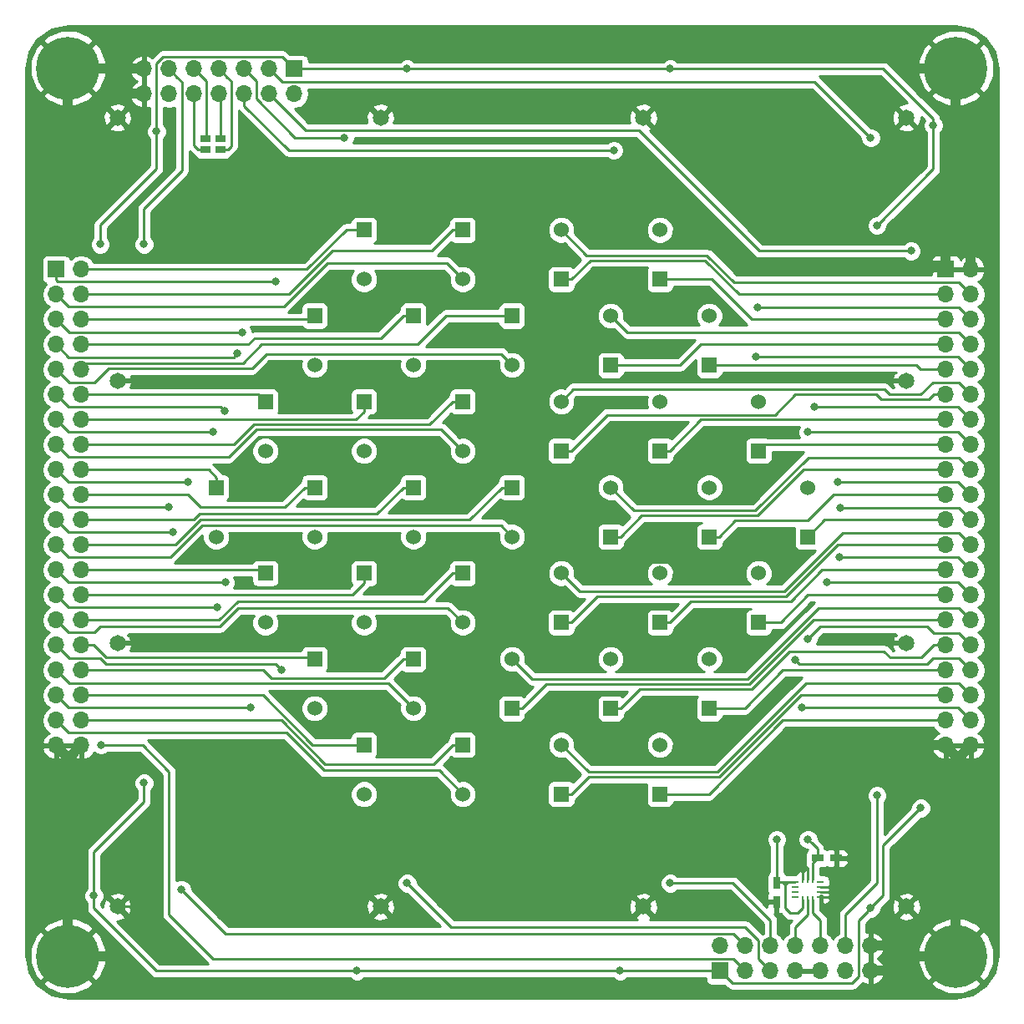
<source format=gtl>
G04 #@! TF.FileFunction,Copper,L1,Top,Signal*
%FSLAX46Y46*%
G04 Gerber Fmt 4.6, Leading zero omitted, Abs format (unit mm)*
G04 Created by KiCad (PCBNEW 4.0.7) date 12/17/17 16:59:44*
%MOMM*%
%LPD*%
G01*
G04 APERTURE LIST*
%ADD10C,0.100000*%
%ADD11R,0.250000X0.675000*%
%ADD12R,0.675000X0.250000*%
%ADD13R,0.750000X1.200000*%
%ADD14R,1.200000X0.750000*%
%ADD15R,1.524000X1.524000*%
%ADD16C,1.524000*%
%ADD17C,1.650000*%
%ADD18R,1.700000X1.700000*%
%ADD19O,1.700000X1.700000*%
%ADD20C,6.400000*%
%ADD21R,1.000000X0.800000*%
%ADD22C,0.800000*%
%ADD23C,0.250000*%
%ADD24C,1.000000*%
%ADD25C,0.500000*%
G04 APERTURE END LIST*
D10*
D11*
X80010000Y-89277500D03*
X80510000Y-89277500D03*
X79510000Y-89277500D03*
X80510000Y-87252500D03*
X80010000Y-87252500D03*
X79510000Y-87252500D03*
D12*
X81272500Y-89015000D03*
X81272500Y-88515000D03*
X81272500Y-88015000D03*
X81272500Y-87515000D03*
X78747500Y-87515000D03*
X78747500Y-88015000D03*
X78747500Y-88515000D03*
X78747500Y-89015000D03*
D13*
X76835000Y-87630000D03*
X76835000Y-89530000D03*
D14*
X80965000Y-85090000D03*
X82865000Y-85090000D03*
D15*
X60000000Y-52500000D03*
D16*
X60000000Y-47500000D03*
D15*
X40000000Y-30100000D03*
D16*
X40000000Y-35100000D03*
D15*
X35000000Y-38800000D03*
D16*
X35000000Y-43800000D03*
D15*
X25000000Y-38800000D03*
D16*
X25000000Y-43800000D03*
D15*
X30000000Y-30100000D03*
D16*
X30000000Y-35100000D03*
D15*
X40000000Y-47500000D03*
D16*
X40000000Y-52500000D03*
D15*
X40000000Y-64900000D03*
D16*
X40000000Y-69900000D03*
D15*
X35000000Y-56200000D03*
D16*
X35000000Y-61200000D03*
D15*
X25000000Y-56200000D03*
D16*
X25000000Y-61200000D03*
D15*
X30000000Y-47500000D03*
D16*
X30000000Y-52500000D03*
D15*
X30000000Y-64900000D03*
D16*
X30000000Y-69900000D03*
D15*
X65000000Y-78600000D03*
D16*
X65000000Y-73600000D03*
D15*
X55000000Y-78600000D03*
D16*
X55000000Y-73600000D03*
D15*
X45000000Y-73600000D03*
D16*
X45000000Y-78600000D03*
D15*
X35000000Y-73600000D03*
D16*
X35000000Y-78600000D03*
D15*
X70000000Y-69900000D03*
D16*
X70000000Y-64900000D03*
D15*
X60000000Y-69900000D03*
D16*
X60000000Y-64900000D03*
D15*
X50000000Y-69900000D03*
D16*
X50000000Y-64900000D03*
D15*
X75000000Y-61200000D03*
D16*
X75000000Y-56200000D03*
D15*
X65000000Y-61200000D03*
D16*
X65000000Y-56200000D03*
D15*
X55000000Y-61200000D03*
D16*
X55000000Y-56200000D03*
D15*
X45000000Y-56200000D03*
D16*
X45000000Y-61200000D03*
D15*
X80000000Y-52500000D03*
D16*
X80000000Y-47500000D03*
D15*
X70000000Y-52500000D03*
D16*
X70000000Y-47500000D03*
D15*
X50000000Y-47500000D03*
D16*
X50000000Y-52500000D03*
D15*
X20000000Y-47500000D03*
D16*
X20000000Y-52500000D03*
D15*
X75000000Y-43800000D03*
D16*
X75000000Y-38800000D03*
D15*
X65000000Y-43800000D03*
D16*
X65000000Y-38800000D03*
D15*
X55000000Y-43800000D03*
D16*
X55000000Y-38800000D03*
D15*
X45000000Y-38800000D03*
D16*
X45000000Y-43800000D03*
D15*
X70000000Y-35100000D03*
D16*
X70000000Y-30100000D03*
D15*
X60000000Y-35100000D03*
D16*
X60000000Y-30100000D03*
D15*
X50000000Y-30100000D03*
D16*
X50000000Y-35100000D03*
D15*
X65000000Y-26400000D03*
D16*
X65000000Y-21400000D03*
D15*
X55000000Y-26400000D03*
D16*
X55000000Y-21400000D03*
D15*
X45000000Y-21400000D03*
D16*
X45000000Y-26400000D03*
D17*
X10000000Y-36670000D03*
X10000000Y-63330000D03*
X10000000Y-90000000D03*
X36670000Y-90000000D03*
X63330000Y-90000000D03*
X90000000Y-90000000D03*
X90000000Y-63330000D03*
X90000000Y-36670000D03*
X90000000Y-10000000D03*
X63330000Y-10000000D03*
X36670000Y-10000000D03*
X10000000Y-10000000D03*
D18*
X93980000Y-25400000D03*
D19*
X96520000Y-25400000D03*
X93980000Y-27940000D03*
X96520000Y-27940000D03*
X93980000Y-30480000D03*
X96520000Y-30480000D03*
X93980000Y-33020000D03*
X96520000Y-33020000D03*
X93980000Y-35560000D03*
X96520000Y-35560000D03*
X93980000Y-38100000D03*
X96520000Y-38100000D03*
X93980000Y-40640000D03*
X96520000Y-40640000D03*
X93980000Y-43180000D03*
X96520000Y-43180000D03*
X93980000Y-45720000D03*
X96520000Y-45720000D03*
X93980000Y-48260000D03*
X96520000Y-48260000D03*
X93980000Y-50800000D03*
X96520000Y-50800000D03*
X93980000Y-53340000D03*
X96520000Y-53340000D03*
X93980000Y-55880000D03*
X96520000Y-55880000D03*
X93980000Y-58420000D03*
X96520000Y-58420000D03*
X93980000Y-60960000D03*
X96520000Y-60960000D03*
X93980000Y-63500000D03*
X96520000Y-63500000D03*
X93980000Y-66040000D03*
X96520000Y-66040000D03*
X93980000Y-68580000D03*
X96520000Y-68580000D03*
X93980000Y-71120000D03*
X96520000Y-71120000D03*
X93980000Y-73660000D03*
X96520000Y-73660000D03*
D15*
X35000000Y-21400000D03*
D16*
X35000000Y-26400000D03*
D18*
X3810000Y-25400000D03*
D19*
X6350000Y-25400000D03*
X3810000Y-27940000D03*
X6350000Y-27940000D03*
X3810000Y-30480000D03*
X6350000Y-30480000D03*
X3810000Y-33020000D03*
X6350000Y-33020000D03*
X3810000Y-35560000D03*
X6350000Y-35560000D03*
X3810000Y-38100000D03*
X6350000Y-38100000D03*
X3810000Y-40640000D03*
X6350000Y-40640000D03*
X3810000Y-43180000D03*
X6350000Y-43180000D03*
X3810000Y-45720000D03*
X6350000Y-45720000D03*
X3810000Y-48260000D03*
X6350000Y-48260000D03*
X3810000Y-50800000D03*
X6350000Y-50800000D03*
X3810000Y-53340000D03*
X6350000Y-53340000D03*
X3810000Y-55880000D03*
X6350000Y-55880000D03*
X3810000Y-58420000D03*
X6350000Y-58420000D03*
X3810000Y-60960000D03*
X6350000Y-60960000D03*
X3810000Y-63500000D03*
X6350000Y-63500000D03*
X3810000Y-66040000D03*
X6350000Y-66040000D03*
X3810000Y-68580000D03*
X6350000Y-68580000D03*
X3810000Y-71120000D03*
X6350000Y-71120000D03*
X3810000Y-73660000D03*
X6350000Y-73660000D03*
D20*
X5000000Y-5000000D03*
X95000000Y-5000000D03*
X95000000Y-95000000D03*
X5000000Y-95000000D03*
D18*
X71120000Y-96520000D03*
D19*
X71120000Y-93980000D03*
X73660000Y-96520000D03*
X73660000Y-93980000D03*
X76200000Y-96520000D03*
X76200000Y-93980000D03*
X78740000Y-96520000D03*
X78740000Y-93980000D03*
X81280000Y-96520000D03*
X81280000Y-93980000D03*
X83820000Y-96520000D03*
X83820000Y-93980000D03*
X86360000Y-96520000D03*
X86360000Y-93980000D03*
D18*
X27940000Y-5080000D03*
D19*
X27940000Y-7620000D03*
X25400000Y-5080000D03*
X25400000Y-7620000D03*
X22860000Y-5080000D03*
X22860000Y-7620000D03*
X20320000Y-5080000D03*
X20320000Y-7620000D03*
X17780000Y-5080000D03*
X17780000Y-7620000D03*
X15240000Y-5080000D03*
X15240000Y-7620000D03*
X12700000Y-5080000D03*
X12700000Y-7620000D03*
D21*
X20435000Y-13250000D03*
X18935000Y-13250000D03*
X18935000Y-12150000D03*
X20435000Y-12150000D03*
D22*
X95000000Y-80000000D03*
X79510000Y-86000000D03*
X78000000Y-86000000D03*
X82550000Y-90170000D03*
X85000000Y-86000000D03*
X15240000Y-9525000D03*
X12700000Y-9525000D03*
X24000000Y-15000000D03*
X20000000Y-15000000D03*
X11430000Y-20955000D03*
X85090000Y-36195000D03*
X85090000Y-62865000D03*
X19050000Y-36830000D03*
X13335000Y-36830000D03*
X75000000Y-25000000D03*
X80000000Y-25000000D03*
X85000000Y-25000000D03*
X55000000Y-50000000D03*
X50000000Y-24000000D03*
X55000000Y-32000000D03*
X50000000Y-41000000D03*
X50000000Y-58000000D03*
X45000000Y-67000000D03*
X30000000Y-86000000D03*
X55000000Y-86000000D03*
X91440000Y-82550000D03*
X13970000Y-80010000D03*
X15875000Y-94615000D03*
X75000000Y-86000000D03*
X24000000Y-21000000D03*
X55000000Y-98000000D03*
X25000000Y-98000000D03*
X45000000Y-98000000D03*
X33000000Y-70000000D03*
X67500000Y-71500000D03*
X72000000Y-61000000D03*
X76500000Y-52500000D03*
X72000000Y-44000000D03*
X28000000Y-56500000D03*
X24000000Y-52500000D03*
X24000000Y-47000000D03*
X28000000Y-35000000D03*
X28000000Y-39000000D03*
X70000000Y-28000000D03*
X31000000Y-28000000D03*
X20000000Y-86000000D03*
X25000000Y-86000000D03*
X45000000Y-86000000D03*
X50000000Y-86000000D03*
X80000000Y-2000000D03*
X75000000Y-2000000D03*
X70000000Y-2000000D03*
X42000000Y-2000000D03*
X33000000Y-2000000D03*
X32000000Y-15000000D03*
X45000000Y-15000000D03*
X55000000Y-15000000D03*
X50000000Y-15000000D03*
X20000000Y-21000000D03*
X28000000Y-21000000D03*
X50000000Y-76000000D03*
X75000000Y-80000000D03*
X80000000Y-75000000D03*
X80000000Y-80000000D03*
X85000000Y-80000000D03*
X85000000Y-75000000D03*
X25000000Y-75000000D03*
X25000000Y-80000000D03*
X20000000Y-80000000D03*
X20000000Y-75000000D03*
X19050000Y-63500000D03*
X13335000Y-63500000D03*
X42000000Y-8000000D03*
X33000000Y-8000000D03*
X5000000Y-90000000D03*
X90000000Y-95000000D03*
X95000000Y-90000000D03*
X10000000Y-95000000D03*
X90000000Y-5000000D03*
X5000000Y-10000000D03*
X95000000Y-10000000D03*
X10000000Y-5000000D03*
X5000000Y-20000000D03*
X95000000Y-20000000D03*
X85000000Y-20000000D03*
X75000000Y-20000000D03*
X80000000Y-20000000D03*
X80000000Y-15000000D03*
X75000000Y-15000000D03*
X70000000Y-15000000D03*
X5000000Y-80000000D03*
X86360000Y-12065000D03*
X90463057Y-23532682D03*
X33020000Y-12065000D03*
X60325000Y-13335000D03*
X12700000Y-22860000D03*
X26035000Y-26670000D03*
X22620469Y-31772020D03*
X22169158Y-33895446D03*
X20880532Y-39753504D03*
X19685000Y-41910000D03*
X17145000Y-46990000D03*
X15240000Y-49530000D03*
X15603834Y-52068472D03*
X20955000Y-57150000D03*
X20144309Y-59684933D03*
X26670000Y-66040000D03*
X23495000Y-69850000D03*
X74853625Y-29223867D03*
X74690166Y-34279072D03*
X80645000Y-39370000D03*
X80010000Y-41910000D03*
X83022184Y-46985591D03*
X83319443Y-49540099D03*
X83185000Y-54610000D03*
X81915000Y-57150000D03*
X80010000Y-62865000D03*
X78735091Y-64979308D03*
X79375000Y-69850000D03*
X86995000Y-78740000D03*
X39370000Y-87630000D03*
X66040000Y-87630000D03*
X8354985Y-73634587D03*
X16510000Y-88265000D03*
X76835000Y-83185000D03*
X80010000Y-83185000D03*
X8255000Y-22860000D03*
X13970000Y-11430000D03*
X86995000Y-20955000D03*
X66040000Y-5080000D03*
X39370000Y-5080000D03*
X92710000Y-10795000D03*
X12700000Y-77470000D03*
X91440000Y-80010000D03*
X60960000Y-96520000D03*
X34290000Y-96520000D03*
X86360000Y-90170000D03*
X7620000Y-88900000D03*
D23*
X95000000Y-85000000D02*
X95000000Y-80000000D01*
X95000000Y-90000000D02*
X95000000Y-85000000D01*
D24*
X95000000Y-80000000D02*
X95000000Y-74680000D01*
D23*
X5000000Y-90000000D02*
X5000000Y-85000000D01*
X79510000Y-85606000D02*
X79510000Y-86000000D01*
X79510000Y-86000000D02*
X79510000Y-87252500D01*
X80000000Y-80000000D02*
X78000000Y-82000000D01*
X78000000Y-82000000D02*
X78000000Y-84047998D01*
X78000000Y-84047998D02*
X78000000Y-86000000D01*
X85000000Y-86000000D02*
X85000000Y-87720000D01*
X85000000Y-87720000D02*
X82550000Y-90170000D01*
X85000000Y-82705002D02*
X85000000Y-86000000D01*
X85000000Y-80000000D02*
X85000000Y-82705002D01*
X80010000Y-87252500D02*
X80010000Y-86106000D01*
X80010000Y-86106000D02*
X79510000Y-85606000D01*
X82804000Y-88900000D02*
X82804000Y-88646000D01*
X82804000Y-88646000D02*
X82804000Y-88138000D01*
X81272500Y-88515000D02*
X82673000Y-88515000D01*
X82673000Y-88515000D02*
X82804000Y-88646000D01*
X82804000Y-88138000D02*
X82681001Y-88015001D01*
X82681001Y-88015001D02*
X81860000Y-88015000D01*
X81860000Y-88015000D02*
X81272500Y-88015000D01*
X82689000Y-89015000D02*
X82804000Y-88900000D01*
X81272500Y-89015000D02*
X82689000Y-89015000D01*
X20000000Y-21000000D02*
X20000000Y-15000000D01*
D24*
X12700000Y-7620000D02*
X10160000Y-7620000D01*
X12700000Y-5080000D02*
X10080000Y-5080000D01*
X10080000Y-5080000D02*
X10000000Y-5000000D01*
X86360000Y-96520000D02*
X87765000Y-96520000D01*
X87765000Y-96520000D02*
X89285000Y-95000000D01*
X89285000Y-95000000D02*
X88265000Y-93980000D01*
X88265000Y-93980000D02*
X86360000Y-93980000D01*
X90000000Y-95000000D02*
X89285000Y-95000000D01*
D25*
X85565000Y-36670000D02*
X85090000Y-36195000D01*
X90000000Y-36670000D02*
X85565000Y-36670000D01*
X85555000Y-63330000D02*
X85090000Y-62865000D01*
X90000000Y-63330000D02*
X85555000Y-63330000D01*
X10000000Y-36670000D02*
X13175000Y-36670000D01*
X13175000Y-36670000D02*
X13335000Y-36830000D01*
X10000000Y-63330000D02*
X13165000Y-63330000D01*
X13165000Y-63330000D02*
X13335000Y-63500000D01*
D24*
X85000000Y-25000000D02*
X93580000Y-25000000D01*
X93580000Y-25000000D02*
X93980000Y-25400000D01*
D23*
X80000000Y-25000000D02*
X75000000Y-25000000D01*
X67500000Y-71500000D02*
X54500000Y-71500000D01*
X54500000Y-71500000D02*
X50000000Y-76000000D01*
X55000000Y-50000000D02*
X55000000Y-52000000D01*
X56000000Y-48000000D02*
X56000000Y-49000000D01*
X56000000Y-49000000D02*
X55000000Y-50000000D01*
X50000000Y-58000000D02*
X50000000Y-61000000D01*
X46000000Y-54000000D02*
X50000000Y-58000000D01*
X50000000Y-27000000D02*
X50000000Y-24000000D01*
X50000000Y-24000000D02*
X50000000Y-21000000D01*
X50000000Y-41000000D02*
X50000000Y-39000000D01*
X50000000Y-44000000D02*
X50000000Y-41000000D01*
X45000000Y-70000000D02*
X45000000Y-67000000D01*
D24*
X93980000Y-73660000D02*
X92710000Y-73660000D01*
D23*
X55000000Y-86000000D02*
X45000000Y-86000000D01*
X13970000Y-80010000D02*
X13970000Y-86030000D01*
X13970000Y-86030000D02*
X10000000Y-90000000D01*
X10000000Y-90000000D02*
X11260000Y-90000000D01*
X11260000Y-90000000D02*
X15875000Y-94615000D01*
X75000000Y-80000000D02*
X75000000Y-86000000D01*
X20000000Y-21000000D02*
X24000000Y-21000000D01*
X45000000Y-98000000D02*
X25000000Y-98000000D01*
X40000000Y-73500000D02*
X36500000Y-70000000D01*
X36500000Y-70000000D02*
X33000000Y-70000000D01*
X43500000Y-70000000D02*
X40000000Y-73500000D01*
X45000000Y-70000000D02*
X43500000Y-70000000D01*
X53000000Y-63000000D02*
X70000000Y-63000000D01*
X70000000Y-63000000D02*
X72000000Y-61000000D01*
X51000000Y-61000000D02*
X53000000Y-63000000D01*
X50000000Y-61000000D02*
X51000000Y-61000000D01*
X59000000Y-56000000D02*
X59937001Y-55062999D01*
X59937001Y-55062999D02*
X73937001Y-55062999D01*
X73937001Y-55062999D02*
X76500000Y-52500000D01*
X55000000Y-52000000D02*
X59000000Y-56000000D01*
X58500000Y-45500000D02*
X70500000Y-45500000D01*
X70500000Y-45500000D02*
X72000000Y-44000000D01*
X56000000Y-48000000D02*
X58500000Y-45500000D01*
X24000000Y-52500000D02*
X28000000Y-56500000D01*
X46000000Y-54000000D02*
X25500000Y-54000000D01*
X25500000Y-54000000D02*
X24000000Y-52500000D01*
X46000000Y-46000000D02*
X25000000Y-46000000D01*
X25000000Y-46000000D02*
X24000000Y-47000000D01*
X48000000Y-44000000D02*
X46000000Y-46000000D01*
X50000000Y-44000000D02*
X48000000Y-44000000D01*
X28000000Y-39000000D02*
X28000000Y-35000000D01*
X47000000Y-37000000D02*
X30000000Y-37000000D01*
X30000000Y-37000000D02*
X28000000Y-39000000D01*
X49000000Y-39000000D02*
X47000000Y-37000000D01*
X50000000Y-39000000D02*
X49000000Y-39000000D01*
X25000000Y-80000000D02*
X25000000Y-86000000D01*
X50000000Y-76000000D02*
X50000000Y-86000000D01*
X75000000Y-2000000D02*
X80000000Y-2000000D01*
X70000000Y-2000000D02*
X75000000Y-2000000D01*
X33000000Y-2000000D02*
X42000000Y-2000000D01*
X45000000Y-15000000D02*
X32000000Y-15000000D01*
X50000000Y-21000000D02*
X50000000Y-15000000D01*
X48000000Y-19000000D02*
X30000000Y-19000000D01*
X30000000Y-19000000D02*
X28000000Y-21000000D01*
X50000000Y-21000000D02*
X48000000Y-19000000D01*
X80000000Y-80000000D02*
X75000000Y-80000000D01*
X85000000Y-75000000D02*
X85000000Y-80000000D01*
X25000000Y-80000000D02*
X25000000Y-75000000D01*
X20000000Y-75000000D02*
X20000000Y-80000000D01*
D24*
X33000000Y-8000000D02*
X42000000Y-8000000D01*
X93980000Y-21020000D02*
X96520000Y-23560000D01*
X96520000Y-23560000D02*
X96520000Y-25400000D01*
X93980000Y-25400000D02*
X93980000Y-21020000D01*
X95000000Y-74680000D02*
X95500000Y-74680000D01*
X95500000Y-74680000D02*
X96520000Y-73660000D01*
X95000000Y-74680000D02*
X93980000Y-73660000D01*
X5000000Y-74850000D02*
X5160000Y-74850000D01*
X5160000Y-74850000D02*
X6350000Y-73660000D01*
X3810000Y-73660000D02*
X5000000Y-74850000D01*
X90000000Y-95000000D02*
X95000000Y-95000000D01*
X5000000Y-95000000D02*
X5000000Y-90000000D01*
X95000000Y-95000000D02*
X95000000Y-90000000D01*
X5000000Y-95000000D02*
X10000000Y-95000000D01*
X95000000Y-5000000D02*
X90000000Y-5000000D01*
X95000000Y-5000000D02*
X95000000Y-10000000D01*
X5000000Y-5000000D02*
X10000000Y-5000000D01*
X5000000Y-5000000D02*
X5000000Y-10000000D01*
X80000000Y-20000000D02*
X75000000Y-20000000D01*
X80000000Y-15000000D02*
X80000000Y-20000000D01*
X75000000Y-15000000D02*
X80000000Y-15000000D01*
D23*
X80689999Y-6394999D02*
X86360000Y-12065000D01*
X25400000Y-5080000D02*
X26714999Y-6394999D01*
X26714999Y-6394999D02*
X80689999Y-6394999D01*
X89897372Y-23532682D02*
X90463057Y-23532682D01*
X75086680Y-23532682D02*
X89897372Y-23532682D01*
X25400000Y-7620000D02*
X29069999Y-11289999D01*
X62843997Y-11289999D02*
X75086680Y-23532682D01*
X29069999Y-11289999D02*
X62843997Y-11289999D01*
X22860000Y-5080000D02*
X24085001Y-6305001D01*
X24085001Y-6305001D02*
X24085001Y-8118003D01*
X24085001Y-8118003D02*
X28031998Y-12065000D01*
X28031998Y-12065000D02*
X33020000Y-12065000D01*
X27372919Y-13335000D02*
X60325000Y-13335000D01*
X22860000Y-7620000D02*
X22860000Y-8822081D01*
X22860000Y-8822081D02*
X27372919Y-13335000D01*
X12700000Y-22860000D02*
X12700000Y-19262822D01*
X12700000Y-19262822D02*
X16554999Y-15407823D01*
X16554999Y-15407823D02*
X16554999Y-6394999D01*
X16554999Y-6394999D02*
X16089999Y-5929999D01*
X16089999Y-5929999D02*
X15240000Y-5080000D01*
X29210000Y-25400000D02*
X33210000Y-21400000D01*
X33210000Y-21400000D02*
X35000000Y-21400000D01*
X6350000Y-25400000D02*
X29210000Y-25400000D01*
X3980000Y-26670000D02*
X26035000Y-26670000D01*
X3810000Y-26500000D02*
X3980000Y-26670000D01*
X3810000Y-25400000D02*
X3810000Y-26500000D01*
X4445000Y-24765000D02*
X3810000Y-25400000D01*
X3810000Y-25400000D02*
X4445000Y-26035000D01*
X31822120Y-23495000D02*
X41893000Y-23495000D01*
X41893000Y-23495000D02*
X43988000Y-21400000D01*
X43988000Y-21400000D02*
X45000000Y-21400000D01*
X6350000Y-27940000D02*
X27377120Y-27940000D01*
X27377120Y-27940000D02*
X31822120Y-23495000D01*
X31259240Y-24765000D02*
X26859239Y-29165001D01*
X26859239Y-29165001D02*
X5035001Y-29165001D01*
X5035001Y-29165001D02*
X3810000Y-27940000D01*
X45000000Y-26400000D02*
X43365000Y-24765000D01*
X43365000Y-24765000D02*
X31259240Y-24765000D01*
X6350000Y-30480000D02*
X29620000Y-30480000D01*
X29620000Y-30480000D02*
X30000000Y-30100000D01*
X5102020Y-31772020D02*
X22620469Y-31772020D01*
X3810000Y-30480000D02*
X5102020Y-31772020D01*
X38988000Y-30100000D02*
X40000000Y-30100000D01*
X23902154Y-32385000D02*
X36703000Y-32385000D01*
X6350000Y-33020000D02*
X23267154Y-33020000D01*
X23267154Y-33020000D02*
X23902154Y-32385000D01*
X36703000Y-32385000D02*
X38988000Y-30100000D01*
X21769159Y-34295445D02*
X22169158Y-33895446D01*
X5085445Y-34295445D02*
X21769159Y-34295445D01*
X3810000Y-33020000D02*
X5085445Y-34295445D01*
X50000000Y-30100000D02*
X43317238Y-30100000D01*
X43317238Y-30100000D02*
X40397238Y-33020000D01*
X7017078Y-34892922D02*
X6350000Y-35560000D01*
X40397238Y-33020000D02*
X24642312Y-33020000D01*
X24642312Y-33020000D02*
X22769390Y-34892922D01*
X22769390Y-34892922D02*
X7017078Y-34892922D01*
X3810000Y-35560000D02*
X5124999Y-36874999D01*
X9133384Y-35406614D02*
X23648386Y-35406614D01*
X5124999Y-36874999D02*
X7664999Y-36874999D01*
X7664999Y-36874999D02*
X9133384Y-35406614D01*
X48862999Y-33962999D02*
X50000000Y-35100000D01*
X23648386Y-35406614D02*
X25092001Y-33962999D01*
X25092001Y-33962999D02*
X48862999Y-33962999D01*
X6350000Y-38100000D02*
X24300000Y-38100000D01*
X24300000Y-38100000D02*
X25000000Y-38800000D01*
X20452029Y-39325001D02*
X20880532Y-39753504D01*
X5035001Y-39325001D02*
X20452029Y-39325001D01*
X3810000Y-38100000D02*
X5035001Y-39325001D01*
X34172000Y-40640000D02*
X35000000Y-39812000D01*
X35000000Y-39812000D02*
X35000000Y-38800000D01*
X6350000Y-40640000D02*
X34172000Y-40640000D01*
X3810000Y-40640000D02*
X5080000Y-41910000D01*
X5080000Y-41910000D02*
X19685000Y-41910000D01*
X3736954Y-40640000D02*
X3727436Y-40630482D01*
X3810000Y-40640000D02*
X3736954Y-40640000D01*
X21814444Y-43180000D02*
X23854434Y-41140010D01*
X43988000Y-38800000D02*
X45000000Y-38800000D01*
X41647990Y-41140010D02*
X43988000Y-38800000D01*
X6350000Y-43180000D02*
X21814444Y-43180000D01*
X23854434Y-41140010D02*
X41647990Y-41140010D01*
X5035001Y-44405001D02*
X3810000Y-43180000D01*
X21296565Y-44405001D02*
X5035001Y-44405001D01*
X42840021Y-41640021D02*
X24061545Y-41640021D01*
X45000000Y-43800000D02*
X42840021Y-41640021D01*
X24061545Y-41640021D02*
X21296565Y-44405001D01*
X6350000Y-45720000D02*
X19232000Y-45720000D01*
X19232000Y-45720000D02*
X20000000Y-46488000D01*
X20000000Y-46488000D02*
X20000000Y-47500000D01*
X3810000Y-45720000D02*
X5080000Y-46990000D01*
X5080000Y-46990000D02*
X17145000Y-46990000D01*
X18415000Y-49530000D02*
X26958000Y-49530000D01*
X26958000Y-49530000D02*
X28988000Y-47500000D01*
X28988000Y-47500000D02*
X30000000Y-47500000D01*
X17145000Y-48260000D02*
X18415000Y-49530000D01*
X6350000Y-48260000D02*
X17145000Y-48260000D01*
X3810000Y-48260000D02*
X5080000Y-49530000D01*
X5080000Y-49530000D02*
X15240000Y-49530000D01*
X6350000Y-50800000D02*
X17707880Y-50800000D01*
X17707880Y-50800000D02*
X18342880Y-50165000D01*
X18342880Y-50165000D02*
X36323000Y-50165000D01*
X36323000Y-50165000D02*
X38988000Y-47500000D01*
X38988000Y-47500000D02*
X40000000Y-47500000D01*
X5078472Y-52068472D02*
X15603834Y-52068472D01*
X3810000Y-50800000D02*
X5078472Y-52068472D01*
X18415000Y-50800000D02*
X45688000Y-50800000D01*
X45688000Y-50800000D02*
X48988000Y-47500000D01*
X48988000Y-47500000D02*
X50000000Y-47500000D01*
X15875000Y-53340000D02*
X18415000Y-50800000D01*
X6350000Y-53340000D02*
X15875000Y-53340000D01*
X50000000Y-52500000D02*
X48862999Y-51362999D01*
X48862999Y-51362999D02*
X18559121Y-51362999D01*
X18559121Y-51362999D02*
X15357119Y-54565001D01*
X15357119Y-54565001D02*
X5035001Y-54565001D01*
X5035001Y-54565001D02*
X3810000Y-53340000D01*
X6350000Y-55880000D02*
X24680000Y-55880000D01*
X24680000Y-55880000D02*
X25000000Y-56200000D01*
X3810000Y-55880000D02*
X5080000Y-57150000D01*
X5080000Y-57150000D02*
X20955000Y-57150000D01*
X6350000Y-58420000D02*
X33792000Y-58420000D01*
X33792000Y-58420000D02*
X35000000Y-57212000D01*
X35000000Y-57212000D02*
X35000000Y-56200000D01*
X5074933Y-59684933D02*
X20144309Y-59684933D01*
X3810000Y-58420000D02*
X5074933Y-59684933D01*
X20320000Y-60960000D02*
X6350000Y-60960000D01*
X22225000Y-59055000D02*
X20320000Y-60960000D01*
X45000000Y-56200000D02*
X43988000Y-56200000D01*
X43988000Y-56200000D02*
X41133000Y-59055000D01*
X41133000Y-59055000D02*
X22225000Y-59055000D01*
X45000000Y-61200000D02*
X43517599Y-59717599D01*
X43517599Y-59717599D02*
X22269521Y-59717599D01*
X22269521Y-59717599D02*
X20392120Y-61595000D01*
X20392120Y-61595000D02*
X8255000Y-61595000D01*
X8255000Y-61595000D02*
X7664999Y-62185001D01*
X7664999Y-62185001D02*
X5035001Y-62185001D01*
X5035001Y-62185001D02*
X3810000Y-60960000D01*
X6350000Y-63500000D02*
X7620000Y-63500000D01*
X7620000Y-63500000D02*
X8890000Y-64770000D01*
X8890000Y-64770000D02*
X29870000Y-64770000D01*
X29870000Y-64770000D02*
X30000000Y-64900000D01*
X8817880Y-65405000D02*
X26035000Y-65405000D01*
X26035000Y-65405000D02*
X26670000Y-66040000D01*
X3810000Y-63500000D02*
X5124999Y-64814999D01*
X5124999Y-64814999D02*
X8227879Y-64814999D01*
X8227879Y-64814999D02*
X8817880Y-65405000D01*
X37033012Y-66854988D02*
X38988000Y-64900000D01*
X38988000Y-64900000D02*
X40000000Y-64900000D01*
X25579988Y-66854988D02*
X37033012Y-66854988D01*
X24765000Y-66040000D02*
X25579988Y-66854988D01*
X6350000Y-66040000D02*
X24765000Y-66040000D01*
X3810000Y-66040000D02*
X5124999Y-67354999D01*
X5124999Y-67354999D02*
X37454999Y-67354999D01*
X37454999Y-67354999D02*
X40000000Y-69900000D01*
X24765000Y-68580000D02*
X29785000Y-73600000D01*
X29785000Y-73600000D02*
X35000000Y-73600000D01*
X6350000Y-68580000D02*
X24765000Y-68580000D01*
X3810000Y-68580000D02*
X5080000Y-69850000D01*
X5080000Y-69850000D02*
X23495000Y-69850000D01*
X31042880Y-75565000D02*
X42023000Y-75565000D01*
X42023000Y-75565000D02*
X43988000Y-73600000D01*
X43988000Y-73600000D02*
X45000000Y-73600000D01*
X6350000Y-71120000D02*
X26597880Y-71120000D01*
X26597880Y-71120000D02*
X31042880Y-75565000D01*
X27115761Y-72345001D02*
X5035001Y-72345001D01*
X30970760Y-76200000D02*
X27115761Y-72345001D01*
X45000000Y-78600000D02*
X42600000Y-76200000D01*
X5035001Y-72345001D02*
X3810000Y-71120000D01*
X42600000Y-76200000D02*
X30970760Y-76200000D01*
X57931688Y-24480312D02*
X56012000Y-26400000D01*
X69565311Y-24480312D02*
X57931688Y-24480312D01*
X93980000Y-27940000D02*
X73025000Y-27940000D01*
X56012000Y-26400000D02*
X55000000Y-26400000D01*
X73025000Y-27940000D02*
X69565311Y-24480312D01*
X72507119Y-26714999D02*
X69772421Y-23980301D01*
X96520000Y-27940000D02*
X95294999Y-26714999D01*
X95294999Y-26714999D02*
X72507119Y-26714999D01*
X69772421Y-23980301D02*
X57580301Y-23980301D01*
X57580301Y-23980301D02*
X55000000Y-21400000D01*
X74295000Y-30480000D02*
X70215000Y-26400000D01*
X70215000Y-26400000D02*
X65000000Y-26400000D01*
X93980000Y-30480000D02*
X74295000Y-30480000D01*
X95263867Y-29223867D02*
X74853625Y-29223867D01*
X96520000Y-30480000D02*
X95263867Y-29223867D01*
X93980000Y-33020000D02*
X69128292Y-33020000D01*
X69128292Y-33020000D02*
X67048292Y-35100000D01*
X67048292Y-35100000D02*
X59515000Y-35100000D01*
X59515000Y-35100000D02*
X60000000Y-35100000D01*
X96520000Y-33020000D02*
X95294999Y-31794999D01*
X95294999Y-31794999D02*
X61694999Y-31794999D01*
X61694999Y-31794999D02*
X60000000Y-30100000D01*
X91440000Y-35560000D02*
X90980000Y-35100000D01*
X90980000Y-35100000D02*
X70000000Y-35100000D01*
X93980000Y-35560000D02*
X91440000Y-35560000D01*
X95239072Y-34279072D02*
X74690166Y-34279072D01*
X96520000Y-35560000D02*
X95239072Y-34279072D01*
X93980000Y-38100000D02*
X92777919Y-38100000D01*
X87422889Y-38600011D02*
X86922878Y-38100000D01*
X86922878Y-38100000D02*
X78740000Y-38100000D01*
X56012000Y-43800000D02*
X55000000Y-43800000D01*
X92777919Y-38100000D02*
X92277908Y-38600011D01*
X92277908Y-38600011D02*
X87422889Y-38600011D01*
X78740000Y-38100000D02*
X76700009Y-40139989D01*
X76700009Y-40139989D02*
X59672011Y-40139989D01*
X59672011Y-40139989D02*
X56012000Y-43800000D01*
X96520000Y-38100000D02*
X95294999Y-36874999D01*
X91440000Y-38100000D02*
X88265000Y-38100000D01*
X95294999Y-36874999D02*
X92665001Y-36874999D01*
X92665001Y-36874999D02*
X91440000Y-38100000D01*
X88265000Y-38100000D02*
X87739230Y-37574230D01*
X87739230Y-37574230D02*
X56225770Y-37574230D01*
X56225770Y-37574230D02*
X55000000Y-38800000D01*
X93980000Y-40640000D02*
X69172000Y-40640000D01*
X69172000Y-40640000D02*
X66012000Y-43800000D01*
X66012000Y-43800000D02*
X65000000Y-43800000D01*
X80645000Y-39370000D02*
X95250000Y-39370000D01*
X95250000Y-39370000D02*
X96520000Y-40640000D01*
X93980000Y-43180000D02*
X75620000Y-43180000D01*
X75620000Y-43180000D02*
X75000000Y-43800000D01*
X80010000Y-41910000D02*
X95250000Y-41910000D01*
X95250000Y-41910000D02*
X96520000Y-43180000D01*
X61012000Y-52500000D02*
X60000000Y-52500000D01*
X63153383Y-50358617D02*
X61012000Y-52500000D01*
X74879319Y-50358617D02*
X63153383Y-50358617D01*
X93980000Y-45720000D02*
X79517936Y-45720000D01*
X79517936Y-45720000D02*
X74879319Y-50358617D01*
X95294999Y-44494999D02*
X80035815Y-44494999D01*
X96520000Y-45720000D02*
X95294999Y-44494999D01*
X62358606Y-49858606D02*
X60000000Y-47500000D01*
X80035815Y-44494999D02*
X74672208Y-49858606D01*
X74672208Y-49858606D02*
X62358606Y-49858606D01*
X93980000Y-48260000D02*
X82622120Y-48260000D01*
X82622120Y-48260000D02*
X80017800Y-50864320D01*
X80017800Y-50864320D02*
X72647680Y-50864320D01*
X72647680Y-50864320D02*
X71012000Y-52500000D01*
X71012000Y-52500000D02*
X70000000Y-52500000D01*
X95245591Y-46985591D02*
X83022184Y-46985591D01*
X96520000Y-48260000D02*
X95245591Y-46985591D01*
X93980000Y-50800000D02*
X81700000Y-50800000D01*
X81700000Y-50800000D02*
X80000000Y-52500000D01*
X95260099Y-49540099D02*
X83319443Y-49540099D01*
X96520000Y-50800000D02*
X95260099Y-49540099D01*
X93980000Y-53340000D02*
X83025086Y-53340000D01*
X83025086Y-53340000D02*
X77810096Y-58554990D01*
X77810096Y-58554990D02*
X58657010Y-58554990D01*
X58657010Y-58554990D02*
X56012000Y-61200000D01*
X56012000Y-61200000D02*
X55000000Y-61200000D01*
X96520000Y-53340000D02*
X95294999Y-52114999D01*
X95294999Y-52114999D02*
X83542967Y-52114999D01*
X83542967Y-52114999D02*
X77602986Y-58054980D01*
X77602986Y-58054980D02*
X56854980Y-58054980D01*
X56854980Y-58054980D02*
X55000000Y-56200000D01*
X93980000Y-55880000D02*
X81416424Y-55880000D01*
X81416424Y-55880000D02*
X78241424Y-59055000D01*
X78241424Y-59055000D02*
X68157000Y-59055000D01*
X68157000Y-59055000D02*
X66012000Y-61200000D01*
X66012000Y-61200000D02*
X65000000Y-61200000D01*
X83185000Y-54610000D02*
X95250000Y-54610000D01*
X95250000Y-54610000D02*
X96520000Y-55880000D01*
X80010000Y-58420000D02*
X77230000Y-61200000D01*
X77230000Y-61200000D02*
X75000000Y-61200000D01*
X93980000Y-58420000D02*
X80010000Y-58420000D01*
X81915000Y-57150000D02*
X95250000Y-57150000D01*
X95250000Y-57150000D02*
X96520000Y-58420000D01*
X93980000Y-60960000D02*
X80572880Y-60960000D01*
X80572880Y-60960000D02*
X74087890Y-67444990D01*
X74087890Y-67444990D02*
X53467010Y-67444990D01*
X53467010Y-67444990D02*
X51012000Y-69900000D01*
X51012000Y-69900000D02*
X50000000Y-69900000D01*
X50000000Y-64900000D02*
X52044980Y-66944980D01*
X52044980Y-66944980D02*
X73880780Y-66944980D01*
X95294999Y-59734999D02*
X96520000Y-60960000D01*
X73880780Y-66944980D02*
X81090761Y-59734999D01*
X81090761Y-59734999D02*
X95294999Y-59734999D01*
X61012000Y-69900000D02*
X60000000Y-69900000D01*
X91507919Y-64770000D02*
X88342489Y-64770000D01*
X74295000Y-67945000D02*
X62967000Y-67945000D01*
X62967000Y-67945000D02*
X61012000Y-69900000D01*
X78105000Y-64135000D02*
X74295000Y-67945000D01*
X92777919Y-63500000D02*
X91507919Y-64770000D01*
X87707489Y-64135000D02*
X78105000Y-64135000D01*
X93980000Y-63500000D02*
X92777919Y-63500000D01*
X88342489Y-64770000D02*
X87707489Y-64135000D01*
X92075000Y-61595000D02*
X81280000Y-61595000D01*
X81280000Y-61595000D02*
X80010000Y-62865000D01*
X92754999Y-62274999D02*
X92075000Y-61595000D01*
X96520000Y-63500000D02*
X95294999Y-62274999D01*
X95294999Y-62274999D02*
X92754999Y-62274999D01*
X70000000Y-69900000D02*
X73610000Y-69900000D01*
X77470000Y-66040000D02*
X93980000Y-66040000D01*
X73610000Y-69900000D02*
X77470000Y-66040000D01*
X79135090Y-65379307D02*
X78735091Y-64979308D01*
X92665001Y-64814999D02*
X92100693Y-65379307D01*
X96520000Y-66040000D02*
X95294999Y-64814999D01*
X92100693Y-65379307D02*
X79135090Y-65379307D01*
X95294999Y-64814999D02*
X92665001Y-64814999D01*
X56012000Y-78600000D02*
X55000000Y-78600000D01*
X71028211Y-76854671D02*
X57757329Y-76854671D01*
X79302882Y-68580000D02*
X71028211Y-76854671D01*
X93980000Y-68580000D02*
X79302882Y-68580000D01*
X57757329Y-76854671D02*
X56012000Y-78600000D01*
X57754660Y-76354660D02*
X55000000Y-73600000D01*
X96520000Y-68580000D02*
X95294999Y-67354999D01*
X79820761Y-67354999D02*
X70821100Y-76354660D01*
X95294999Y-67354999D02*
X79820761Y-67354999D01*
X70821100Y-76354660D02*
X57754660Y-76354660D01*
X77470000Y-71120000D02*
X69990000Y-78600000D01*
X69990000Y-78600000D02*
X65000000Y-78600000D01*
X93980000Y-71120000D02*
X77470000Y-71120000D01*
X79375000Y-69850000D02*
X95250000Y-69850000D01*
X95250000Y-69850000D02*
X96520000Y-71120000D01*
X86995000Y-78740000D02*
X86995000Y-87630000D01*
X86995000Y-87630000D02*
X83820000Y-90805000D01*
X83820000Y-90805000D02*
X83820000Y-93980000D01*
X43815000Y-92075000D02*
X73658000Y-92075000D01*
X73658000Y-92075000D02*
X74974999Y-93391999D01*
X74974999Y-93391999D02*
X74974999Y-95294999D01*
X74974999Y-95294999D02*
X76200000Y-96520000D01*
X39370000Y-87630000D02*
X43815000Y-92075000D01*
X76200000Y-91440000D02*
X72390000Y-87630000D01*
X72390000Y-87630000D02*
X66040000Y-87630000D01*
X76200000Y-93980000D02*
X76200000Y-91440000D01*
X12551589Y-73634587D02*
X8354985Y-73634587D01*
X15240000Y-90805000D02*
X15240000Y-76322998D01*
X73660000Y-96520000D02*
X72434999Y-95294999D01*
X15240000Y-76322998D02*
X12551589Y-73634587D01*
X19729999Y-95294999D02*
X15240000Y-90805000D01*
X72434999Y-95294999D02*
X19729999Y-95294999D01*
X16510000Y-88265000D02*
X20999999Y-92754999D01*
X20999999Y-92754999D02*
X72434999Y-92754999D01*
X72434999Y-92754999D02*
X73660000Y-93980000D01*
X80510000Y-83685000D02*
X80391000Y-83566000D01*
X80391000Y-83566000D02*
X80010000Y-83185000D01*
X80965000Y-85090000D02*
X80965000Y-84140000D01*
X80965000Y-84140000D02*
X80391000Y-83566000D01*
X80510000Y-85545000D02*
X80965000Y-85090000D01*
X78747500Y-87515000D02*
X77978000Y-87515000D01*
X77978000Y-87515000D02*
X77724000Y-87515000D01*
X77724000Y-87884000D02*
X77724000Y-87769000D01*
X77724000Y-87769000D02*
X77978000Y-87515000D01*
X77724000Y-87884000D02*
X77724000Y-87515000D01*
X77724000Y-90170000D02*
X77724000Y-87884000D01*
X77724000Y-87515000D02*
X77470000Y-87515000D01*
X77470000Y-87515000D02*
X76950000Y-87515000D01*
X77724000Y-87769000D02*
X77470000Y-87515000D01*
X78232000Y-90678000D02*
X77724000Y-90170000D01*
X78994000Y-90678000D02*
X78232000Y-90678000D01*
X79510000Y-90162000D02*
X78994000Y-90678000D01*
X79510000Y-89277500D02*
X79510000Y-90162000D01*
X76835000Y-87630000D02*
X76835000Y-83185000D01*
X76950000Y-87515000D02*
X76835000Y-87630000D01*
X80510000Y-87252500D02*
X80510000Y-85545000D01*
X13970000Y-15167880D02*
X13970000Y-11430000D01*
X8255000Y-22860000D02*
X8255000Y-20882880D01*
X8255000Y-20882880D02*
X13970000Y-15167880D01*
X13970000Y-4536998D02*
X13970000Y-11430000D01*
X27305000Y-4445000D02*
X26714999Y-3854999D01*
X26714999Y-3854999D02*
X14651999Y-3854999D01*
X14651999Y-3854999D02*
X13970000Y-4536998D01*
X27940000Y-5080000D02*
X27305000Y-4445000D01*
X92710000Y-10795000D02*
X92710000Y-15240000D01*
X92710000Y-15240000D02*
X86995000Y-20955000D01*
X39370000Y-5080000D02*
X66040000Y-5080000D01*
X66040000Y-5080000D02*
X87630000Y-5080000D01*
X27940000Y-5080000D02*
X39370000Y-5080000D01*
X87630000Y-5080000D02*
X92710000Y-10160000D01*
X92710000Y-10160000D02*
X92710000Y-10795000D01*
X12700000Y-77470000D02*
X12700000Y-79375000D01*
X87630000Y-88900000D02*
X87630000Y-83820000D01*
X86360000Y-90170000D02*
X87630000Y-88900000D01*
X87630000Y-83820000D02*
X91440000Y-80010000D01*
X71120000Y-96520000D02*
X72345001Y-97745001D01*
X72345001Y-97745001D02*
X84497999Y-97745001D01*
X84497999Y-97745001D02*
X85134999Y-97108001D01*
X85134999Y-97108001D02*
X85134999Y-91395001D01*
X85134999Y-91395001D02*
X85960001Y-90569999D01*
X85960001Y-90569999D02*
X86360000Y-90170000D01*
X12700000Y-79375000D02*
X7620000Y-84455000D01*
X7620000Y-84455000D02*
X7620000Y-88900000D01*
X71120000Y-96520000D02*
X60960000Y-96520000D01*
X60960000Y-96520000D02*
X34290000Y-96520000D01*
X34290000Y-96520000D02*
X13970000Y-96520000D01*
X7620000Y-90170000D02*
X7620000Y-88900000D01*
X13970000Y-96520000D02*
X7620000Y-90170000D01*
X20435000Y-13250000D02*
X21185000Y-13250000D01*
X21185000Y-13250000D02*
X21545001Y-12889999D01*
X21545001Y-12889999D02*
X21545001Y-6305001D01*
X21545001Y-6305001D02*
X21169999Y-5929999D01*
X21169999Y-5929999D02*
X20320000Y-5080000D01*
X20435000Y-12150000D02*
X20435000Y-7735000D01*
X20435000Y-7735000D02*
X20320000Y-7620000D01*
X17780000Y-7620000D02*
X17780000Y-12845000D01*
X17780000Y-12845000D02*
X18185000Y-13250000D01*
X18185000Y-13250000D02*
X18935000Y-13250000D01*
X17780000Y-5080000D02*
X19050000Y-6350000D01*
X19050000Y-6350000D02*
X19050000Y-12035000D01*
X19050000Y-12035000D02*
X18935000Y-12150000D01*
X80010000Y-90805000D02*
X78740000Y-92075000D01*
X78740000Y-92075000D02*
X78740000Y-93980000D01*
X80010000Y-89277500D02*
X80010000Y-90805000D01*
X80510000Y-90670000D02*
X81280000Y-91440000D01*
X81280000Y-91440000D02*
X81280000Y-93980000D01*
X80510000Y-89277500D02*
X80510000Y-90670000D01*
G36*
X96640291Y-1039988D02*
X98030862Y-1969138D01*
X98960012Y-3359709D01*
X99300000Y-5068945D01*
X99300000Y-94931055D01*
X98960012Y-96640291D01*
X98030862Y-98030862D01*
X96640291Y-98960012D01*
X94931055Y-99300000D01*
X5068945Y-99300000D01*
X3359709Y-98960012D01*
X1969138Y-98030862D01*
X1770847Y-97734098D01*
X2442678Y-97734098D01*
X2809980Y-98226967D01*
X4211592Y-98819413D01*
X5733232Y-98830388D01*
X7143243Y-98258221D01*
X7190020Y-98226967D01*
X7557322Y-97734098D01*
X5000000Y-95176777D01*
X2442678Y-97734098D01*
X1770847Y-97734098D01*
X1039988Y-96640291D01*
X859563Y-95733232D01*
X1169612Y-95733232D01*
X1741779Y-97143243D01*
X1773033Y-97190020D01*
X2265902Y-97557322D01*
X4823223Y-95000000D01*
X5176777Y-95000000D01*
X7734098Y-97557322D01*
X8226967Y-97190020D01*
X8819413Y-95788408D01*
X8830388Y-94266768D01*
X8258221Y-92856757D01*
X8226967Y-92809980D01*
X7734098Y-92442678D01*
X5176777Y-95000000D01*
X4823223Y-95000000D01*
X2265902Y-92442678D01*
X1773033Y-92809980D01*
X1180587Y-94211592D01*
X1169612Y-95733232D01*
X859563Y-95733232D01*
X700000Y-94931055D01*
X700000Y-92265902D01*
X2442678Y-92265902D01*
X5000000Y-94823223D01*
X7557322Y-92265902D01*
X7190020Y-91773033D01*
X5788408Y-91180587D01*
X4266768Y-91169612D01*
X2856757Y-91741779D01*
X2809980Y-91773033D01*
X2442678Y-92265902D01*
X700000Y-92265902D01*
X700000Y-74013372D01*
X2377955Y-74013372D01*
X2547513Y-74422742D01*
X2935503Y-74847815D01*
X3456627Y-75092054D01*
X3685000Y-74973453D01*
X3685000Y-73785000D01*
X3935000Y-73785000D01*
X3935000Y-74973453D01*
X4163373Y-75092054D01*
X4684497Y-74847815D01*
X5072487Y-74422742D01*
X5080000Y-74404603D01*
X5087513Y-74422742D01*
X5475503Y-74847815D01*
X5996627Y-75092054D01*
X6225000Y-74973453D01*
X6225000Y-73785000D01*
X3935000Y-73785000D01*
X3685000Y-73785000D01*
X2497188Y-73785000D01*
X2377955Y-74013372D01*
X700000Y-74013372D01*
X700000Y-27940000D01*
X2306103Y-27940000D01*
X2418381Y-28504458D01*
X2738120Y-28982983D01*
X3077876Y-29210000D01*
X2738120Y-29437017D01*
X2418381Y-29915542D01*
X2306103Y-30480000D01*
X2418381Y-31044458D01*
X2738120Y-31522983D01*
X3077876Y-31750000D01*
X2738120Y-31977017D01*
X2418381Y-32455542D01*
X2306103Y-33020000D01*
X2418381Y-33584458D01*
X2738120Y-34062983D01*
X3077876Y-34290000D01*
X2738120Y-34517017D01*
X2418381Y-34995542D01*
X2306103Y-35560000D01*
X2418381Y-36124458D01*
X2738120Y-36602983D01*
X3077876Y-36830000D01*
X2738120Y-37057017D01*
X2418381Y-37535542D01*
X2306103Y-38100000D01*
X2418381Y-38664458D01*
X2738120Y-39142983D01*
X3077876Y-39370000D01*
X2738120Y-39597017D01*
X2418381Y-40075542D01*
X2306103Y-40640000D01*
X2418381Y-41204458D01*
X2738120Y-41682983D01*
X3077876Y-41910000D01*
X2738120Y-42137017D01*
X2418381Y-42615542D01*
X2306103Y-43180000D01*
X2418381Y-43744458D01*
X2738120Y-44222983D01*
X3077876Y-44450000D01*
X2738120Y-44677017D01*
X2418381Y-45155542D01*
X2306103Y-45720000D01*
X2418381Y-46284458D01*
X2738120Y-46762983D01*
X3077876Y-46990000D01*
X2738120Y-47217017D01*
X2418381Y-47695542D01*
X2306103Y-48260000D01*
X2418381Y-48824458D01*
X2738120Y-49302983D01*
X3077876Y-49530000D01*
X2738120Y-49757017D01*
X2418381Y-50235542D01*
X2306103Y-50800000D01*
X2418381Y-51364458D01*
X2738120Y-51842983D01*
X3077876Y-52070000D01*
X2738120Y-52297017D01*
X2418381Y-52775542D01*
X2306103Y-53340000D01*
X2418381Y-53904458D01*
X2738120Y-54382983D01*
X3077876Y-54610000D01*
X2738120Y-54837017D01*
X2418381Y-55315542D01*
X2306103Y-55880000D01*
X2418381Y-56444458D01*
X2738120Y-56922983D01*
X3077876Y-57150000D01*
X2738120Y-57377017D01*
X2418381Y-57855542D01*
X2306103Y-58420000D01*
X2418381Y-58984458D01*
X2738120Y-59462983D01*
X3077876Y-59690000D01*
X2738120Y-59917017D01*
X2418381Y-60395542D01*
X2306103Y-60960000D01*
X2418381Y-61524458D01*
X2738120Y-62002983D01*
X3077876Y-62230000D01*
X2738120Y-62457017D01*
X2418381Y-62935542D01*
X2306103Y-63500000D01*
X2418381Y-64064458D01*
X2738120Y-64542983D01*
X3077876Y-64770000D01*
X2738120Y-64997017D01*
X2418381Y-65475542D01*
X2306103Y-66040000D01*
X2418381Y-66604458D01*
X2738120Y-67082983D01*
X3077876Y-67310000D01*
X2738120Y-67537017D01*
X2418381Y-68015542D01*
X2306103Y-68580000D01*
X2418381Y-69144458D01*
X2738120Y-69622983D01*
X3077876Y-69850000D01*
X2738120Y-70077017D01*
X2418381Y-70555542D01*
X2306103Y-71120000D01*
X2418381Y-71684458D01*
X2738120Y-72162983D01*
X3091473Y-72399085D01*
X2935503Y-72472185D01*
X2547513Y-72897258D01*
X2377955Y-73306628D01*
X2497188Y-73535000D01*
X3685000Y-73535000D01*
X3685000Y-73515000D01*
X3935000Y-73515000D01*
X3935000Y-73535000D01*
X6225000Y-73535000D01*
X6225000Y-73515000D01*
X6475000Y-73515000D01*
X6475000Y-73535000D01*
X6495000Y-73535000D01*
X6495000Y-73785000D01*
X6475000Y-73785000D01*
X6475000Y-74973453D01*
X6703373Y-75092054D01*
X7224497Y-74847815D01*
X7612487Y-74422742D01*
X7636232Y-74365414D01*
X7773611Y-74503033D01*
X8150205Y-74659409D01*
X8557976Y-74659765D01*
X8934842Y-74504046D01*
X9054510Y-74384587D01*
X12240929Y-74384587D01*
X14490000Y-76633658D01*
X14490000Y-90805000D01*
X14547090Y-91092013D01*
X14709670Y-91335330D01*
X19144340Y-95770000D01*
X14280660Y-95770000D01*
X9963799Y-91453139D01*
X10353907Y-91435423D01*
X10764747Y-91265247D01*
X10842330Y-91019107D01*
X10000000Y-90176777D01*
X9985858Y-90190919D01*
X9809081Y-90014142D01*
X9823223Y-90000000D01*
X10176777Y-90000000D01*
X11019107Y-90842330D01*
X11265247Y-90764747D01*
X11461592Y-90222345D01*
X11435423Y-89646093D01*
X11265247Y-89235253D01*
X11019107Y-89157670D01*
X10176777Y-90000000D01*
X9823223Y-90000000D01*
X8980893Y-89157670D01*
X8734753Y-89235253D01*
X8538408Y-89777655D01*
X8550306Y-90039646D01*
X8370000Y-89859340D01*
X8370000Y-89599613D01*
X8488446Y-89481374D01*
X8644822Y-89104780D01*
X8644930Y-88980893D01*
X9157670Y-88980893D01*
X10000000Y-89823223D01*
X10842330Y-88980893D01*
X10764747Y-88734753D01*
X10222345Y-88538408D01*
X9646093Y-88564577D01*
X9235253Y-88734753D01*
X9157670Y-88980893D01*
X8644930Y-88980893D01*
X8645178Y-88697009D01*
X8489459Y-88320143D01*
X8370000Y-88200475D01*
X8370000Y-84765660D01*
X13230330Y-79905330D01*
X13296026Y-79807009D01*
X13392910Y-79662013D01*
X13450000Y-79375000D01*
X13450000Y-78169613D01*
X13568446Y-78051374D01*
X13724822Y-77674780D01*
X13725178Y-77267009D01*
X13569459Y-76890143D01*
X13281374Y-76601554D01*
X12904780Y-76445178D01*
X12497009Y-76444822D01*
X12120143Y-76600541D01*
X11831554Y-76888626D01*
X11675178Y-77265220D01*
X11674822Y-77672991D01*
X11830541Y-78049857D01*
X11950000Y-78169525D01*
X11950000Y-79064340D01*
X7089670Y-83924670D01*
X6927090Y-84167987D01*
X6870000Y-84455000D01*
X6870000Y-88200387D01*
X6751554Y-88318626D01*
X6595178Y-88695220D01*
X6594822Y-89102991D01*
X6750541Y-89479857D01*
X6870000Y-89599525D01*
X6870000Y-90170000D01*
X6927090Y-90457013D01*
X7089670Y-90700330D01*
X13439670Y-97050330D01*
X13682987Y-97212910D01*
X13970000Y-97270000D01*
X33590387Y-97270000D01*
X33708626Y-97388446D01*
X34085220Y-97544822D01*
X34492991Y-97545178D01*
X34869857Y-97389459D01*
X34989525Y-97270000D01*
X60260387Y-97270000D01*
X60378626Y-97388446D01*
X60755220Y-97544822D01*
X61162991Y-97545178D01*
X61539857Y-97389459D01*
X61659525Y-97270000D01*
X69632756Y-97270000D01*
X69632756Y-97370000D01*
X69676337Y-97601611D01*
X69813219Y-97814332D01*
X70022076Y-97957038D01*
X70270000Y-98007244D01*
X71546584Y-98007244D01*
X71814671Y-98275331D01*
X72057988Y-98437911D01*
X72345001Y-98495001D01*
X84497999Y-98495001D01*
X84785012Y-98437911D01*
X85028329Y-98275331D01*
X85557480Y-97746180D01*
X85597258Y-97782487D01*
X86006628Y-97952045D01*
X86235000Y-97832812D01*
X86235000Y-96645000D01*
X86485000Y-96645000D01*
X86485000Y-97832812D01*
X86713372Y-97952045D01*
X87122742Y-97782487D01*
X87175755Y-97734098D01*
X92442678Y-97734098D01*
X92809980Y-98226967D01*
X94211592Y-98819413D01*
X95733232Y-98830388D01*
X97143243Y-98258221D01*
X97190020Y-98226967D01*
X97557322Y-97734098D01*
X95000000Y-95176777D01*
X92442678Y-97734098D01*
X87175755Y-97734098D01*
X87547815Y-97394497D01*
X87792054Y-96873373D01*
X87673453Y-96645000D01*
X86485000Y-96645000D01*
X86235000Y-96645000D01*
X86215000Y-96645000D01*
X86215000Y-96395000D01*
X86235000Y-96395000D01*
X86235000Y-94105000D01*
X86485000Y-94105000D01*
X86485000Y-96395000D01*
X87673453Y-96395000D01*
X87792054Y-96166627D01*
X87588932Y-95733232D01*
X91169612Y-95733232D01*
X91741779Y-97143243D01*
X91773033Y-97190020D01*
X92265902Y-97557322D01*
X94823223Y-95000000D01*
X95176777Y-95000000D01*
X97734098Y-97557322D01*
X98226967Y-97190020D01*
X98819413Y-95788408D01*
X98830388Y-94266768D01*
X98258221Y-92856757D01*
X98226967Y-92809980D01*
X97734098Y-92442678D01*
X95176777Y-95000000D01*
X94823223Y-95000000D01*
X92265902Y-92442678D01*
X91773033Y-92809980D01*
X91180587Y-94211592D01*
X91169612Y-95733232D01*
X87588932Y-95733232D01*
X87547815Y-95645503D01*
X87122742Y-95257513D01*
X87104603Y-95250000D01*
X87122742Y-95242487D01*
X87547815Y-94854497D01*
X87792054Y-94333373D01*
X87673453Y-94105000D01*
X86485000Y-94105000D01*
X86235000Y-94105000D01*
X86215000Y-94105000D01*
X86215000Y-93855000D01*
X86235000Y-93855000D01*
X86235000Y-92667188D01*
X86485000Y-92667188D01*
X86485000Y-93855000D01*
X87673453Y-93855000D01*
X87792054Y-93626627D01*
X87547815Y-93105503D01*
X87122742Y-92717513D01*
X86713372Y-92547955D01*
X86485000Y-92667188D01*
X86235000Y-92667188D01*
X86006628Y-92547955D01*
X85884999Y-92598333D01*
X85884999Y-92265902D01*
X92442678Y-92265902D01*
X95000000Y-94823223D01*
X97557322Y-92265902D01*
X97190020Y-91773033D01*
X95788408Y-91180587D01*
X94266768Y-91169612D01*
X92856757Y-91741779D01*
X92809980Y-91773033D01*
X92442678Y-92265902D01*
X85884999Y-92265902D01*
X85884999Y-91705661D01*
X86395628Y-91195032D01*
X86562991Y-91195178D01*
X86939857Y-91039459D01*
X86960244Y-91019107D01*
X89157670Y-91019107D01*
X89235253Y-91265247D01*
X89777655Y-91461592D01*
X90353907Y-91435423D01*
X90764747Y-91265247D01*
X90842330Y-91019107D01*
X90000000Y-90176777D01*
X89157670Y-91019107D01*
X86960244Y-91019107D01*
X87228446Y-90751374D01*
X87384822Y-90374780D01*
X87384970Y-90205690D01*
X87813005Y-89777655D01*
X88538408Y-89777655D01*
X88564577Y-90353907D01*
X88734753Y-90764747D01*
X88980893Y-90842330D01*
X89823223Y-90000000D01*
X90176777Y-90000000D01*
X91019107Y-90842330D01*
X91265247Y-90764747D01*
X91461592Y-90222345D01*
X91435423Y-89646093D01*
X91265247Y-89235253D01*
X91019107Y-89157670D01*
X90176777Y-90000000D01*
X89823223Y-90000000D01*
X88980893Y-89157670D01*
X88734753Y-89235253D01*
X88538408Y-89777655D01*
X87813005Y-89777655D01*
X88160330Y-89430330D01*
X88322910Y-89187013D01*
X88363909Y-88980893D01*
X89157670Y-88980893D01*
X90000000Y-89823223D01*
X90842330Y-88980893D01*
X90764747Y-88734753D01*
X90222345Y-88538408D01*
X89646093Y-88564577D01*
X89235253Y-88734753D01*
X89157670Y-88980893D01*
X88363909Y-88980893D01*
X88380000Y-88900000D01*
X88380000Y-84130660D01*
X91475628Y-81035032D01*
X91642991Y-81035178D01*
X92019857Y-80879459D01*
X92308446Y-80591374D01*
X92464822Y-80214780D01*
X92465178Y-79807009D01*
X92309459Y-79430143D01*
X92021374Y-79141554D01*
X91644780Y-78985178D01*
X91237009Y-78984822D01*
X90860143Y-79140541D01*
X90571554Y-79428626D01*
X90415178Y-79805220D01*
X90415030Y-79974310D01*
X87745000Y-82644340D01*
X87745000Y-79439613D01*
X87863446Y-79321374D01*
X88019822Y-78944780D01*
X88020178Y-78537009D01*
X87864459Y-78160143D01*
X87576374Y-77871554D01*
X87199780Y-77715178D01*
X86792009Y-77714822D01*
X86415143Y-77870541D01*
X86126554Y-78158626D01*
X85970178Y-78535220D01*
X85969822Y-78942991D01*
X86125541Y-79319857D01*
X86245000Y-79439525D01*
X86245000Y-87319340D01*
X83289670Y-90274670D01*
X83127090Y-90517987D01*
X83070000Y-90805000D01*
X83070000Y-92712356D01*
X82777017Y-92908120D01*
X82550000Y-93247876D01*
X82322983Y-92908120D01*
X82030000Y-92712356D01*
X82030000Y-91440000D01*
X81972910Y-91152987D01*
X81810330Y-90909670D01*
X81260000Y-90359340D01*
X81260000Y-89675463D01*
X81272244Y-89615000D01*
X81272244Y-88940000D01*
X81262836Y-88890000D01*
X81397500Y-88890000D01*
X81397500Y-89608750D01*
X81553750Y-89765000D01*
X81734320Y-89765000D01*
X81964034Y-89669850D01*
X82139849Y-89494034D01*
X82235000Y-89264320D01*
X82235000Y-89233750D01*
X82078750Y-89077500D01*
X82056383Y-89077500D01*
X82139849Y-88994034D01*
X82212422Y-88818828D01*
X82235000Y-88796250D01*
X82235000Y-88765680D01*
X82234718Y-88765000D01*
X82235000Y-88764320D01*
X82235000Y-88733750D01*
X82212422Y-88711172D01*
X82139849Y-88535966D01*
X82118883Y-88515000D01*
X82139849Y-88494034D01*
X82212422Y-88318828D01*
X82235000Y-88296250D01*
X82235000Y-88265680D01*
X82234718Y-88265000D01*
X82235000Y-88264320D01*
X82235000Y-88233750D01*
X82212422Y-88211172D01*
X82139849Y-88035966D01*
X82113731Y-88009848D01*
X82197038Y-87887924D01*
X82210677Y-87820573D01*
X82235000Y-87796250D01*
X82235000Y-87765680D01*
X82226130Y-87744265D01*
X82247244Y-87640000D01*
X82247244Y-87390000D01*
X82203663Y-87158389D01*
X82066781Y-86945668D01*
X81857924Y-86802962D01*
X81610000Y-86752756D01*
X81260000Y-86752756D01*
X81260000Y-86102244D01*
X81565000Y-86102244D01*
X81796611Y-86058663D01*
X81905020Y-85988904D01*
X81910966Y-85994850D01*
X82140680Y-86090000D01*
X82583750Y-86090000D01*
X82740000Y-85933750D01*
X82740000Y-85215000D01*
X82990000Y-85215000D01*
X82990000Y-85933750D01*
X83146250Y-86090000D01*
X83589320Y-86090000D01*
X83819034Y-85994850D01*
X83994849Y-85819034D01*
X84090000Y-85589320D01*
X84090000Y-85371250D01*
X83933750Y-85215000D01*
X82990000Y-85215000D01*
X82740000Y-85215000D01*
X82720000Y-85215000D01*
X82720000Y-84965000D01*
X82740000Y-84965000D01*
X82740000Y-84246250D01*
X82990000Y-84246250D01*
X82990000Y-84965000D01*
X83933750Y-84965000D01*
X84090000Y-84808750D01*
X84090000Y-84590680D01*
X83994849Y-84360966D01*
X83819034Y-84185150D01*
X83589320Y-84090000D01*
X83146250Y-84090000D01*
X82990000Y-84246250D01*
X82740000Y-84246250D01*
X82583750Y-84090000D01*
X82140680Y-84090000D01*
X81910966Y-84185150D01*
X81905143Y-84190973D01*
X81812924Y-84127962D01*
X81708395Y-84106794D01*
X81657910Y-83852987D01*
X81495330Y-83609670D01*
X81035032Y-83149372D01*
X81035178Y-82982009D01*
X80879459Y-82605143D01*
X80591374Y-82316554D01*
X80214780Y-82160178D01*
X79807009Y-82159822D01*
X79430143Y-82315541D01*
X79141554Y-82603626D01*
X78985178Y-82980220D01*
X78984822Y-83387991D01*
X79140541Y-83764857D01*
X79428626Y-84053446D01*
X79805220Y-84209822D01*
X79974310Y-84209970D01*
X79982665Y-84218325D01*
X79920668Y-84258219D01*
X79777962Y-84467076D01*
X79727756Y-84715000D01*
X79727756Y-85465000D01*
X79760000Y-85636361D01*
X79760000Y-86290282D01*
X79759320Y-86290000D01*
X79728750Y-86290000D01*
X79706172Y-86312578D01*
X79530966Y-86385150D01*
X79447500Y-86468616D01*
X79447500Y-86446250D01*
X79291250Y-86290000D01*
X79260680Y-86290000D01*
X79030966Y-86385150D01*
X78855151Y-86560966D01*
X78775709Y-86752756D01*
X78410000Y-86752756D01*
X78344929Y-86765000D01*
X77782178Y-86765000D01*
X77666781Y-86585668D01*
X77585000Y-86529789D01*
X77585000Y-83884613D01*
X77703446Y-83766374D01*
X77859822Y-83389780D01*
X77860178Y-82982009D01*
X77704459Y-82605143D01*
X77416374Y-82316554D01*
X77039780Y-82160178D01*
X76632009Y-82159822D01*
X76255143Y-82315541D01*
X75966554Y-82603626D01*
X75810178Y-82980220D01*
X75809822Y-83387991D01*
X75965541Y-83764857D01*
X76085000Y-83884525D01*
X76085000Y-86528605D01*
X76015668Y-86573219D01*
X75872962Y-86782076D01*
X75822756Y-87030000D01*
X75822756Y-88230000D01*
X75866337Y-88461611D01*
X75936096Y-88570020D01*
X75930150Y-88575966D01*
X75835000Y-88805680D01*
X75835000Y-89248750D01*
X75991250Y-89405000D01*
X76710000Y-89405000D01*
X76710000Y-89385000D01*
X76960000Y-89385000D01*
X76960000Y-89405000D01*
X76974000Y-89405000D01*
X76974000Y-89655000D01*
X76960000Y-89655000D01*
X76960000Y-90598750D01*
X77116250Y-90755000D01*
X77248340Y-90755000D01*
X77701670Y-91208330D01*
X77944987Y-91370910D01*
X78232000Y-91428000D01*
X78326340Y-91428000D01*
X78209670Y-91544670D01*
X78047090Y-91787987D01*
X77990000Y-92075000D01*
X77990000Y-92712356D01*
X77697017Y-92908120D01*
X77470000Y-93247876D01*
X77242983Y-92908120D01*
X76950000Y-92712356D01*
X76950000Y-91440000D01*
X76892910Y-91152987D01*
X76730330Y-90909670D01*
X76564705Y-90744045D01*
X76710000Y-90598750D01*
X76710000Y-89655000D01*
X75991250Y-89655000D01*
X75835000Y-89811250D01*
X75835000Y-90014340D01*
X72920330Y-87099670D01*
X72677013Y-86937090D01*
X72390000Y-86880000D01*
X66739613Y-86880000D01*
X66621374Y-86761554D01*
X66244780Y-86605178D01*
X65837009Y-86604822D01*
X65460143Y-86760541D01*
X65171554Y-87048626D01*
X65015178Y-87425220D01*
X65014822Y-87832991D01*
X65170541Y-88209857D01*
X65458626Y-88498446D01*
X65835220Y-88654822D01*
X66242991Y-88655178D01*
X66619857Y-88499459D01*
X66739525Y-88380000D01*
X72079340Y-88380000D01*
X75450000Y-91750660D01*
X75450000Y-92712356D01*
X75393660Y-92750000D01*
X74188330Y-91544670D01*
X73945013Y-91382090D01*
X73658000Y-91325000D01*
X63950491Y-91325000D01*
X64094747Y-91265247D01*
X64172330Y-91019107D01*
X63330000Y-90176777D01*
X62487670Y-91019107D01*
X62565253Y-91265247D01*
X62730320Y-91325000D01*
X44125660Y-91325000D01*
X42578315Y-89777655D01*
X61868408Y-89777655D01*
X61894577Y-90353907D01*
X62064753Y-90764747D01*
X62310893Y-90842330D01*
X63153223Y-90000000D01*
X63506777Y-90000000D01*
X64349107Y-90842330D01*
X64595247Y-90764747D01*
X64791592Y-90222345D01*
X64765423Y-89646093D01*
X64595247Y-89235253D01*
X64349107Y-89157670D01*
X63506777Y-90000000D01*
X63153223Y-90000000D01*
X62310893Y-89157670D01*
X62064753Y-89235253D01*
X61868408Y-89777655D01*
X42578315Y-89777655D01*
X41781553Y-88980893D01*
X62487670Y-88980893D01*
X63330000Y-89823223D01*
X64172330Y-88980893D01*
X64094747Y-88734753D01*
X63552345Y-88538408D01*
X62976093Y-88564577D01*
X62565253Y-88734753D01*
X62487670Y-88980893D01*
X41781553Y-88980893D01*
X40395032Y-87594372D01*
X40395178Y-87427009D01*
X40239459Y-87050143D01*
X39951374Y-86761554D01*
X39574780Y-86605178D01*
X39167009Y-86604822D01*
X38790143Y-86760541D01*
X38501554Y-87048626D01*
X38345178Y-87425220D01*
X38344822Y-87832991D01*
X38500541Y-88209857D01*
X38788626Y-88498446D01*
X39165220Y-88654822D01*
X39334310Y-88654970D01*
X42684339Y-92004999D01*
X21310659Y-92004999D01*
X20324767Y-91019107D01*
X35827670Y-91019107D01*
X35905253Y-91265247D01*
X36447655Y-91461592D01*
X37023907Y-91435423D01*
X37434747Y-91265247D01*
X37512330Y-91019107D01*
X36670000Y-90176777D01*
X35827670Y-91019107D01*
X20324767Y-91019107D01*
X19083315Y-89777655D01*
X35208408Y-89777655D01*
X35234577Y-90353907D01*
X35404753Y-90764747D01*
X35650893Y-90842330D01*
X36493223Y-90000000D01*
X36846777Y-90000000D01*
X37689107Y-90842330D01*
X37935247Y-90764747D01*
X38131592Y-90222345D01*
X38105423Y-89646093D01*
X37935247Y-89235253D01*
X37689107Y-89157670D01*
X36846777Y-90000000D01*
X36493223Y-90000000D01*
X35650893Y-89157670D01*
X35404753Y-89235253D01*
X35208408Y-89777655D01*
X19083315Y-89777655D01*
X18286553Y-88980893D01*
X35827670Y-88980893D01*
X36670000Y-89823223D01*
X37512330Y-88980893D01*
X37434747Y-88734753D01*
X36892345Y-88538408D01*
X36316093Y-88564577D01*
X35905253Y-88734753D01*
X35827670Y-88980893D01*
X18286553Y-88980893D01*
X17535032Y-88229372D01*
X17535178Y-88062009D01*
X17379459Y-87685143D01*
X17091374Y-87396554D01*
X16714780Y-87240178D01*
X16307009Y-87239822D01*
X15990000Y-87370808D01*
X15990000Y-78874681D01*
X33612760Y-78874681D01*
X33823473Y-79384646D01*
X34213302Y-79775156D01*
X34722898Y-79986759D01*
X35274681Y-79987240D01*
X35784646Y-79776527D01*
X36175156Y-79386698D01*
X36386759Y-78877102D01*
X36387240Y-78325319D01*
X36176527Y-77815354D01*
X35786698Y-77424844D01*
X35277102Y-77213241D01*
X34725319Y-77212760D01*
X34215354Y-77423473D01*
X33824844Y-77813302D01*
X33613241Y-78322898D01*
X33612760Y-78874681D01*
X15990000Y-78874681D01*
X15990000Y-76322998D01*
X15932910Y-76035985D01*
X15770330Y-75792668D01*
X13081919Y-73104257D01*
X13068066Y-73095001D01*
X26805101Y-73095001D01*
X30440430Y-76730330D01*
X30683747Y-76892910D01*
X30970760Y-76950000D01*
X42289340Y-76950000D01*
X43627617Y-78288277D01*
X43613241Y-78322898D01*
X43612760Y-78874681D01*
X43823473Y-79384646D01*
X44213302Y-79775156D01*
X44722898Y-79986759D01*
X45274681Y-79987240D01*
X45784646Y-79776527D01*
X46175156Y-79386698D01*
X46386759Y-78877102D01*
X46387240Y-78325319D01*
X46176527Y-77815354D01*
X45786698Y-77424844D01*
X45277102Y-77213241D01*
X44725319Y-77212760D01*
X44688594Y-77227934D01*
X43130330Y-75669670D01*
X43039608Y-75609052D01*
X43817523Y-74831137D01*
X43990076Y-74949038D01*
X44238000Y-74999244D01*
X45762000Y-74999244D01*
X45993611Y-74955663D01*
X46206332Y-74818781D01*
X46349038Y-74609924D01*
X46399244Y-74362000D01*
X46399244Y-72838000D01*
X46355663Y-72606389D01*
X46218781Y-72393668D01*
X46009924Y-72250962D01*
X45762000Y-72200756D01*
X44238000Y-72200756D01*
X44006389Y-72244337D01*
X43793668Y-72381219D01*
X43650962Y-72590076D01*
X43600756Y-72838000D01*
X43600756Y-72974063D01*
X43482300Y-73053213D01*
X43457670Y-73069670D01*
X41712340Y-74815000D01*
X36208915Y-74815000D01*
X36349038Y-74609924D01*
X36399244Y-74362000D01*
X36399244Y-72838000D01*
X36355663Y-72606389D01*
X36218781Y-72393668D01*
X36009924Y-72250962D01*
X35762000Y-72200756D01*
X34238000Y-72200756D01*
X34006389Y-72244337D01*
X33793668Y-72381219D01*
X33650962Y-72590076D01*
X33600756Y-72838000D01*
X33600756Y-72850000D01*
X30095660Y-72850000D01*
X27420341Y-70174681D01*
X28612760Y-70174681D01*
X28823473Y-70684646D01*
X29213302Y-71075156D01*
X29722898Y-71286759D01*
X30274681Y-71287240D01*
X30784646Y-71076527D01*
X31175156Y-70686698D01*
X31386759Y-70177102D01*
X31387240Y-69625319D01*
X31176527Y-69115354D01*
X30786698Y-68724844D01*
X30277102Y-68513241D01*
X29725319Y-68512760D01*
X29215354Y-68723473D01*
X28824844Y-69113302D01*
X28613241Y-69622898D01*
X28612760Y-70174681D01*
X27420341Y-70174681D01*
X25350659Y-68104999D01*
X37144339Y-68104999D01*
X38627617Y-69588277D01*
X38613241Y-69622898D01*
X38612760Y-70174681D01*
X38823473Y-70684646D01*
X39213302Y-71075156D01*
X39722898Y-71286759D01*
X40274681Y-71287240D01*
X40784646Y-71076527D01*
X41175156Y-70686698D01*
X41386759Y-70177102D01*
X41387240Y-69625319D01*
X41185885Y-69138000D01*
X48600756Y-69138000D01*
X48600756Y-70662000D01*
X48644337Y-70893611D01*
X48781219Y-71106332D01*
X48990076Y-71249038D01*
X49238000Y-71299244D01*
X50762000Y-71299244D01*
X50993611Y-71255663D01*
X51206332Y-71118781D01*
X51349038Y-70909924D01*
X51399244Y-70662000D01*
X51399244Y-70525937D01*
X51542330Y-70430330D01*
X53777670Y-68194990D01*
X61656350Y-68194990D01*
X61182477Y-68668863D01*
X61009924Y-68550962D01*
X60762000Y-68500756D01*
X59238000Y-68500756D01*
X59006389Y-68544337D01*
X58793668Y-68681219D01*
X58650962Y-68890076D01*
X58600756Y-69138000D01*
X58600756Y-70662000D01*
X58644337Y-70893611D01*
X58781219Y-71106332D01*
X58990076Y-71249038D01*
X59238000Y-71299244D01*
X60762000Y-71299244D01*
X60993611Y-71255663D01*
X61206332Y-71118781D01*
X61349038Y-70909924D01*
X61399244Y-70662000D01*
X61399244Y-70525937D01*
X61542330Y-70430330D01*
X63277660Y-68695000D01*
X68784252Y-68695000D01*
X68650962Y-68890076D01*
X68600756Y-69138000D01*
X68600756Y-70662000D01*
X68644337Y-70893611D01*
X68781219Y-71106332D01*
X68990076Y-71249038D01*
X69238000Y-71299244D01*
X70762000Y-71299244D01*
X70993611Y-71255663D01*
X71206332Y-71118781D01*
X71349038Y-70909924D01*
X71399244Y-70662000D01*
X71399244Y-70650000D01*
X73610000Y-70650000D01*
X73897013Y-70592910D01*
X74140330Y-70430330D01*
X77780660Y-66790000D01*
X79342317Y-66790000D01*
X79290431Y-66824669D01*
X70510440Y-75604660D01*
X58065320Y-75604660D01*
X56372383Y-73911723D01*
X56386759Y-73877102D01*
X56386761Y-73874681D01*
X63612760Y-73874681D01*
X63823473Y-74384646D01*
X64213302Y-74775156D01*
X64722898Y-74986759D01*
X65274681Y-74987240D01*
X65784646Y-74776527D01*
X66175156Y-74386698D01*
X66386759Y-73877102D01*
X66387240Y-73325319D01*
X66176527Y-72815354D01*
X65786698Y-72424844D01*
X65277102Y-72213241D01*
X64725319Y-72212760D01*
X64215354Y-72423473D01*
X63824844Y-72813302D01*
X63613241Y-73322898D01*
X63612760Y-73874681D01*
X56386761Y-73874681D01*
X56387240Y-73325319D01*
X56176527Y-72815354D01*
X55786698Y-72424844D01*
X55277102Y-72213241D01*
X54725319Y-72212760D01*
X54215354Y-72423473D01*
X53824844Y-72813302D01*
X53613241Y-73322898D01*
X53612760Y-73874681D01*
X53823473Y-74384646D01*
X54213302Y-74775156D01*
X54722898Y-74986759D01*
X55274681Y-74987240D01*
X55311406Y-74972066D01*
X56945340Y-76606000D01*
X56182477Y-77368863D01*
X56009924Y-77250962D01*
X55762000Y-77200756D01*
X54238000Y-77200756D01*
X54006389Y-77244337D01*
X53793668Y-77381219D01*
X53650962Y-77590076D01*
X53600756Y-77838000D01*
X53600756Y-79362000D01*
X53644337Y-79593611D01*
X53781219Y-79806332D01*
X53990076Y-79949038D01*
X54238000Y-79999244D01*
X55762000Y-79999244D01*
X55993611Y-79955663D01*
X56206332Y-79818781D01*
X56349038Y-79609924D01*
X56399244Y-79362000D01*
X56399244Y-79225937D01*
X56542330Y-79130330D01*
X58067989Y-77604671D01*
X63648006Y-77604671D01*
X63600756Y-77838000D01*
X63600756Y-79362000D01*
X63644337Y-79593611D01*
X63781219Y-79806332D01*
X63990076Y-79949038D01*
X64238000Y-79999244D01*
X65762000Y-79999244D01*
X65993611Y-79955663D01*
X66206332Y-79818781D01*
X66349038Y-79609924D01*
X66399244Y-79362000D01*
X66399244Y-79350000D01*
X69990000Y-79350000D01*
X70277013Y-79292910D01*
X70520330Y-79130330D01*
X75637288Y-74013372D01*
X92547955Y-74013372D01*
X92717513Y-74422742D01*
X93105503Y-74847815D01*
X93626627Y-75092054D01*
X93855000Y-74973453D01*
X93855000Y-73785000D01*
X94105000Y-73785000D01*
X94105000Y-74973453D01*
X94333373Y-75092054D01*
X94854497Y-74847815D01*
X95242487Y-74422742D01*
X95250000Y-74404603D01*
X95257513Y-74422742D01*
X95645503Y-74847815D01*
X96166627Y-75092054D01*
X96395000Y-74973453D01*
X96395000Y-73785000D01*
X96645000Y-73785000D01*
X96645000Y-74973453D01*
X96873373Y-75092054D01*
X97394497Y-74847815D01*
X97782487Y-74422742D01*
X97952045Y-74013372D01*
X97832812Y-73785000D01*
X96645000Y-73785000D01*
X96395000Y-73785000D01*
X94105000Y-73785000D01*
X93855000Y-73785000D01*
X92667188Y-73785000D01*
X92547955Y-74013372D01*
X75637288Y-74013372D01*
X77780660Y-71870000D01*
X92712356Y-71870000D01*
X92908120Y-72162983D01*
X93261473Y-72399085D01*
X93105503Y-72472185D01*
X92717513Y-72897258D01*
X92547955Y-73306628D01*
X92667188Y-73535000D01*
X93855000Y-73535000D01*
X93855000Y-73515000D01*
X94105000Y-73515000D01*
X94105000Y-73535000D01*
X96395000Y-73535000D01*
X96395000Y-73515000D01*
X96645000Y-73515000D01*
X96645000Y-73535000D01*
X97832812Y-73535000D01*
X97952045Y-73306628D01*
X97782487Y-72897258D01*
X97394497Y-72472185D01*
X97238527Y-72399085D01*
X97591880Y-72162983D01*
X97911619Y-71684458D01*
X98023897Y-71120000D01*
X97911619Y-70555542D01*
X97591880Y-70077017D01*
X97252124Y-69850000D01*
X97591880Y-69622983D01*
X97911619Y-69144458D01*
X98023897Y-68580000D01*
X97911619Y-68015542D01*
X97591880Y-67537017D01*
X97252124Y-67310000D01*
X97591880Y-67082983D01*
X97911619Y-66604458D01*
X98023897Y-66040000D01*
X97911619Y-65475542D01*
X97591880Y-64997017D01*
X97252124Y-64770000D01*
X97591880Y-64542983D01*
X97911619Y-64064458D01*
X98023897Y-63500000D01*
X97911619Y-62935542D01*
X97591880Y-62457017D01*
X97252124Y-62230000D01*
X97591880Y-62002983D01*
X97911619Y-61524458D01*
X98023897Y-60960000D01*
X97911619Y-60395542D01*
X97591880Y-59917017D01*
X97252124Y-59690000D01*
X97591880Y-59462983D01*
X97911619Y-58984458D01*
X98023897Y-58420000D01*
X97911619Y-57855542D01*
X97591880Y-57377017D01*
X97252124Y-57150000D01*
X97591880Y-56922983D01*
X97911619Y-56444458D01*
X98023897Y-55880000D01*
X97911619Y-55315542D01*
X97591880Y-54837017D01*
X97252124Y-54610000D01*
X97591880Y-54382983D01*
X97911619Y-53904458D01*
X98023897Y-53340000D01*
X97911619Y-52775542D01*
X97591880Y-52297017D01*
X97252124Y-52070000D01*
X97591880Y-51842983D01*
X97911619Y-51364458D01*
X98023897Y-50800000D01*
X97911619Y-50235542D01*
X97591880Y-49757017D01*
X97252124Y-49530000D01*
X97591880Y-49302983D01*
X97911619Y-48824458D01*
X98023897Y-48260000D01*
X97911619Y-47695542D01*
X97591880Y-47217017D01*
X97252124Y-46990000D01*
X97591880Y-46762983D01*
X97911619Y-46284458D01*
X98023897Y-45720000D01*
X97911619Y-45155542D01*
X97591880Y-44677017D01*
X97252124Y-44450000D01*
X97591880Y-44222983D01*
X97911619Y-43744458D01*
X98023897Y-43180000D01*
X97911619Y-42615542D01*
X97591880Y-42137017D01*
X97252124Y-41910000D01*
X97591880Y-41682983D01*
X97911619Y-41204458D01*
X98023897Y-40640000D01*
X97911619Y-40075542D01*
X97591880Y-39597017D01*
X97252124Y-39370000D01*
X97591880Y-39142983D01*
X97911619Y-38664458D01*
X98023897Y-38100000D01*
X97911619Y-37535542D01*
X97591880Y-37057017D01*
X97252124Y-36830000D01*
X97591880Y-36602983D01*
X97911619Y-36124458D01*
X98023897Y-35560000D01*
X97911619Y-34995542D01*
X97591880Y-34517017D01*
X97252124Y-34290000D01*
X97591880Y-34062983D01*
X97911619Y-33584458D01*
X98023897Y-33020000D01*
X97911619Y-32455542D01*
X97591880Y-31977017D01*
X97252124Y-31750000D01*
X97591880Y-31522983D01*
X97911619Y-31044458D01*
X98023897Y-30480000D01*
X97911619Y-29915542D01*
X97591880Y-29437017D01*
X97252124Y-29210000D01*
X97591880Y-28982983D01*
X97911619Y-28504458D01*
X98023897Y-27940000D01*
X97911619Y-27375542D01*
X97591880Y-26897017D01*
X97238527Y-26660915D01*
X97394497Y-26587815D01*
X97782487Y-26162742D01*
X97952045Y-25753372D01*
X97832812Y-25525000D01*
X96645000Y-25525000D01*
X96645000Y-25545000D01*
X96395000Y-25545000D01*
X96395000Y-25525000D01*
X94105000Y-25525000D01*
X94105000Y-25545000D01*
X93855000Y-25545000D01*
X93855000Y-25525000D01*
X92661250Y-25525000D01*
X92505000Y-25681250D01*
X92505000Y-25964999D01*
X72817779Y-25964999D01*
X70302751Y-23449971D01*
X70059434Y-23287391D01*
X69772421Y-23230301D01*
X57890961Y-23230301D01*
X56372383Y-21711723D01*
X56386759Y-21677102D01*
X56386761Y-21674681D01*
X63612760Y-21674681D01*
X63823473Y-22184646D01*
X64213302Y-22575156D01*
X64722898Y-22786759D01*
X65274681Y-22787240D01*
X65784646Y-22576527D01*
X66175156Y-22186698D01*
X66386759Y-21677102D01*
X66387240Y-21125319D01*
X66176527Y-20615354D01*
X65786698Y-20224844D01*
X65277102Y-20013241D01*
X64725319Y-20012760D01*
X64215354Y-20223473D01*
X63824844Y-20613302D01*
X63613241Y-21122898D01*
X63612760Y-21674681D01*
X56386761Y-21674681D01*
X56387240Y-21125319D01*
X56176527Y-20615354D01*
X55786698Y-20224844D01*
X55277102Y-20013241D01*
X54725319Y-20012760D01*
X54215354Y-20223473D01*
X53824844Y-20613302D01*
X53613241Y-21122898D01*
X53612760Y-21674681D01*
X53823473Y-22184646D01*
X54213302Y-22575156D01*
X54722898Y-22786759D01*
X55274681Y-22787240D01*
X55311406Y-22772066D01*
X56945340Y-24406000D01*
X56182477Y-25168863D01*
X56009924Y-25050962D01*
X55762000Y-25000756D01*
X54238000Y-25000756D01*
X54006389Y-25044337D01*
X53793668Y-25181219D01*
X53650962Y-25390076D01*
X53600756Y-25638000D01*
X53600756Y-27162000D01*
X53644337Y-27393611D01*
X53781219Y-27606332D01*
X53990076Y-27749038D01*
X54238000Y-27799244D01*
X55762000Y-27799244D01*
X55993611Y-27755663D01*
X56206332Y-27618781D01*
X56349038Y-27409924D01*
X56399244Y-27162000D01*
X56399244Y-27025937D01*
X56542330Y-26930330D01*
X58242348Y-25230312D01*
X63760124Y-25230312D01*
X63650962Y-25390076D01*
X63600756Y-25638000D01*
X63600756Y-27162000D01*
X63644337Y-27393611D01*
X63781219Y-27606332D01*
X63990076Y-27749038D01*
X64238000Y-27799244D01*
X65762000Y-27799244D01*
X65993611Y-27755663D01*
X66206332Y-27618781D01*
X66349038Y-27409924D01*
X66399244Y-27162000D01*
X66399244Y-27150000D01*
X69904340Y-27150000D01*
X73764670Y-31010330D01*
X73816556Y-31044999D01*
X71016578Y-31044999D01*
X71175156Y-30886698D01*
X71386759Y-30377102D01*
X71387240Y-29825319D01*
X71176527Y-29315354D01*
X70786698Y-28924844D01*
X70277102Y-28713241D01*
X69725319Y-28712760D01*
X69215354Y-28923473D01*
X68824844Y-29313302D01*
X68613241Y-29822898D01*
X68612760Y-30374681D01*
X68823473Y-30884646D01*
X68983546Y-31044999D01*
X62005659Y-31044999D01*
X61372383Y-30411723D01*
X61386759Y-30377102D01*
X61387240Y-29825319D01*
X61176527Y-29315354D01*
X60786698Y-28924844D01*
X60277102Y-28713241D01*
X59725319Y-28712760D01*
X59215354Y-28923473D01*
X58824844Y-29313302D01*
X58613241Y-29822898D01*
X58612760Y-30374681D01*
X58823473Y-30884646D01*
X59213302Y-31275156D01*
X59722898Y-31486759D01*
X60274681Y-31487240D01*
X60311406Y-31472066D01*
X61164669Y-32325329D01*
X61407986Y-32487909D01*
X61694999Y-32544999D01*
X68542633Y-32544999D01*
X66737632Y-34350000D01*
X61399244Y-34350000D01*
X61399244Y-34338000D01*
X61355663Y-34106389D01*
X61218781Y-33893668D01*
X61009924Y-33750962D01*
X60762000Y-33700756D01*
X59238000Y-33700756D01*
X59006389Y-33744337D01*
X58793668Y-33881219D01*
X58650962Y-34090076D01*
X58600756Y-34338000D01*
X58600756Y-35862000D01*
X58644337Y-36093611D01*
X58781219Y-36306332D01*
X58990076Y-36449038D01*
X59238000Y-36499244D01*
X60762000Y-36499244D01*
X60993611Y-36455663D01*
X61206332Y-36318781D01*
X61349038Y-36109924D01*
X61399244Y-35862000D01*
X61399244Y-35850000D01*
X67048292Y-35850000D01*
X67335305Y-35792910D01*
X67578622Y-35630330D01*
X68600756Y-34608196D01*
X68600756Y-35862000D01*
X68644337Y-36093611D01*
X68781219Y-36306332D01*
X68990076Y-36449038D01*
X69238000Y-36499244D01*
X70762000Y-36499244D01*
X70993611Y-36455663D01*
X71206332Y-36318781D01*
X71349038Y-36109924D01*
X71399244Y-35862000D01*
X71399244Y-35850000D01*
X88910049Y-35850000D01*
X88734753Y-35905253D01*
X88538408Y-36447655D01*
X88564577Y-37023907D01*
X88699650Y-37350000D01*
X88575660Y-37350000D01*
X88269560Y-37043900D01*
X88026243Y-36881320D01*
X87739230Y-36824230D01*
X56225770Y-36824230D01*
X55938758Y-36881319D01*
X55695440Y-37043900D01*
X55311723Y-37427617D01*
X55277102Y-37413241D01*
X54725319Y-37412760D01*
X54215354Y-37623473D01*
X53824844Y-38013302D01*
X53613241Y-38522898D01*
X53612760Y-39074681D01*
X53823473Y-39584646D01*
X54213302Y-39975156D01*
X54722898Y-40186759D01*
X55274681Y-40187240D01*
X55784646Y-39976527D01*
X56175156Y-39586698D01*
X56386759Y-39077102D01*
X56387240Y-38525319D01*
X56372066Y-38488594D01*
X56536430Y-38324230D01*
X63695735Y-38324230D01*
X63613241Y-38522898D01*
X63612760Y-39074681D01*
X63743042Y-39389989D01*
X59672011Y-39389989D01*
X59384998Y-39447079D01*
X59141681Y-39609659D01*
X56182477Y-42568863D01*
X56009924Y-42450962D01*
X55762000Y-42400756D01*
X54238000Y-42400756D01*
X54006389Y-42444337D01*
X53793668Y-42581219D01*
X53650962Y-42790076D01*
X53600756Y-43038000D01*
X53600756Y-44562000D01*
X53644337Y-44793611D01*
X53781219Y-45006332D01*
X53990076Y-45149038D01*
X54238000Y-45199244D01*
X55762000Y-45199244D01*
X55993611Y-45155663D01*
X56206332Y-45018781D01*
X56349038Y-44809924D01*
X56399244Y-44562000D01*
X56399244Y-44425937D01*
X56542330Y-44330330D01*
X59982671Y-40889989D01*
X67861351Y-40889989D01*
X66182477Y-42568863D01*
X66009924Y-42450962D01*
X65762000Y-42400756D01*
X64238000Y-42400756D01*
X64006389Y-42444337D01*
X63793668Y-42581219D01*
X63650962Y-42790076D01*
X63600756Y-43038000D01*
X63600756Y-44562000D01*
X63644337Y-44793611D01*
X63781219Y-45006332D01*
X63990076Y-45149038D01*
X64238000Y-45199244D01*
X65762000Y-45199244D01*
X65993611Y-45155663D01*
X66206332Y-45018781D01*
X66349038Y-44809924D01*
X66399244Y-44562000D01*
X66399244Y-44425937D01*
X66542330Y-44330330D01*
X69482660Y-41390000D01*
X79116069Y-41390000D01*
X78985178Y-41705220D01*
X78984822Y-42112991D01*
X79115808Y-42430000D01*
X75906411Y-42430000D01*
X75762000Y-42400756D01*
X74238000Y-42400756D01*
X74006389Y-42444337D01*
X73793668Y-42581219D01*
X73650962Y-42790076D01*
X73600756Y-43038000D01*
X73600756Y-44562000D01*
X73644337Y-44793611D01*
X73781219Y-45006332D01*
X73990076Y-45149038D01*
X74238000Y-45199244D01*
X75762000Y-45199244D01*
X75993611Y-45155663D01*
X76206332Y-45018781D01*
X76349038Y-44809924D01*
X76399244Y-44562000D01*
X76399244Y-43930000D01*
X79557371Y-43930000D01*
X79505485Y-43964669D01*
X74361548Y-49108606D01*
X62669266Y-49108606D01*
X61372383Y-47811723D01*
X61386759Y-47777102D01*
X61386761Y-47774681D01*
X68612760Y-47774681D01*
X68823473Y-48284646D01*
X69213302Y-48675156D01*
X69722898Y-48886759D01*
X70274681Y-48887240D01*
X70784646Y-48676527D01*
X71175156Y-48286698D01*
X71386759Y-47777102D01*
X71387240Y-47225319D01*
X71176527Y-46715354D01*
X70786698Y-46324844D01*
X70277102Y-46113241D01*
X69725319Y-46112760D01*
X69215354Y-46323473D01*
X68824844Y-46713302D01*
X68613241Y-47222898D01*
X68612760Y-47774681D01*
X61386761Y-47774681D01*
X61387240Y-47225319D01*
X61176527Y-46715354D01*
X60786698Y-46324844D01*
X60277102Y-46113241D01*
X59725319Y-46112760D01*
X59215354Y-46323473D01*
X58824844Y-46713302D01*
X58613241Y-47222898D01*
X58612760Y-47774681D01*
X58823473Y-48284646D01*
X59213302Y-48675156D01*
X59722898Y-48886759D01*
X60274681Y-48887240D01*
X60311406Y-48872066D01*
X61828276Y-50388936D01*
X61968625Y-50482715D01*
X61182477Y-51268863D01*
X61009924Y-51150962D01*
X60762000Y-51100756D01*
X59238000Y-51100756D01*
X59006389Y-51144337D01*
X58793668Y-51281219D01*
X58650962Y-51490076D01*
X58600756Y-51738000D01*
X58600756Y-53262000D01*
X58644337Y-53493611D01*
X58781219Y-53706332D01*
X58990076Y-53849038D01*
X59238000Y-53899244D01*
X60762000Y-53899244D01*
X60993611Y-53855663D01*
X61206332Y-53718781D01*
X61349038Y-53509924D01*
X61399244Y-53262000D01*
X61399244Y-53125937D01*
X61542330Y-53030330D01*
X63464043Y-51108617D01*
X69196223Y-51108617D01*
X69006389Y-51144337D01*
X68793668Y-51281219D01*
X68650962Y-51490076D01*
X68600756Y-51738000D01*
X68600756Y-53262000D01*
X68644337Y-53493611D01*
X68781219Y-53706332D01*
X68990076Y-53849038D01*
X69238000Y-53899244D01*
X70762000Y-53899244D01*
X70993611Y-53855663D01*
X71206332Y-53718781D01*
X71349038Y-53509924D01*
X71399244Y-53262000D01*
X71399244Y-53125937D01*
X71542330Y-53030330D01*
X72958340Y-51614320D01*
X78625802Y-51614320D01*
X78600756Y-51738000D01*
X78600756Y-53262000D01*
X78644337Y-53493611D01*
X78781219Y-53706332D01*
X78990076Y-53849038D01*
X79238000Y-53899244D01*
X80698062Y-53899244D01*
X77292326Y-57304980D01*
X75856318Y-57304980D01*
X76175156Y-56986698D01*
X76386759Y-56477102D01*
X76387240Y-55925319D01*
X76176527Y-55415354D01*
X75786698Y-55024844D01*
X75277102Y-54813241D01*
X74725319Y-54812760D01*
X74215354Y-55023473D01*
X73824844Y-55413302D01*
X73613241Y-55922898D01*
X73612760Y-56474681D01*
X73823473Y-56984646D01*
X74143248Y-57304980D01*
X65856318Y-57304980D01*
X66175156Y-56986698D01*
X66386759Y-56477102D01*
X66387240Y-55925319D01*
X66176527Y-55415354D01*
X65786698Y-55024844D01*
X65277102Y-54813241D01*
X64725319Y-54812760D01*
X64215354Y-55023473D01*
X63824844Y-55413302D01*
X63613241Y-55922898D01*
X63612760Y-56474681D01*
X63823473Y-56984646D01*
X64143248Y-57304980D01*
X57165640Y-57304980D01*
X56372383Y-56511723D01*
X56386759Y-56477102D01*
X56387240Y-55925319D01*
X56176527Y-55415354D01*
X55786698Y-55024844D01*
X55277102Y-54813241D01*
X54725319Y-54812760D01*
X54215354Y-55023473D01*
X53824844Y-55413302D01*
X53613241Y-55922898D01*
X53612760Y-56474681D01*
X53823473Y-56984646D01*
X54213302Y-57375156D01*
X54722898Y-57586759D01*
X55274681Y-57587240D01*
X55311406Y-57572066D01*
X56324650Y-58585310D01*
X56567967Y-58747890D01*
X56854980Y-58804980D01*
X57346360Y-58804980D01*
X56182477Y-59968863D01*
X56009924Y-59850962D01*
X55762000Y-59800756D01*
X54238000Y-59800756D01*
X54006389Y-59844337D01*
X53793668Y-59981219D01*
X53650962Y-60190076D01*
X53600756Y-60438000D01*
X53600756Y-61962000D01*
X53644337Y-62193611D01*
X53781219Y-62406332D01*
X53990076Y-62549038D01*
X54238000Y-62599244D01*
X55762000Y-62599244D01*
X55993611Y-62555663D01*
X56206332Y-62418781D01*
X56349038Y-62209924D01*
X56399244Y-61962000D01*
X56399244Y-61825937D01*
X56542330Y-61730330D01*
X58967670Y-59304990D01*
X66846350Y-59304990D01*
X66182477Y-59968863D01*
X66009924Y-59850962D01*
X65762000Y-59800756D01*
X64238000Y-59800756D01*
X64006389Y-59844337D01*
X63793668Y-59981219D01*
X63650962Y-60190076D01*
X63600756Y-60438000D01*
X63600756Y-61962000D01*
X63644337Y-62193611D01*
X63781219Y-62406332D01*
X63990076Y-62549038D01*
X64238000Y-62599244D01*
X65762000Y-62599244D01*
X65993611Y-62555663D01*
X66206332Y-62418781D01*
X66349038Y-62209924D01*
X66399244Y-61962000D01*
X66399244Y-61825937D01*
X66542330Y-61730330D01*
X68467660Y-59805000D01*
X74215445Y-59805000D01*
X74006389Y-59844337D01*
X73793668Y-59981219D01*
X73650962Y-60190076D01*
X73600756Y-60438000D01*
X73600756Y-61962000D01*
X73644337Y-62193611D01*
X73781219Y-62406332D01*
X73990076Y-62549038D01*
X74238000Y-62599244D01*
X75762000Y-62599244D01*
X75993611Y-62555663D01*
X76206332Y-62418781D01*
X76349038Y-62209924D01*
X76399244Y-61962000D01*
X76399244Y-61950000D01*
X77230000Y-61950000D01*
X77517013Y-61892910D01*
X77760330Y-61730330D01*
X80320660Y-59170000D01*
X80612317Y-59170000D01*
X80560431Y-59204669D01*
X73570120Y-66194980D01*
X70497968Y-66194980D01*
X70784646Y-66076527D01*
X71175156Y-65686698D01*
X71386759Y-65177102D01*
X71387240Y-64625319D01*
X71176527Y-64115354D01*
X70786698Y-63724844D01*
X70277102Y-63513241D01*
X69725319Y-63512760D01*
X69215354Y-63723473D01*
X68824844Y-64113302D01*
X68613241Y-64622898D01*
X68612760Y-65174681D01*
X68823473Y-65684646D01*
X69213302Y-66075156D01*
X69501870Y-66194980D01*
X60497968Y-66194980D01*
X60784646Y-66076527D01*
X61175156Y-65686698D01*
X61386759Y-65177102D01*
X61387240Y-64625319D01*
X61176527Y-64115354D01*
X60786698Y-63724844D01*
X60277102Y-63513241D01*
X59725319Y-63512760D01*
X59215354Y-63723473D01*
X58824844Y-64113302D01*
X58613241Y-64622898D01*
X58612760Y-65174681D01*
X58823473Y-65684646D01*
X59213302Y-66075156D01*
X59501870Y-66194980D01*
X52355640Y-66194980D01*
X51372383Y-65211723D01*
X51386759Y-65177102D01*
X51387240Y-64625319D01*
X51176527Y-64115354D01*
X50786698Y-63724844D01*
X50277102Y-63513241D01*
X49725319Y-63512760D01*
X49215354Y-63723473D01*
X48824844Y-64113302D01*
X48613241Y-64622898D01*
X48612760Y-65174681D01*
X48823473Y-65684646D01*
X49213302Y-66075156D01*
X49722898Y-66286759D01*
X50274681Y-66287240D01*
X50311406Y-66272066D01*
X51514650Y-67475310D01*
X51757967Y-67637890D01*
X52044980Y-67694980D01*
X52156360Y-67694980D01*
X51182477Y-68668863D01*
X51009924Y-68550962D01*
X50762000Y-68500756D01*
X49238000Y-68500756D01*
X49006389Y-68544337D01*
X48793668Y-68681219D01*
X48650962Y-68890076D01*
X48600756Y-69138000D01*
X41185885Y-69138000D01*
X41176527Y-69115354D01*
X40786698Y-68724844D01*
X40277102Y-68513241D01*
X39725319Y-68512760D01*
X39688594Y-68527934D01*
X38054660Y-66894000D01*
X38817523Y-66131137D01*
X38990076Y-66249038D01*
X39238000Y-66299244D01*
X40762000Y-66299244D01*
X40993611Y-66255663D01*
X41206332Y-66118781D01*
X41349038Y-65909924D01*
X41399244Y-65662000D01*
X41399244Y-64138000D01*
X41355663Y-63906389D01*
X41218781Y-63693668D01*
X41009924Y-63550962D01*
X40762000Y-63500756D01*
X39238000Y-63500756D01*
X39006389Y-63544337D01*
X38793668Y-63681219D01*
X38650962Y-63890076D01*
X38600756Y-64138000D01*
X38600756Y-64274062D01*
X38457670Y-64369670D01*
X36722352Y-66104988D01*
X31215756Y-66104988D01*
X31349038Y-65909924D01*
X31399244Y-65662000D01*
X31399244Y-64138000D01*
X31355663Y-63906389D01*
X31218781Y-63693668D01*
X31009924Y-63550962D01*
X30762000Y-63500756D01*
X29238000Y-63500756D01*
X29006389Y-63544337D01*
X28793668Y-63681219D01*
X28650962Y-63890076D01*
X28624652Y-64020000D01*
X11292305Y-64020000D01*
X11461592Y-63552345D01*
X11435423Y-62976093D01*
X11265247Y-62565253D01*
X11019109Y-62487671D01*
X11132050Y-62374730D01*
X11102320Y-62345000D01*
X20392120Y-62345000D01*
X20679133Y-62287910D01*
X20922450Y-62125330D01*
X22580181Y-60467599D01*
X23802298Y-60467599D01*
X23613241Y-60922898D01*
X23612760Y-61474681D01*
X23823473Y-61984646D01*
X24213302Y-62375156D01*
X24722898Y-62586759D01*
X25274681Y-62587240D01*
X25784646Y-62376527D01*
X26175156Y-61986698D01*
X26386759Y-61477102D01*
X26387240Y-60925319D01*
X26198114Y-60467599D01*
X33802298Y-60467599D01*
X33613241Y-60922898D01*
X33612760Y-61474681D01*
X33823473Y-61984646D01*
X34213302Y-62375156D01*
X34722898Y-62586759D01*
X35274681Y-62587240D01*
X35784646Y-62376527D01*
X36175156Y-61986698D01*
X36386759Y-61477102D01*
X36387240Y-60925319D01*
X36198114Y-60467599D01*
X43206939Y-60467599D01*
X43627617Y-60888277D01*
X43613241Y-60922898D01*
X43612760Y-61474681D01*
X43823473Y-61984646D01*
X44213302Y-62375156D01*
X44722898Y-62586759D01*
X45274681Y-62587240D01*
X45784646Y-62376527D01*
X46175156Y-61986698D01*
X46386759Y-61477102D01*
X46387240Y-60925319D01*
X46176527Y-60415354D01*
X45786698Y-60024844D01*
X45277102Y-59813241D01*
X44725319Y-59812760D01*
X44688594Y-59827934D01*
X44047929Y-59187269D01*
X43804612Y-59024689D01*
X43517599Y-58967599D01*
X42281061Y-58967599D01*
X43817523Y-57431137D01*
X43990076Y-57549038D01*
X44238000Y-57599244D01*
X45762000Y-57599244D01*
X45993611Y-57555663D01*
X46206332Y-57418781D01*
X46349038Y-57209924D01*
X46399244Y-56962000D01*
X46399244Y-55438000D01*
X46355663Y-55206389D01*
X46218781Y-54993668D01*
X46009924Y-54850962D01*
X45762000Y-54800756D01*
X44238000Y-54800756D01*
X44006389Y-54844337D01*
X43793668Y-54981219D01*
X43650962Y-55190076D01*
X43600756Y-55438000D01*
X43600756Y-55574063D01*
X43509291Y-55635178D01*
X43457670Y-55669670D01*
X40822340Y-58305000D01*
X34967660Y-58305000D01*
X35530330Y-57742330D01*
X35625937Y-57599244D01*
X35762000Y-57599244D01*
X35993611Y-57555663D01*
X36206332Y-57418781D01*
X36349038Y-57209924D01*
X36399244Y-56962000D01*
X36399244Y-55438000D01*
X36355663Y-55206389D01*
X36218781Y-54993668D01*
X36009924Y-54850962D01*
X35762000Y-54800756D01*
X34238000Y-54800756D01*
X34006389Y-54844337D01*
X33793668Y-54981219D01*
X33650962Y-55190076D01*
X33600756Y-55438000D01*
X33600756Y-56962000D01*
X33644337Y-57193611D01*
X33767041Y-57384299D01*
X33481340Y-57670000D01*
X21848931Y-57670000D01*
X21979822Y-57354780D01*
X21980178Y-56947009D01*
X21849192Y-56630000D01*
X23600756Y-56630000D01*
X23600756Y-56962000D01*
X23644337Y-57193611D01*
X23781219Y-57406332D01*
X23990076Y-57549038D01*
X24238000Y-57599244D01*
X25762000Y-57599244D01*
X25993611Y-57555663D01*
X26206332Y-57418781D01*
X26349038Y-57209924D01*
X26399244Y-56962000D01*
X26399244Y-55438000D01*
X26355663Y-55206389D01*
X26218781Y-54993668D01*
X26009924Y-54850962D01*
X25762000Y-54800756D01*
X24238000Y-54800756D01*
X24006389Y-54844337D01*
X23793668Y-54981219D01*
X23692010Y-55130000D01*
X15835563Y-55130000D01*
X15887449Y-55095331D01*
X18613113Y-52369667D01*
X18612760Y-52774681D01*
X18823473Y-53284646D01*
X19213302Y-53675156D01*
X19722898Y-53886759D01*
X20274681Y-53887240D01*
X20784646Y-53676527D01*
X21175156Y-53286698D01*
X21386759Y-52777102D01*
X21387240Y-52225319D01*
X21340830Y-52112999D01*
X28658875Y-52112999D01*
X28613241Y-52222898D01*
X28612760Y-52774681D01*
X28823473Y-53284646D01*
X29213302Y-53675156D01*
X29722898Y-53886759D01*
X30274681Y-53887240D01*
X30784646Y-53676527D01*
X31175156Y-53286698D01*
X31386759Y-52777102D01*
X31387240Y-52225319D01*
X31340830Y-52112999D01*
X38658875Y-52112999D01*
X38613241Y-52222898D01*
X38612760Y-52774681D01*
X38823473Y-53284646D01*
X39213302Y-53675156D01*
X39722898Y-53886759D01*
X40274681Y-53887240D01*
X40784646Y-53676527D01*
X41175156Y-53286698D01*
X41386759Y-52777102D01*
X41387240Y-52225319D01*
X41340830Y-52112999D01*
X48552339Y-52112999D01*
X48627617Y-52188277D01*
X48613241Y-52222898D01*
X48612760Y-52774681D01*
X48823473Y-53284646D01*
X49213302Y-53675156D01*
X49722898Y-53886759D01*
X50274681Y-53887240D01*
X50784646Y-53676527D01*
X51175156Y-53286698D01*
X51386759Y-52777102D01*
X51387240Y-52225319D01*
X51176527Y-51715354D01*
X50786698Y-51324844D01*
X50277102Y-51113241D01*
X49725319Y-51112760D01*
X49688594Y-51127934D01*
X49393329Y-50832669D01*
X49150012Y-50670089D01*
X48862999Y-50612999D01*
X46935661Y-50612999D01*
X48817523Y-48731137D01*
X48990076Y-48849038D01*
X49238000Y-48899244D01*
X50762000Y-48899244D01*
X50993611Y-48855663D01*
X51206332Y-48718781D01*
X51349038Y-48509924D01*
X51399244Y-48262000D01*
X51399244Y-46738000D01*
X51355663Y-46506389D01*
X51218781Y-46293668D01*
X51009924Y-46150962D01*
X50762000Y-46100756D01*
X49238000Y-46100756D01*
X49006389Y-46144337D01*
X48793668Y-46281219D01*
X48650962Y-46490076D01*
X48600756Y-46738000D01*
X48600756Y-46874063D01*
X48566012Y-46897278D01*
X48457670Y-46969670D01*
X45377340Y-50050000D01*
X37498660Y-50050000D01*
X38817523Y-48731137D01*
X38990076Y-48849038D01*
X39238000Y-48899244D01*
X40762000Y-48899244D01*
X40993611Y-48855663D01*
X41206332Y-48718781D01*
X41349038Y-48509924D01*
X41399244Y-48262000D01*
X41399244Y-46738000D01*
X41355663Y-46506389D01*
X41218781Y-46293668D01*
X41009924Y-46150962D01*
X40762000Y-46100756D01*
X39238000Y-46100756D01*
X39006389Y-46144337D01*
X38793668Y-46281219D01*
X38650962Y-46490076D01*
X38600756Y-46738000D01*
X38600756Y-46874063D01*
X38457670Y-46969670D01*
X36012340Y-49415000D01*
X28133660Y-49415000D01*
X28817523Y-48731137D01*
X28990076Y-48849038D01*
X29238000Y-48899244D01*
X30762000Y-48899244D01*
X30993611Y-48855663D01*
X31206332Y-48718781D01*
X31349038Y-48509924D01*
X31399244Y-48262000D01*
X31399244Y-46738000D01*
X31355663Y-46506389D01*
X31218781Y-46293668D01*
X31009924Y-46150962D01*
X30762000Y-46100756D01*
X29238000Y-46100756D01*
X29006389Y-46144337D01*
X28793668Y-46281219D01*
X28650962Y-46490076D01*
X28600756Y-46738000D01*
X28600756Y-46874062D01*
X28457670Y-46969670D01*
X26647340Y-48780000D01*
X21111195Y-48780000D01*
X21206332Y-48718781D01*
X21349038Y-48509924D01*
X21399244Y-48262000D01*
X21399244Y-46738000D01*
X21355663Y-46506389D01*
X21218781Y-46293668D01*
X21009924Y-46150962D01*
X20762000Y-46100756D01*
X20625937Y-46100756D01*
X20530330Y-45957670D01*
X19762330Y-45189670D01*
X19710444Y-45155001D01*
X21296565Y-45155001D01*
X21583578Y-45097911D01*
X21826895Y-44935331D01*
X22687545Y-44074681D01*
X23612760Y-44074681D01*
X23823473Y-44584646D01*
X24213302Y-44975156D01*
X24722898Y-45186759D01*
X25274681Y-45187240D01*
X25784646Y-44976527D01*
X26175156Y-44586698D01*
X26386759Y-44077102D01*
X26386761Y-44074681D01*
X33612760Y-44074681D01*
X33823473Y-44584646D01*
X34213302Y-44975156D01*
X34722898Y-45186759D01*
X35274681Y-45187240D01*
X35784646Y-44976527D01*
X36175156Y-44586698D01*
X36386759Y-44077102D01*
X36387240Y-43525319D01*
X36176527Y-43015354D01*
X35786698Y-42624844D01*
X35277102Y-42413241D01*
X34725319Y-42412760D01*
X34215354Y-42623473D01*
X33824844Y-43013302D01*
X33613241Y-43522898D01*
X33612760Y-44074681D01*
X26386761Y-44074681D01*
X26387240Y-43525319D01*
X26176527Y-43015354D01*
X25786698Y-42624844D01*
X25277102Y-42413241D01*
X24725319Y-42412760D01*
X24215354Y-42623473D01*
X23824844Y-43013302D01*
X23613241Y-43522898D01*
X23612760Y-44074681D01*
X22687545Y-44074681D01*
X24372205Y-42390021D01*
X42529361Y-42390021D01*
X43627617Y-43488277D01*
X43613241Y-43522898D01*
X43612760Y-44074681D01*
X43823473Y-44584646D01*
X44213302Y-44975156D01*
X44722898Y-45186759D01*
X45274681Y-45187240D01*
X45784646Y-44976527D01*
X46175156Y-44586698D01*
X46386759Y-44077102D01*
X46387240Y-43525319D01*
X46176527Y-43015354D01*
X45786698Y-42624844D01*
X45277102Y-42413241D01*
X44725319Y-42412760D01*
X44688594Y-42427934D01*
X43370351Y-41109691D01*
X43127034Y-40947111D01*
X42938959Y-40909701D01*
X43817523Y-40031137D01*
X43990076Y-40149038D01*
X44238000Y-40199244D01*
X45762000Y-40199244D01*
X45993611Y-40155663D01*
X46206332Y-40018781D01*
X46349038Y-39809924D01*
X46399244Y-39562000D01*
X46399244Y-38038000D01*
X46355663Y-37806389D01*
X46218781Y-37593668D01*
X46009924Y-37450962D01*
X45762000Y-37400756D01*
X44238000Y-37400756D01*
X44006389Y-37444337D01*
X43793668Y-37581219D01*
X43650962Y-37790076D01*
X43600756Y-38038000D01*
X43600756Y-38174063D01*
X43461456Y-38267140D01*
X43457670Y-38269670D01*
X41337330Y-40390010D01*
X35482650Y-40390010D01*
X35530330Y-40342330D01*
X35569416Y-40283834D01*
X35625937Y-40199244D01*
X35762000Y-40199244D01*
X35993611Y-40155663D01*
X36206332Y-40018781D01*
X36349038Y-39809924D01*
X36399244Y-39562000D01*
X36399244Y-38038000D01*
X36355663Y-37806389D01*
X36218781Y-37593668D01*
X36009924Y-37450962D01*
X35762000Y-37400756D01*
X34238000Y-37400756D01*
X34006389Y-37444337D01*
X33793668Y-37581219D01*
X33650962Y-37790076D01*
X33600756Y-38038000D01*
X33600756Y-39562000D01*
X33644337Y-39793611D01*
X33706362Y-39890000D01*
X26294324Y-39890000D01*
X26349038Y-39809924D01*
X26399244Y-39562000D01*
X26399244Y-38038000D01*
X26355663Y-37806389D01*
X26218781Y-37593668D01*
X26009924Y-37450962D01*
X25762000Y-37400756D01*
X24555170Y-37400756D01*
X24300000Y-37350000D01*
X11295925Y-37350000D01*
X11461592Y-36892345D01*
X11435423Y-36316093D01*
X11369364Y-36156614D01*
X23648386Y-36156614D01*
X23935399Y-36099524D01*
X24178716Y-35936944D01*
X25402661Y-34712999D01*
X28658875Y-34712999D01*
X28613241Y-34822898D01*
X28612760Y-35374681D01*
X28823473Y-35884646D01*
X29213302Y-36275156D01*
X29722898Y-36486759D01*
X30274681Y-36487240D01*
X30784646Y-36276527D01*
X31175156Y-35886698D01*
X31386759Y-35377102D01*
X31387240Y-34825319D01*
X31340830Y-34712999D01*
X38658875Y-34712999D01*
X38613241Y-34822898D01*
X38612760Y-35374681D01*
X38823473Y-35884646D01*
X39213302Y-36275156D01*
X39722898Y-36486759D01*
X40274681Y-36487240D01*
X40784646Y-36276527D01*
X41175156Y-35886698D01*
X41386759Y-35377102D01*
X41387240Y-34825319D01*
X41340830Y-34712999D01*
X48552339Y-34712999D01*
X48627617Y-34788277D01*
X48613241Y-34822898D01*
X48612760Y-35374681D01*
X48823473Y-35884646D01*
X49213302Y-36275156D01*
X49722898Y-36486759D01*
X50274681Y-36487240D01*
X50784646Y-36276527D01*
X51175156Y-35886698D01*
X51386759Y-35377102D01*
X51387240Y-34825319D01*
X51176527Y-34315354D01*
X50786698Y-33924844D01*
X50277102Y-33713241D01*
X49725319Y-33712760D01*
X49688594Y-33727934D01*
X49393329Y-33432669D01*
X49150012Y-33270089D01*
X48862999Y-33212999D01*
X41264899Y-33212999D01*
X43627898Y-30850000D01*
X48600756Y-30850000D01*
X48600756Y-30862000D01*
X48644337Y-31093611D01*
X48781219Y-31306332D01*
X48990076Y-31449038D01*
X49238000Y-31499244D01*
X50762000Y-31499244D01*
X50993611Y-31455663D01*
X51206332Y-31318781D01*
X51349038Y-31109924D01*
X51399244Y-30862000D01*
X51399244Y-29338000D01*
X51355663Y-29106389D01*
X51218781Y-28893668D01*
X51009924Y-28750962D01*
X50762000Y-28700756D01*
X49238000Y-28700756D01*
X49006389Y-28744337D01*
X48793668Y-28881219D01*
X48650962Y-29090076D01*
X48600756Y-29338000D01*
X48600756Y-29350000D01*
X43317238Y-29350000D01*
X43030225Y-29407090D01*
X42874893Y-29510880D01*
X42786908Y-29569670D01*
X41375036Y-30981542D01*
X41399244Y-30862000D01*
X41399244Y-29338000D01*
X41355663Y-29106389D01*
X41218781Y-28893668D01*
X41009924Y-28750962D01*
X40762000Y-28700756D01*
X39238000Y-28700756D01*
X39006389Y-28744337D01*
X38793668Y-28881219D01*
X38650962Y-29090076D01*
X38600756Y-29338000D01*
X38600756Y-29474063D01*
X38457670Y-29569670D01*
X36392340Y-31635000D01*
X23902154Y-31635000D01*
X23645545Y-31686042D01*
X23645647Y-31569029D01*
X23505562Y-31230000D01*
X28732101Y-31230000D01*
X28781219Y-31306332D01*
X28990076Y-31449038D01*
X29238000Y-31499244D01*
X30762000Y-31499244D01*
X30993611Y-31455663D01*
X31206332Y-31318781D01*
X31349038Y-31109924D01*
X31399244Y-30862000D01*
X31399244Y-29338000D01*
X31355663Y-29106389D01*
X31218781Y-28893668D01*
X31009924Y-28750962D01*
X30762000Y-28700756D01*
X29238000Y-28700756D01*
X29006389Y-28744337D01*
X28793668Y-28881219D01*
X28650962Y-29090076D01*
X28600756Y-29338000D01*
X28600756Y-29730000D01*
X27337683Y-29730000D01*
X27389569Y-29695331D01*
X31569900Y-25515000D01*
X33923318Y-25515000D01*
X33824844Y-25613302D01*
X33613241Y-26122898D01*
X33612760Y-26674681D01*
X33823473Y-27184646D01*
X34213302Y-27575156D01*
X34722898Y-27786759D01*
X35274681Y-27787240D01*
X35784646Y-27576527D01*
X36175156Y-27186698D01*
X36386759Y-26677102D01*
X36387240Y-26125319D01*
X36176527Y-25615354D01*
X36076348Y-25515000D01*
X43054340Y-25515000D01*
X43627617Y-26088277D01*
X43613241Y-26122898D01*
X43612760Y-26674681D01*
X43823473Y-27184646D01*
X44213302Y-27575156D01*
X44722898Y-27786759D01*
X45274681Y-27787240D01*
X45784646Y-27576527D01*
X46175156Y-27186698D01*
X46386759Y-26677102D01*
X46387240Y-26125319D01*
X46176527Y-25615354D01*
X45786698Y-25224844D01*
X45277102Y-25013241D01*
X44725319Y-25012760D01*
X44688594Y-25027934D01*
X43895330Y-24234670D01*
X43652013Y-24072090D01*
X43365000Y-24015000D01*
X42433660Y-24015000D01*
X43817523Y-22631137D01*
X43990076Y-22749038D01*
X44238000Y-22799244D01*
X45762000Y-22799244D01*
X45993611Y-22755663D01*
X46206332Y-22618781D01*
X46349038Y-22409924D01*
X46399244Y-22162000D01*
X46399244Y-20638000D01*
X46355663Y-20406389D01*
X46218781Y-20193668D01*
X46009924Y-20050962D01*
X45762000Y-20000756D01*
X44238000Y-20000756D01*
X44006389Y-20044337D01*
X43793668Y-20181219D01*
X43650962Y-20390076D01*
X43600756Y-20638000D01*
X43600756Y-20774063D01*
X43457670Y-20869670D01*
X41582340Y-22745000D01*
X36010182Y-22745000D01*
X36206332Y-22618781D01*
X36349038Y-22409924D01*
X36399244Y-22162000D01*
X36399244Y-20638000D01*
X36355663Y-20406389D01*
X36218781Y-20193668D01*
X36009924Y-20050962D01*
X35762000Y-20000756D01*
X34238000Y-20000756D01*
X34006389Y-20044337D01*
X33793668Y-20181219D01*
X33650962Y-20390076D01*
X33600756Y-20638000D01*
X33600756Y-20650000D01*
X33210000Y-20650000D01*
X32922987Y-20707090D01*
X32679670Y-20869670D01*
X28899340Y-24650000D01*
X7617644Y-24650000D01*
X7421880Y-24357017D01*
X6943355Y-24037278D01*
X6378897Y-23925000D01*
X6321103Y-23925000D01*
X5756645Y-24037278D01*
X5278120Y-24357017D01*
X5264708Y-24377089D01*
X5253663Y-24318389D01*
X5116781Y-24105668D01*
X4907924Y-23962962D01*
X4660000Y-23912756D01*
X2960000Y-23912756D01*
X2728389Y-23956337D01*
X2515668Y-24093219D01*
X2372962Y-24302076D01*
X2322756Y-24550000D01*
X2322756Y-26250000D01*
X2366337Y-26481611D01*
X2503219Y-26694332D01*
X2712076Y-26837038D01*
X2800950Y-26855035D01*
X2738120Y-26897017D01*
X2418381Y-27375542D01*
X2306103Y-27940000D01*
X700000Y-27940000D01*
X700000Y-23062991D01*
X7229822Y-23062991D01*
X7385541Y-23439857D01*
X7673626Y-23728446D01*
X8050220Y-23884822D01*
X8457991Y-23885178D01*
X8834857Y-23729459D01*
X9123446Y-23441374D01*
X9279822Y-23064780D01*
X9280178Y-22657009D01*
X9124459Y-22280143D01*
X9005000Y-22160475D01*
X9005000Y-21193540D01*
X14500330Y-15698210D01*
X14662911Y-15454892D01*
X14720000Y-15167880D01*
X14720000Y-12129613D01*
X14838446Y-12011374D01*
X14994822Y-11634780D01*
X14995178Y-11227009D01*
X14839459Y-10850143D01*
X14720000Y-10730475D01*
X14720000Y-9020462D01*
X15240000Y-9123897D01*
X15804458Y-9011619D01*
X15804999Y-9011258D01*
X15804999Y-15097163D01*
X12169670Y-18732492D01*
X12007090Y-18975809D01*
X11950000Y-19262822D01*
X11950000Y-22160387D01*
X11831554Y-22278626D01*
X11675178Y-22655220D01*
X11674822Y-23062991D01*
X11830541Y-23439857D01*
X12118626Y-23728446D01*
X12495220Y-23884822D01*
X12902991Y-23885178D01*
X13279857Y-23729459D01*
X13568446Y-23441374D01*
X13724822Y-23064780D01*
X13725178Y-22657009D01*
X13569459Y-22280143D01*
X13450000Y-22160475D01*
X13450000Y-19573482D01*
X17085329Y-15938153D01*
X17098875Y-15917880D01*
X17247909Y-15694836D01*
X17304999Y-15407823D01*
X17304999Y-13430659D01*
X17654670Y-13780330D01*
X17867804Y-13922743D01*
X17978219Y-14094332D01*
X18187076Y-14237038D01*
X18435000Y-14287244D01*
X19435000Y-14287244D01*
X19666611Y-14243663D01*
X19682144Y-14233668D01*
X19687076Y-14237038D01*
X19935000Y-14287244D01*
X20935000Y-14287244D01*
X21166611Y-14243663D01*
X21379332Y-14106781D01*
X21507504Y-13919196D01*
X21715330Y-13780330D01*
X22075331Y-13420329D01*
X22237911Y-13177012D01*
X22295001Y-12889999D01*
X22295001Y-9300525D01*
X22329670Y-9352411D01*
X26842589Y-13865330D01*
X27085906Y-14027910D01*
X27372919Y-14085000D01*
X59625387Y-14085000D01*
X59743626Y-14203446D01*
X60120220Y-14359822D01*
X60527991Y-14360178D01*
X60904857Y-14204459D01*
X61193446Y-13916374D01*
X61349822Y-13539780D01*
X61350178Y-13132009D01*
X61194459Y-12755143D01*
X60906374Y-12466554D01*
X60529780Y-12310178D01*
X60122009Y-12309822D01*
X59745143Y-12465541D01*
X59625475Y-12585000D01*
X33913931Y-12585000D01*
X34044822Y-12269780D01*
X34045023Y-12039999D01*
X62533337Y-12039999D01*
X74556350Y-24063012D01*
X74799667Y-24225592D01*
X75086680Y-24282682D01*
X89763444Y-24282682D01*
X89881683Y-24401128D01*
X90258277Y-24557504D01*
X90666048Y-24557860D01*
X90985945Y-24425680D01*
X92505000Y-24425680D01*
X92505000Y-25118750D01*
X92661250Y-25275000D01*
X93855000Y-25275000D01*
X93855000Y-24081250D01*
X94105000Y-24081250D01*
X94105000Y-25275000D01*
X96395000Y-25275000D01*
X96395000Y-24086547D01*
X96645000Y-24086547D01*
X96645000Y-25275000D01*
X97832812Y-25275000D01*
X97952045Y-25046628D01*
X97782487Y-24637258D01*
X97394497Y-24212185D01*
X96873373Y-23967946D01*
X96645000Y-24086547D01*
X96395000Y-24086547D01*
X96166627Y-23967946D01*
X95645503Y-24212185D01*
X95453637Y-24422389D01*
X95359849Y-24195966D01*
X95184034Y-24020150D01*
X94954320Y-23925000D01*
X94261250Y-23925000D01*
X94105000Y-24081250D01*
X93855000Y-24081250D01*
X93698750Y-23925000D01*
X93005680Y-23925000D01*
X92775966Y-24020150D01*
X92600151Y-24195966D01*
X92505000Y-24425680D01*
X90985945Y-24425680D01*
X91042914Y-24402141D01*
X91331503Y-24114056D01*
X91487879Y-23737462D01*
X91488235Y-23329691D01*
X91332516Y-22952825D01*
X91044431Y-22664236D01*
X90667837Y-22507860D01*
X90260066Y-22507504D01*
X89883200Y-22663223D01*
X89763532Y-22782682D01*
X75397340Y-22782682D01*
X63942831Y-11328173D01*
X64094747Y-11265247D01*
X64172330Y-11019107D01*
X63330000Y-10176777D01*
X63315858Y-10190919D01*
X63139081Y-10014142D01*
X63153223Y-10000000D01*
X63506777Y-10000000D01*
X64349107Y-10842330D01*
X64595247Y-10764747D01*
X64791592Y-10222345D01*
X64765423Y-9646093D01*
X64595247Y-9235253D01*
X64349107Y-9157670D01*
X63506777Y-10000000D01*
X63153223Y-10000000D01*
X62310893Y-9157670D01*
X62064753Y-9235253D01*
X61868408Y-9777655D01*
X61894577Y-10353907D01*
X61971659Y-10539999D01*
X38016604Y-10539999D01*
X38131592Y-10222345D01*
X38105423Y-9646093D01*
X37935247Y-9235253D01*
X37689107Y-9157670D01*
X36846777Y-10000000D01*
X36860919Y-10014142D01*
X36684142Y-10190919D01*
X36670000Y-10176777D01*
X36655858Y-10190919D01*
X36479081Y-10014142D01*
X36493223Y-10000000D01*
X35650893Y-9157670D01*
X35404753Y-9235253D01*
X35208408Y-9777655D01*
X35234577Y-10353907D01*
X35311659Y-10539999D01*
X29380659Y-10539999D01*
X27960483Y-9119823D01*
X28504458Y-9011619D01*
X28550442Y-8980893D01*
X35827670Y-8980893D01*
X36670000Y-9823223D01*
X37512330Y-8980893D01*
X62487670Y-8980893D01*
X63330000Y-9823223D01*
X64172330Y-8980893D01*
X64094747Y-8734753D01*
X63552345Y-8538408D01*
X62976093Y-8564577D01*
X62565253Y-8734753D01*
X62487670Y-8980893D01*
X37512330Y-8980893D01*
X37434747Y-8734753D01*
X36892345Y-8538408D01*
X36316093Y-8564577D01*
X35905253Y-8734753D01*
X35827670Y-8980893D01*
X28550442Y-8980893D01*
X28982983Y-8691880D01*
X29302722Y-8213355D01*
X29415000Y-7648897D01*
X29415000Y-7591103D01*
X29326264Y-7144999D01*
X80379339Y-7144999D01*
X85334968Y-12100628D01*
X85334822Y-12267991D01*
X85490541Y-12644857D01*
X85778626Y-12933446D01*
X86155220Y-13089822D01*
X86562991Y-13090178D01*
X86939857Y-12934459D01*
X87228446Y-12646374D01*
X87384822Y-12269780D01*
X87385178Y-11862009D01*
X87229459Y-11485143D01*
X86941374Y-11196554D01*
X86564780Y-11040178D01*
X86395690Y-11040030D01*
X86374767Y-11019107D01*
X89157670Y-11019107D01*
X89235253Y-11265247D01*
X89777655Y-11461592D01*
X90353907Y-11435423D01*
X90764747Y-11265247D01*
X90842330Y-11019107D01*
X90000000Y-10176777D01*
X89157670Y-11019107D01*
X86374767Y-11019107D01*
X85133315Y-9777655D01*
X88538408Y-9777655D01*
X88564577Y-10353907D01*
X88734753Y-10764747D01*
X88980893Y-10842330D01*
X89823223Y-10000000D01*
X88980893Y-9157670D01*
X88734753Y-9235253D01*
X88538408Y-9777655D01*
X85133315Y-9777655D01*
X81220329Y-5864669D01*
X81168443Y-5830000D01*
X87319340Y-5830000D01*
X90036201Y-8546861D01*
X89646093Y-8564577D01*
X89235253Y-8734753D01*
X89157670Y-8980893D01*
X90000000Y-9823223D01*
X90014142Y-9809081D01*
X90190919Y-9985858D01*
X90176777Y-10000000D01*
X91019107Y-10842330D01*
X91265247Y-10764747D01*
X91461592Y-10222345D01*
X91449694Y-9960354D01*
X91800892Y-10311552D01*
X91685178Y-10590220D01*
X91684822Y-10997991D01*
X91840541Y-11374857D01*
X91960000Y-11494525D01*
X91960000Y-14929340D01*
X86959372Y-19929968D01*
X86792009Y-19929822D01*
X86415143Y-20085541D01*
X86126554Y-20373626D01*
X85970178Y-20750220D01*
X85969822Y-21157991D01*
X86125541Y-21534857D01*
X86413626Y-21823446D01*
X86790220Y-21979822D01*
X87197991Y-21980178D01*
X87574857Y-21824459D01*
X87863446Y-21536374D01*
X88019822Y-21159780D01*
X88019970Y-20990690D01*
X93240330Y-15770330D01*
X93402911Y-15527012D01*
X93460000Y-15240000D01*
X93460000Y-11494613D01*
X93578446Y-11376374D01*
X93734822Y-10999780D01*
X93735178Y-10592009D01*
X93579459Y-10215143D01*
X93443971Y-10079418D01*
X93402910Y-9872987D01*
X93240330Y-9629670D01*
X91344758Y-7734098D01*
X92442678Y-7734098D01*
X92809980Y-8226967D01*
X94211592Y-8819413D01*
X95733232Y-8830388D01*
X97143243Y-8258221D01*
X97190020Y-8226967D01*
X97557322Y-7734098D01*
X95000000Y-5176777D01*
X92442678Y-7734098D01*
X91344758Y-7734098D01*
X89343892Y-5733232D01*
X91169612Y-5733232D01*
X91741779Y-7143243D01*
X91773033Y-7190020D01*
X92265902Y-7557322D01*
X94823223Y-5000000D01*
X95176777Y-5000000D01*
X97734098Y-7557322D01*
X98226967Y-7190020D01*
X98819413Y-5788408D01*
X98830388Y-4266768D01*
X98258221Y-2856757D01*
X98226967Y-2809980D01*
X97734098Y-2442678D01*
X95176777Y-5000000D01*
X94823223Y-5000000D01*
X92265902Y-2442678D01*
X91773033Y-2809980D01*
X91180587Y-4211592D01*
X91169612Y-5733232D01*
X89343892Y-5733232D01*
X88160330Y-4549670D01*
X87917013Y-4387090D01*
X87630000Y-4330000D01*
X66739613Y-4330000D01*
X66621374Y-4211554D01*
X66244780Y-4055178D01*
X65837009Y-4054822D01*
X65460143Y-4210541D01*
X65340475Y-4330000D01*
X40069613Y-4330000D01*
X39951374Y-4211554D01*
X39574780Y-4055178D01*
X39167009Y-4054822D01*
X38790143Y-4210541D01*
X38670475Y-4330000D01*
X29427244Y-4330000D01*
X29427244Y-4230000D01*
X29383663Y-3998389D01*
X29246781Y-3785668D01*
X29037924Y-3642962D01*
X28790000Y-3592756D01*
X27513416Y-3592756D01*
X27245329Y-3324669D01*
X27002012Y-3162089D01*
X26714999Y-3104999D01*
X14651999Y-3104999D01*
X14364986Y-3162089D01*
X14121669Y-3324669D01*
X13549571Y-3896767D01*
X13462742Y-3817513D01*
X13053372Y-3647955D01*
X12825000Y-3767188D01*
X12825000Y-4955000D01*
X12845000Y-4955000D01*
X12845000Y-5205000D01*
X12825000Y-5205000D01*
X12825000Y-7495000D01*
X12845000Y-7495000D01*
X12845000Y-7745000D01*
X12825000Y-7745000D01*
X12825000Y-8932812D01*
X13053372Y-9052045D01*
X13220000Y-8983029D01*
X13220000Y-10730387D01*
X13101554Y-10848626D01*
X12945178Y-11225220D01*
X12944822Y-11632991D01*
X13100541Y-12009857D01*
X13220000Y-12129525D01*
X13220000Y-14857220D01*
X7724670Y-20352550D01*
X7562090Y-20595867D01*
X7505000Y-20882880D01*
X7505000Y-22160387D01*
X7386554Y-22278626D01*
X7230178Y-22655220D01*
X7229822Y-23062991D01*
X700000Y-23062991D01*
X700000Y-11019107D01*
X9157670Y-11019107D01*
X9235253Y-11265247D01*
X9777655Y-11461592D01*
X10353907Y-11435423D01*
X10764747Y-11265247D01*
X10842330Y-11019107D01*
X10000000Y-10176777D01*
X9157670Y-11019107D01*
X700000Y-11019107D01*
X700000Y-9777655D01*
X8538408Y-9777655D01*
X8564577Y-10353907D01*
X8734753Y-10764747D01*
X8980893Y-10842330D01*
X9823223Y-10000000D01*
X10176777Y-10000000D01*
X11019107Y-10842330D01*
X11265247Y-10764747D01*
X11461592Y-10222345D01*
X11435423Y-9646093D01*
X11265247Y-9235253D01*
X11019107Y-9157670D01*
X10176777Y-10000000D01*
X9823223Y-10000000D01*
X8980893Y-9157670D01*
X8734753Y-9235253D01*
X8538408Y-9777655D01*
X700000Y-9777655D01*
X700000Y-8980893D01*
X9157670Y-8980893D01*
X10000000Y-9823223D01*
X10842330Y-8980893D01*
X10764747Y-8734753D01*
X10222345Y-8538408D01*
X9646093Y-8564577D01*
X9235253Y-8734753D01*
X9157670Y-8980893D01*
X700000Y-8980893D01*
X700000Y-7734098D01*
X2442678Y-7734098D01*
X2809980Y-8226967D01*
X4211592Y-8819413D01*
X5733232Y-8830388D01*
X7143243Y-8258221D01*
X7190020Y-8226967D01*
X7379006Y-7973373D01*
X11267946Y-7973373D01*
X11512185Y-8494497D01*
X11937258Y-8882487D01*
X12346628Y-9052045D01*
X12575000Y-8932812D01*
X12575000Y-7745000D01*
X11386547Y-7745000D01*
X11267946Y-7973373D01*
X7379006Y-7973373D01*
X7557322Y-7734098D01*
X5000000Y-5176777D01*
X2442678Y-7734098D01*
X700000Y-7734098D01*
X700000Y-5733232D01*
X1169612Y-5733232D01*
X1741779Y-7143243D01*
X1773033Y-7190020D01*
X2265902Y-7557322D01*
X4823223Y-5000000D01*
X5176777Y-5000000D01*
X7734098Y-7557322D01*
X8226967Y-7190020D01*
X8819413Y-5788408D01*
X8821973Y-5433373D01*
X11267946Y-5433373D01*
X11512185Y-5954497D01*
X11937258Y-6342487D01*
X11955397Y-6350000D01*
X11937258Y-6357513D01*
X11512185Y-6745503D01*
X11267946Y-7266627D01*
X11386547Y-7495000D01*
X12575000Y-7495000D01*
X12575000Y-5205000D01*
X11386547Y-5205000D01*
X11267946Y-5433373D01*
X8821973Y-5433373D01*
X8827070Y-4726627D01*
X11267946Y-4726627D01*
X11386547Y-4955000D01*
X12575000Y-4955000D01*
X12575000Y-3767188D01*
X12346628Y-3647955D01*
X11937258Y-3817513D01*
X11512185Y-4205503D01*
X11267946Y-4726627D01*
X8827070Y-4726627D01*
X8830388Y-4266768D01*
X8258221Y-2856757D01*
X8226967Y-2809980D01*
X7734098Y-2442678D01*
X5176777Y-5000000D01*
X4823223Y-5000000D01*
X2265902Y-2442678D01*
X1773033Y-2809980D01*
X1180587Y-4211592D01*
X1169612Y-5733232D01*
X700000Y-5733232D01*
X700000Y-5068945D01*
X1039988Y-3359709D01*
X1770846Y-2265902D01*
X2442678Y-2265902D01*
X5000000Y-4823223D01*
X7557322Y-2265902D01*
X92442678Y-2265902D01*
X95000000Y-4823223D01*
X97557322Y-2265902D01*
X97190020Y-1773033D01*
X95788408Y-1180587D01*
X94266768Y-1169612D01*
X92856757Y-1741779D01*
X92809980Y-1773033D01*
X92442678Y-2265902D01*
X7557322Y-2265902D01*
X7190020Y-1773033D01*
X5788408Y-1180587D01*
X4266768Y-1169612D01*
X2856757Y-1741779D01*
X2809980Y-1773033D01*
X2442678Y-2265902D01*
X1770846Y-2265902D01*
X1969138Y-1969138D01*
X3359709Y-1039988D01*
X5068945Y-700000D01*
X94931055Y-700000D01*
X96640291Y-1039988D01*
X96640291Y-1039988D01*
G37*
X96640291Y-1039988D02*
X98030862Y-1969138D01*
X98960012Y-3359709D01*
X99300000Y-5068945D01*
X99300000Y-94931055D01*
X98960012Y-96640291D01*
X98030862Y-98030862D01*
X96640291Y-98960012D01*
X94931055Y-99300000D01*
X5068945Y-99300000D01*
X3359709Y-98960012D01*
X1969138Y-98030862D01*
X1770847Y-97734098D01*
X2442678Y-97734098D01*
X2809980Y-98226967D01*
X4211592Y-98819413D01*
X5733232Y-98830388D01*
X7143243Y-98258221D01*
X7190020Y-98226967D01*
X7557322Y-97734098D01*
X5000000Y-95176777D01*
X2442678Y-97734098D01*
X1770847Y-97734098D01*
X1039988Y-96640291D01*
X859563Y-95733232D01*
X1169612Y-95733232D01*
X1741779Y-97143243D01*
X1773033Y-97190020D01*
X2265902Y-97557322D01*
X4823223Y-95000000D01*
X5176777Y-95000000D01*
X7734098Y-97557322D01*
X8226967Y-97190020D01*
X8819413Y-95788408D01*
X8830388Y-94266768D01*
X8258221Y-92856757D01*
X8226967Y-92809980D01*
X7734098Y-92442678D01*
X5176777Y-95000000D01*
X4823223Y-95000000D01*
X2265902Y-92442678D01*
X1773033Y-92809980D01*
X1180587Y-94211592D01*
X1169612Y-95733232D01*
X859563Y-95733232D01*
X700000Y-94931055D01*
X700000Y-92265902D01*
X2442678Y-92265902D01*
X5000000Y-94823223D01*
X7557322Y-92265902D01*
X7190020Y-91773033D01*
X5788408Y-91180587D01*
X4266768Y-91169612D01*
X2856757Y-91741779D01*
X2809980Y-91773033D01*
X2442678Y-92265902D01*
X700000Y-92265902D01*
X700000Y-74013372D01*
X2377955Y-74013372D01*
X2547513Y-74422742D01*
X2935503Y-74847815D01*
X3456627Y-75092054D01*
X3685000Y-74973453D01*
X3685000Y-73785000D01*
X3935000Y-73785000D01*
X3935000Y-74973453D01*
X4163373Y-75092054D01*
X4684497Y-74847815D01*
X5072487Y-74422742D01*
X5080000Y-74404603D01*
X5087513Y-74422742D01*
X5475503Y-74847815D01*
X5996627Y-75092054D01*
X6225000Y-74973453D01*
X6225000Y-73785000D01*
X3935000Y-73785000D01*
X3685000Y-73785000D01*
X2497188Y-73785000D01*
X2377955Y-74013372D01*
X700000Y-74013372D01*
X700000Y-27940000D01*
X2306103Y-27940000D01*
X2418381Y-28504458D01*
X2738120Y-28982983D01*
X3077876Y-29210000D01*
X2738120Y-29437017D01*
X2418381Y-29915542D01*
X2306103Y-30480000D01*
X2418381Y-31044458D01*
X2738120Y-31522983D01*
X3077876Y-31750000D01*
X2738120Y-31977017D01*
X2418381Y-32455542D01*
X2306103Y-33020000D01*
X2418381Y-33584458D01*
X2738120Y-34062983D01*
X3077876Y-34290000D01*
X2738120Y-34517017D01*
X2418381Y-34995542D01*
X2306103Y-35560000D01*
X2418381Y-36124458D01*
X2738120Y-36602983D01*
X3077876Y-36830000D01*
X2738120Y-37057017D01*
X2418381Y-37535542D01*
X2306103Y-38100000D01*
X2418381Y-38664458D01*
X2738120Y-39142983D01*
X3077876Y-39370000D01*
X2738120Y-39597017D01*
X2418381Y-40075542D01*
X2306103Y-40640000D01*
X2418381Y-41204458D01*
X2738120Y-41682983D01*
X3077876Y-41910000D01*
X2738120Y-42137017D01*
X2418381Y-42615542D01*
X2306103Y-43180000D01*
X2418381Y-43744458D01*
X2738120Y-44222983D01*
X3077876Y-44450000D01*
X2738120Y-44677017D01*
X2418381Y-45155542D01*
X2306103Y-45720000D01*
X2418381Y-46284458D01*
X2738120Y-46762983D01*
X3077876Y-46990000D01*
X2738120Y-47217017D01*
X2418381Y-47695542D01*
X2306103Y-48260000D01*
X2418381Y-48824458D01*
X2738120Y-49302983D01*
X3077876Y-49530000D01*
X2738120Y-49757017D01*
X2418381Y-50235542D01*
X2306103Y-50800000D01*
X2418381Y-51364458D01*
X2738120Y-51842983D01*
X3077876Y-52070000D01*
X2738120Y-52297017D01*
X2418381Y-52775542D01*
X2306103Y-53340000D01*
X2418381Y-53904458D01*
X2738120Y-54382983D01*
X3077876Y-54610000D01*
X2738120Y-54837017D01*
X2418381Y-55315542D01*
X2306103Y-55880000D01*
X2418381Y-56444458D01*
X2738120Y-56922983D01*
X3077876Y-57150000D01*
X2738120Y-57377017D01*
X2418381Y-57855542D01*
X2306103Y-58420000D01*
X2418381Y-58984458D01*
X2738120Y-59462983D01*
X3077876Y-59690000D01*
X2738120Y-59917017D01*
X2418381Y-60395542D01*
X2306103Y-60960000D01*
X2418381Y-61524458D01*
X2738120Y-62002983D01*
X3077876Y-62230000D01*
X2738120Y-62457017D01*
X2418381Y-62935542D01*
X2306103Y-63500000D01*
X2418381Y-64064458D01*
X2738120Y-64542983D01*
X3077876Y-64770000D01*
X2738120Y-64997017D01*
X2418381Y-65475542D01*
X2306103Y-66040000D01*
X2418381Y-66604458D01*
X2738120Y-67082983D01*
X3077876Y-67310000D01*
X2738120Y-67537017D01*
X2418381Y-68015542D01*
X2306103Y-68580000D01*
X2418381Y-69144458D01*
X2738120Y-69622983D01*
X3077876Y-69850000D01*
X2738120Y-70077017D01*
X2418381Y-70555542D01*
X2306103Y-71120000D01*
X2418381Y-71684458D01*
X2738120Y-72162983D01*
X3091473Y-72399085D01*
X2935503Y-72472185D01*
X2547513Y-72897258D01*
X2377955Y-73306628D01*
X2497188Y-73535000D01*
X3685000Y-73535000D01*
X3685000Y-73515000D01*
X3935000Y-73515000D01*
X3935000Y-73535000D01*
X6225000Y-73535000D01*
X6225000Y-73515000D01*
X6475000Y-73515000D01*
X6475000Y-73535000D01*
X6495000Y-73535000D01*
X6495000Y-73785000D01*
X6475000Y-73785000D01*
X6475000Y-74973453D01*
X6703373Y-75092054D01*
X7224497Y-74847815D01*
X7612487Y-74422742D01*
X7636232Y-74365414D01*
X7773611Y-74503033D01*
X8150205Y-74659409D01*
X8557976Y-74659765D01*
X8934842Y-74504046D01*
X9054510Y-74384587D01*
X12240929Y-74384587D01*
X14490000Y-76633658D01*
X14490000Y-90805000D01*
X14547090Y-91092013D01*
X14709670Y-91335330D01*
X19144340Y-95770000D01*
X14280660Y-95770000D01*
X9963799Y-91453139D01*
X10353907Y-91435423D01*
X10764747Y-91265247D01*
X10842330Y-91019107D01*
X10000000Y-90176777D01*
X9985858Y-90190919D01*
X9809081Y-90014142D01*
X9823223Y-90000000D01*
X10176777Y-90000000D01*
X11019107Y-90842330D01*
X11265247Y-90764747D01*
X11461592Y-90222345D01*
X11435423Y-89646093D01*
X11265247Y-89235253D01*
X11019107Y-89157670D01*
X10176777Y-90000000D01*
X9823223Y-90000000D01*
X8980893Y-89157670D01*
X8734753Y-89235253D01*
X8538408Y-89777655D01*
X8550306Y-90039646D01*
X8370000Y-89859340D01*
X8370000Y-89599613D01*
X8488446Y-89481374D01*
X8644822Y-89104780D01*
X8644930Y-88980893D01*
X9157670Y-88980893D01*
X10000000Y-89823223D01*
X10842330Y-88980893D01*
X10764747Y-88734753D01*
X10222345Y-88538408D01*
X9646093Y-88564577D01*
X9235253Y-88734753D01*
X9157670Y-88980893D01*
X8644930Y-88980893D01*
X8645178Y-88697009D01*
X8489459Y-88320143D01*
X8370000Y-88200475D01*
X8370000Y-84765660D01*
X13230330Y-79905330D01*
X13296026Y-79807009D01*
X13392910Y-79662013D01*
X13450000Y-79375000D01*
X13450000Y-78169613D01*
X13568446Y-78051374D01*
X13724822Y-77674780D01*
X13725178Y-77267009D01*
X13569459Y-76890143D01*
X13281374Y-76601554D01*
X12904780Y-76445178D01*
X12497009Y-76444822D01*
X12120143Y-76600541D01*
X11831554Y-76888626D01*
X11675178Y-77265220D01*
X11674822Y-77672991D01*
X11830541Y-78049857D01*
X11950000Y-78169525D01*
X11950000Y-79064340D01*
X7089670Y-83924670D01*
X6927090Y-84167987D01*
X6870000Y-84455000D01*
X6870000Y-88200387D01*
X6751554Y-88318626D01*
X6595178Y-88695220D01*
X6594822Y-89102991D01*
X6750541Y-89479857D01*
X6870000Y-89599525D01*
X6870000Y-90170000D01*
X6927090Y-90457013D01*
X7089670Y-90700330D01*
X13439670Y-97050330D01*
X13682987Y-97212910D01*
X13970000Y-97270000D01*
X33590387Y-97270000D01*
X33708626Y-97388446D01*
X34085220Y-97544822D01*
X34492991Y-97545178D01*
X34869857Y-97389459D01*
X34989525Y-97270000D01*
X60260387Y-97270000D01*
X60378626Y-97388446D01*
X60755220Y-97544822D01*
X61162991Y-97545178D01*
X61539857Y-97389459D01*
X61659525Y-97270000D01*
X69632756Y-97270000D01*
X69632756Y-97370000D01*
X69676337Y-97601611D01*
X69813219Y-97814332D01*
X70022076Y-97957038D01*
X70270000Y-98007244D01*
X71546584Y-98007244D01*
X71814671Y-98275331D01*
X72057988Y-98437911D01*
X72345001Y-98495001D01*
X84497999Y-98495001D01*
X84785012Y-98437911D01*
X85028329Y-98275331D01*
X85557480Y-97746180D01*
X85597258Y-97782487D01*
X86006628Y-97952045D01*
X86235000Y-97832812D01*
X86235000Y-96645000D01*
X86485000Y-96645000D01*
X86485000Y-97832812D01*
X86713372Y-97952045D01*
X87122742Y-97782487D01*
X87175755Y-97734098D01*
X92442678Y-97734098D01*
X92809980Y-98226967D01*
X94211592Y-98819413D01*
X95733232Y-98830388D01*
X97143243Y-98258221D01*
X97190020Y-98226967D01*
X97557322Y-97734098D01*
X95000000Y-95176777D01*
X92442678Y-97734098D01*
X87175755Y-97734098D01*
X87547815Y-97394497D01*
X87792054Y-96873373D01*
X87673453Y-96645000D01*
X86485000Y-96645000D01*
X86235000Y-96645000D01*
X86215000Y-96645000D01*
X86215000Y-96395000D01*
X86235000Y-96395000D01*
X86235000Y-94105000D01*
X86485000Y-94105000D01*
X86485000Y-96395000D01*
X87673453Y-96395000D01*
X87792054Y-96166627D01*
X87588932Y-95733232D01*
X91169612Y-95733232D01*
X91741779Y-97143243D01*
X91773033Y-97190020D01*
X92265902Y-97557322D01*
X94823223Y-95000000D01*
X95176777Y-95000000D01*
X97734098Y-97557322D01*
X98226967Y-97190020D01*
X98819413Y-95788408D01*
X98830388Y-94266768D01*
X98258221Y-92856757D01*
X98226967Y-92809980D01*
X97734098Y-92442678D01*
X95176777Y-95000000D01*
X94823223Y-95000000D01*
X92265902Y-92442678D01*
X91773033Y-92809980D01*
X91180587Y-94211592D01*
X91169612Y-95733232D01*
X87588932Y-95733232D01*
X87547815Y-95645503D01*
X87122742Y-95257513D01*
X87104603Y-95250000D01*
X87122742Y-95242487D01*
X87547815Y-94854497D01*
X87792054Y-94333373D01*
X87673453Y-94105000D01*
X86485000Y-94105000D01*
X86235000Y-94105000D01*
X86215000Y-94105000D01*
X86215000Y-93855000D01*
X86235000Y-93855000D01*
X86235000Y-92667188D01*
X86485000Y-92667188D01*
X86485000Y-93855000D01*
X87673453Y-93855000D01*
X87792054Y-93626627D01*
X87547815Y-93105503D01*
X87122742Y-92717513D01*
X86713372Y-92547955D01*
X86485000Y-92667188D01*
X86235000Y-92667188D01*
X86006628Y-92547955D01*
X85884999Y-92598333D01*
X85884999Y-92265902D01*
X92442678Y-92265902D01*
X95000000Y-94823223D01*
X97557322Y-92265902D01*
X97190020Y-91773033D01*
X95788408Y-91180587D01*
X94266768Y-91169612D01*
X92856757Y-91741779D01*
X92809980Y-91773033D01*
X92442678Y-92265902D01*
X85884999Y-92265902D01*
X85884999Y-91705661D01*
X86395628Y-91195032D01*
X86562991Y-91195178D01*
X86939857Y-91039459D01*
X86960244Y-91019107D01*
X89157670Y-91019107D01*
X89235253Y-91265247D01*
X89777655Y-91461592D01*
X90353907Y-91435423D01*
X90764747Y-91265247D01*
X90842330Y-91019107D01*
X90000000Y-90176777D01*
X89157670Y-91019107D01*
X86960244Y-91019107D01*
X87228446Y-90751374D01*
X87384822Y-90374780D01*
X87384970Y-90205690D01*
X87813005Y-89777655D01*
X88538408Y-89777655D01*
X88564577Y-90353907D01*
X88734753Y-90764747D01*
X88980893Y-90842330D01*
X89823223Y-90000000D01*
X90176777Y-90000000D01*
X91019107Y-90842330D01*
X91265247Y-90764747D01*
X91461592Y-90222345D01*
X91435423Y-89646093D01*
X91265247Y-89235253D01*
X91019107Y-89157670D01*
X90176777Y-90000000D01*
X89823223Y-90000000D01*
X88980893Y-89157670D01*
X88734753Y-89235253D01*
X88538408Y-89777655D01*
X87813005Y-89777655D01*
X88160330Y-89430330D01*
X88322910Y-89187013D01*
X88363909Y-88980893D01*
X89157670Y-88980893D01*
X90000000Y-89823223D01*
X90842330Y-88980893D01*
X90764747Y-88734753D01*
X90222345Y-88538408D01*
X89646093Y-88564577D01*
X89235253Y-88734753D01*
X89157670Y-88980893D01*
X88363909Y-88980893D01*
X88380000Y-88900000D01*
X88380000Y-84130660D01*
X91475628Y-81035032D01*
X91642991Y-81035178D01*
X92019857Y-80879459D01*
X92308446Y-80591374D01*
X92464822Y-80214780D01*
X92465178Y-79807009D01*
X92309459Y-79430143D01*
X92021374Y-79141554D01*
X91644780Y-78985178D01*
X91237009Y-78984822D01*
X90860143Y-79140541D01*
X90571554Y-79428626D01*
X90415178Y-79805220D01*
X90415030Y-79974310D01*
X87745000Y-82644340D01*
X87745000Y-79439613D01*
X87863446Y-79321374D01*
X88019822Y-78944780D01*
X88020178Y-78537009D01*
X87864459Y-78160143D01*
X87576374Y-77871554D01*
X87199780Y-77715178D01*
X86792009Y-77714822D01*
X86415143Y-77870541D01*
X86126554Y-78158626D01*
X85970178Y-78535220D01*
X85969822Y-78942991D01*
X86125541Y-79319857D01*
X86245000Y-79439525D01*
X86245000Y-87319340D01*
X83289670Y-90274670D01*
X83127090Y-90517987D01*
X83070000Y-90805000D01*
X83070000Y-92712356D01*
X82777017Y-92908120D01*
X82550000Y-93247876D01*
X82322983Y-92908120D01*
X82030000Y-92712356D01*
X82030000Y-91440000D01*
X81972910Y-91152987D01*
X81810330Y-90909670D01*
X81260000Y-90359340D01*
X81260000Y-89675463D01*
X81272244Y-89615000D01*
X81272244Y-88940000D01*
X81262836Y-88890000D01*
X81397500Y-88890000D01*
X81397500Y-89608750D01*
X81553750Y-89765000D01*
X81734320Y-89765000D01*
X81964034Y-89669850D01*
X82139849Y-89494034D01*
X82235000Y-89264320D01*
X82235000Y-89233750D01*
X82078750Y-89077500D01*
X82056383Y-89077500D01*
X82139849Y-88994034D01*
X82212422Y-88818828D01*
X82235000Y-88796250D01*
X82235000Y-88765680D01*
X82234718Y-88765000D01*
X82235000Y-88764320D01*
X82235000Y-88733750D01*
X82212422Y-88711172D01*
X82139849Y-88535966D01*
X82118883Y-88515000D01*
X82139849Y-88494034D01*
X82212422Y-88318828D01*
X82235000Y-88296250D01*
X82235000Y-88265680D01*
X82234718Y-88265000D01*
X82235000Y-88264320D01*
X82235000Y-88233750D01*
X82212422Y-88211172D01*
X82139849Y-88035966D01*
X82113731Y-88009848D01*
X82197038Y-87887924D01*
X82210677Y-87820573D01*
X82235000Y-87796250D01*
X82235000Y-87765680D01*
X82226130Y-87744265D01*
X82247244Y-87640000D01*
X82247244Y-87390000D01*
X82203663Y-87158389D01*
X82066781Y-86945668D01*
X81857924Y-86802962D01*
X81610000Y-86752756D01*
X81260000Y-86752756D01*
X81260000Y-86102244D01*
X81565000Y-86102244D01*
X81796611Y-86058663D01*
X81905020Y-85988904D01*
X81910966Y-85994850D01*
X82140680Y-86090000D01*
X82583750Y-86090000D01*
X82740000Y-85933750D01*
X82740000Y-85215000D01*
X82990000Y-85215000D01*
X82990000Y-85933750D01*
X83146250Y-86090000D01*
X83589320Y-86090000D01*
X83819034Y-85994850D01*
X83994849Y-85819034D01*
X84090000Y-85589320D01*
X84090000Y-85371250D01*
X83933750Y-85215000D01*
X82990000Y-85215000D01*
X82740000Y-85215000D01*
X82720000Y-85215000D01*
X82720000Y-84965000D01*
X82740000Y-84965000D01*
X82740000Y-84246250D01*
X82990000Y-84246250D01*
X82990000Y-84965000D01*
X83933750Y-84965000D01*
X84090000Y-84808750D01*
X84090000Y-84590680D01*
X83994849Y-84360966D01*
X83819034Y-84185150D01*
X83589320Y-84090000D01*
X83146250Y-84090000D01*
X82990000Y-84246250D01*
X82740000Y-84246250D01*
X82583750Y-84090000D01*
X82140680Y-84090000D01*
X81910966Y-84185150D01*
X81905143Y-84190973D01*
X81812924Y-84127962D01*
X81708395Y-84106794D01*
X81657910Y-83852987D01*
X81495330Y-83609670D01*
X81035032Y-83149372D01*
X81035178Y-82982009D01*
X80879459Y-82605143D01*
X80591374Y-82316554D01*
X80214780Y-82160178D01*
X79807009Y-82159822D01*
X79430143Y-82315541D01*
X79141554Y-82603626D01*
X78985178Y-82980220D01*
X78984822Y-83387991D01*
X79140541Y-83764857D01*
X79428626Y-84053446D01*
X79805220Y-84209822D01*
X79974310Y-84209970D01*
X79982665Y-84218325D01*
X79920668Y-84258219D01*
X79777962Y-84467076D01*
X79727756Y-84715000D01*
X79727756Y-85465000D01*
X79760000Y-85636361D01*
X79760000Y-86290282D01*
X79759320Y-86290000D01*
X79728750Y-86290000D01*
X79706172Y-86312578D01*
X79530966Y-86385150D01*
X79447500Y-86468616D01*
X79447500Y-86446250D01*
X79291250Y-86290000D01*
X79260680Y-86290000D01*
X79030966Y-86385150D01*
X78855151Y-86560966D01*
X78775709Y-86752756D01*
X78410000Y-86752756D01*
X78344929Y-86765000D01*
X77782178Y-86765000D01*
X77666781Y-86585668D01*
X77585000Y-86529789D01*
X77585000Y-83884613D01*
X77703446Y-83766374D01*
X77859822Y-83389780D01*
X77860178Y-82982009D01*
X77704459Y-82605143D01*
X77416374Y-82316554D01*
X77039780Y-82160178D01*
X76632009Y-82159822D01*
X76255143Y-82315541D01*
X75966554Y-82603626D01*
X75810178Y-82980220D01*
X75809822Y-83387991D01*
X75965541Y-83764857D01*
X76085000Y-83884525D01*
X76085000Y-86528605D01*
X76015668Y-86573219D01*
X75872962Y-86782076D01*
X75822756Y-87030000D01*
X75822756Y-88230000D01*
X75866337Y-88461611D01*
X75936096Y-88570020D01*
X75930150Y-88575966D01*
X75835000Y-88805680D01*
X75835000Y-89248750D01*
X75991250Y-89405000D01*
X76710000Y-89405000D01*
X76710000Y-89385000D01*
X76960000Y-89385000D01*
X76960000Y-89405000D01*
X76974000Y-89405000D01*
X76974000Y-89655000D01*
X76960000Y-89655000D01*
X76960000Y-90598750D01*
X77116250Y-90755000D01*
X77248340Y-90755000D01*
X77701670Y-91208330D01*
X77944987Y-91370910D01*
X78232000Y-91428000D01*
X78326340Y-91428000D01*
X78209670Y-91544670D01*
X78047090Y-91787987D01*
X77990000Y-92075000D01*
X77990000Y-92712356D01*
X77697017Y-92908120D01*
X77470000Y-93247876D01*
X77242983Y-92908120D01*
X76950000Y-92712356D01*
X76950000Y-91440000D01*
X76892910Y-91152987D01*
X76730330Y-90909670D01*
X76564705Y-90744045D01*
X76710000Y-90598750D01*
X76710000Y-89655000D01*
X75991250Y-89655000D01*
X75835000Y-89811250D01*
X75835000Y-90014340D01*
X72920330Y-87099670D01*
X72677013Y-86937090D01*
X72390000Y-86880000D01*
X66739613Y-86880000D01*
X66621374Y-86761554D01*
X66244780Y-86605178D01*
X65837009Y-86604822D01*
X65460143Y-86760541D01*
X65171554Y-87048626D01*
X65015178Y-87425220D01*
X65014822Y-87832991D01*
X65170541Y-88209857D01*
X65458626Y-88498446D01*
X65835220Y-88654822D01*
X66242991Y-88655178D01*
X66619857Y-88499459D01*
X66739525Y-88380000D01*
X72079340Y-88380000D01*
X75450000Y-91750660D01*
X75450000Y-92712356D01*
X75393660Y-92750000D01*
X74188330Y-91544670D01*
X73945013Y-91382090D01*
X73658000Y-91325000D01*
X63950491Y-91325000D01*
X64094747Y-91265247D01*
X64172330Y-91019107D01*
X63330000Y-90176777D01*
X62487670Y-91019107D01*
X62565253Y-91265247D01*
X62730320Y-91325000D01*
X44125660Y-91325000D01*
X42578315Y-89777655D01*
X61868408Y-89777655D01*
X61894577Y-90353907D01*
X62064753Y-90764747D01*
X62310893Y-90842330D01*
X63153223Y-90000000D01*
X63506777Y-90000000D01*
X64349107Y-90842330D01*
X64595247Y-90764747D01*
X64791592Y-90222345D01*
X64765423Y-89646093D01*
X64595247Y-89235253D01*
X64349107Y-89157670D01*
X63506777Y-90000000D01*
X63153223Y-90000000D01*
X62310893Y-89157670D01*
X62064753Y-89235253D01*
X61868408Y-89777655D01*
X42578315Y-89777655D01*
X41781553Y-88980893D01*
X62487670Y-88980893D01*
X63330000Y-89823223D01*
X64172330Y-88980893D01*
X64094747Y-88734753D01*
X63552345Y-88538408D01*
X62976093Y-88564577D01*
X62565253Y-88734753D01*
X62487670Y-88980893D01*
X41781553Y-88980893D01*
X40395032Y-87594372D01*
X40395178Y-87427009D01*
X40239459Y-87050143D01*
X39951374Y-86761554D01*
X39574780Y-86605178D01*
X39167009Y-86604822D01*
X38790143Y-86760541D01*
X38501554Y-87048626D01*
X38345178Y-87425220D01*
X38344822Y-87832991D01*
X38500541Y-88209857D01*
X38788626Y-88498446D01*
X39165220Y-88654822D01*
X39334310Y-88654970D01*
X42684339Y-92004999D01*
X21310659Y-92004999D01*
X20324767Y-91019107D01*
X35827670Y-91019107D01*
X35905253Y-91265247D01*
X36447655Y-91461592D01*
X37023907Y-91435423D01*
X37434747Y-91265247D01*
X37512330Y-91019107D01*
X36670000Y-90176777D01*
X35827670Y-91019107D01*
X20324767Y-91019107D01*
X19083315Y-89777655D01*
X35208408Y-89777655D01*
X35234577Y-90353907D01*
X35404753Y-90764747D01*
X35650893Y-90842330D01*
X36493223Y-90000000D01*
X36846777Y-90000000D01*
X37689107Y-90842330D01*
X37935247Y-90764747D01*
X38131592Y-90222345D01*
X38105423Y-89646093D01*
X37935247Y-89235253D01*
X37689107Y-89157670D01*
X36846777Y-90000000D01*
X36493223Y-90000000D01*
X35650893Y-89157670D01*
X35404753Y-89235253D01*
X35208408Y-89777655D01*
X19083315Y-89777655D01*
X18286553Y-88980893D01*
X35827670Y-88980893D01*
X36670000Y-89823223D01*
X37512330Y-88980893D01*
X37434747Y-88734753D01*
X36892345Y-88538408D01*
X36316093Y-88564577D01*
X35905253Y-88734753D01*
X35827670Y-88980893D01*
X18286553Y-88980893D01*
X17535032Y-88229372D01*
X17535178Y-88062009D01*
X17379459Y-87685143D01*
X17091374Y-87396554D01*
X16714780Y-87240178D01*
X16307009Y-87239822D01*
X15990000Y-87370808D01*
X15990000Y-78874681D01*
X33612760Y-78874681D01*
X33823473Y-79384646D01*
X34213302Y-79775156D01*
X34722898Y-79986759D01*
X35274681Y-79987240D01*
X35784646Y-79776527D01*
X36175156Y-79386698D01*
X36386759Y-78877102D01*
X36387240Y-78325319D01*
X36176527Y-77815354D01*
X35786698Y-77424844D01*
X35277102Y-77213241D01*
X34725319Y-77212760D01*
X34215354Y-77423473D01*
X33824844Y-77813302D01*
X33613241Y-78322898D01*
X33612760Y-78874681D01*
X15990000Y-78874681D01*
X15990000Y-76322998D01*
X15932910Y-76035985D01*
X15770330Y-75792668D01*
X13081919Y-73104257D01*
X13068066Y-73095001D01*
X26805101Y-73095001D01*
X30440430Y-76730330D01*
X30683747Y-76892910D01*
X30970760Y-76950000D01*
X42289340Y-76950000D01*
X43627617Y-78288277D01*
X43613241Y-78322898D01*
X43612760Y-78874681D01*
X43823473Y-79384646D01*
X44213302Y-79775156D01*
X44722898Y-79986759D01*
X45274681Y-79987240D01*
X45784646Y-79776527D01*
X46175156Y-79386698D01*
X46386759Y-78877102D01*
X46387240Y-78325319D01*
X46176527Y-77815354D01*
X45786698Y-77424844D01*
X45277102Y-77213241D01*
X44725319Y-77212760D01*
X44688594Y-77227934D01*
X43130330Y-75669670D01*
X43039608Y-75609052D01*
X43817523Y-74831137D01*
X43990076Y-74949038D01*
X44238000Y-74999244D01*
X45762000Y-74999244D01*
X45993611Y-74955663D01*
X46206332Y-74818781D01*
X46349038Y-74609924D01*
X46399244Y-74362000D01*
X46399244Y-72838000D01*
X46355663Y-72606389D01*
X46218781Y-72393668D01*
X46009924Y-72250962D01*
X45762000Y-72200756D01*
X44238000Y-72200756D01*
X44006389Y-72244337D01*
X43793668Y-72381219D01*
X43650962Y-72590076D01*
X43600756Y-72838000D01*
X43600756Y-72974063D01*
X43482300Y-73053213D01*
X43457670Y-73069670D01*
X41712340Y-74815000D01*
X36208915Y-74815000D01*
X36349038Y-74609924D01*
X36399244Y-74362000D01*
X36399244Y-72838000D01*
X36355663Y-72606389D01*
X36218781Y-72393668D01*
X36009924Y-72250962D01*
X35762000Y-72200756D01*
X34238000Y-72200756D01*
X34006389Y-72244337D01*
X33793668Y-72381219D01*
X33650962Y-72590076D01*
X33600756Y-72838000D01*
X33600756Y-72850000D01*
X30095660Y-72850000D01*
X27420341Y-70174681D01*
X28612760Y-70174681D01*
X28823473Y-70684646D01*
X29213302Y-71075156D01*
X29722898Y-71286759D01*
X30274681Y-71287240D01*
X30784646Y-71076527D01*
X31175156Y-70686698D01*
X31386759Y-70177102D01*
X31387240Y-69625319D01*
X31176527Y-69115354D01*
X30786698Y-68724844D01*
X30277102Y-68513241D01*
X29725319Y-68512760D01*
X29215354Y-68723473D01*
X28824844Y-69113302D01*
X28613241Y-69622898D01*
X28612760Y-70174681D01*
X27420341Y-70174681D01*
X25350659Y-68104999D01*
X37144339Y-68104999D01*
X38627617Y-69588277D01*
X38613241Y-69622898D01*
X38612760Y-70174681D01*
X38823473Y-70684646D01*
X39213302Y-71075156D01*
X39722898Y-71286759D01*
X40274681Y-71287240D01*
X40784646Y-71076527D01*
X41175156Y-70686698D01*
X41386759Y-70177102D01*
X41387240Y-69625319D01*
X41185885Y-69138000D01*
X48600756Y-69138000D01*
X48600756Y-70662000D01*
X48644337Y-70893611D01*
X48781219Y-71106332D01*
X48990076Y-71249038D01*
X49238000Y-71299244D01*
X50762000Y-71299244D01*
X50993611Y-71255663D01*
X51206332Y-71118781D01*
X51349038Y-70909924D01*
X51399244Y-70662000D01*
X51399244Y-70525937D01*
X51542330Y-70430330D01*
X53777670Y-68194990D01*
X61656350Y-68194990D01*
X61182477Y-68668863D01*
X61009924Y-68550962D01*
X60762000Y-68500756D01*
X59238000Y-68500756D01*
X59006389Y-68544337D01*
X58793668Y-68681219D01*
X58650962Y-68890076D01*
X58600756Y-69138000D01*
X58600756Y-70662000D01*
X58644337Y-70893611D01*
X58781219Y-71106332D01*
X58990076Y-71249038D01*
X59238000Y-71299244D01*
X60762000Y-71299244D01*
X60993611Y-71255663D01*
X61206332Y-71118781D01*
X61349038Y-70909924D01*
X61399244Y-70662000D01*
X61399244Y-70525937D01*
X61542330Y-70430330D01*
X63277660Y-68695000D01*
X68784252Y-68695000D01*
X68650962Y-68890076D01*
X68600756Y-69138000D01*
X68600756Y-70662000D01*
X68644337Y-70893611D01*
X68781219Y-71106332D01*
X68990076Y-71249038D01*
X69238000Y-71299244D01*
X70762000Y-71299244D01*
X70993611Y-71255663D01*
X71206332Y-71118781D01*
X71349038Y-70909924D01*
X71399244Y-70662000D01*
X71399244Y-70650000D01*
X73610000Y-70650000D01*
X73897013Y-70592910D01*
X74140330Y-70430330D01*
X77780660Y-66790000D01*
X79342317Y-66790000D01*
X79290431Y-66824669D01*
X70510440Y-75604660D01*
X58065320Y-75604660D01*
X56372383Y-73911723D01*
X56386759Y-73877102D01*
X56386761Y-73874681D01*
X63612760Y-73874681D01*
X63823473Y-74384646D01*
X64213302Y-74775156D01*
X64722898Y-74986759D01*
X65274681Y-74987240D01*
X65784646Y-74776527D01*
X66175156Y-74386698D01*
X66386759Y-73877102D01*
X66387240Y-73325319D01*
X66176527Y-72815354D01*
X65786698Y-72424844D01*
X65277102Y-72213241D01*
X64725319Y-72212760D01*
X64215354Y-72423473D01*
X63824844Y-72813302D01*
X63613241Y-73322898D01*
X63612760Y-73874681D01*
X56386761Y-73874681D01*
X56387240Y-73325319D01*
X56176527Y-72815354D01*
X55786698Y-72424844D01*
X55277102Y-72213241D01*
X54725319Y-72212760D01*
X54215354Y-72423473D01*
X53824844Y-72813302D01*
X53613241Y-73322898D01*
X53612760Y-73874681D01*
X53823473Y-74384646D01*
X54213302Y-74775156D01*
X54722898Y-74986759D01*
X55274681Y-74987240D01*
X55311406Y-74972066D01*
X56945340Y-76606000D01*
X56182477Y-77368863D01*
X56009924Y-77250962D01*
X55762000Y-77200756D01*
X54238000Y-77200756D01*
X54006389Y-77244337D01*
X53793668Y-77381219D01*
X53650962Y-77590076D01*
X53600756Y-77838000D01*
X53600756Y-79362000D01*
X53644337Y-79593611D01*
X53781219Y-79806332D01*
X53990076Y-79949038D01*
X54238000Y-79999244D01*
X55762000Y-79999244D01*
X55993611Y-79955663D01*
X56206332Y-79818781D01*
X56349038Y-79609924D01*
X56399244Y-79362000D01*
X56399244Y-79225937D01*
X56542330Y-79130330D01*
X58067989Y-77604671D01*
X63648006Y-77604671D01*
X63600756Y-77838000D01*
X63600756Y-79362000D01*
X63644337Y-79593611D01*
X63781219Y-79806332D01*
X63990076Y-79949038D01*
X64238000Y-79999244D01*
X65762000Y-79999244D01*
X65993611Y-79955663D01*
X66206332Y-79818781D01*
X66349038Y-79609924D01*
X66399244Y-79362000D01*
X66399244Y-79350000D01*
X69990000Y-79350000D01*
X70277013Y-79292910D01*
X70520330Y-79130330D01*
X75637288Y-74013372D01*
X92547955Y-74013372D01*
X92717513Y-74422742D01*
X93105503Y-74847815D01*
X93626627Y-75092054D01*
X93855000Y-74973453D01*
X93855000Y-73785000D01*
X94105000Y-73785000D01*
X94105000Y-74973453D01*
X94333373Y-75092054D01*
X94854497Y-74847815D01*
X95242487Y-74422742D01*
X95250000Y-74404603D01*
X95257513Y-74422742D01*
X95645503Y-74847815D01*
X96166627Y-75092054D01*
X96395000Y-74973453D01*
X96395000Y-73785000D01*
X96645000Y-73785000D01*
X96645000Y-74973453D01*
X96873373Y-75092054D01*
X97394497Y-74847815D01*
X97782487Y-74422742D01*
X97952045Y-74013372D01*
X97832812Y-73785000D01*
X96645000Y-73785000D01*
X96395000Y-73785000D01*
X94105000Y-73785000D01*
X93855000Y-73785000D01*
X92667188Y-73785000D01*
X92547955Y-74013372D01*
X75637288Y-74013372D01*
X77780660Y-71870000D01*
X92712356Y-71870000D01*
X92908120Y-72162983D01*
X93261473Y-72399085D01*
X93105503Y-72472185D01*
X92717513Y-72897258D01*
X92547955Y-73306628D01*
X92667188Y-73535000D01*
X93855000Y-73535000D01*
X93855000Y-73515000D01*
X94105000Y-73515000D01*
X94105000Y-73535000D01*
X96395000Y-73535000D01*
X96395000Y-73515000D01*
X96645000Y-73515000D01*
X96645000Y-73535000D01*
X97832812Y-73535000D01*
X97952045Y-73306628D01*
X97782487Y-72897258D01*
X97394497Y-72472185D01*
X97238527Y-72399085D01*
X97591880Y-72162983D01*
X97911619Y-71684458D01*
X98023897Y-71120000D01*
X97911619Y-70555542D01*
X97591880Y-70077017D01*
X97252124Y-69850000D01*
X97591880Y-69622983D01*
X97911619Y-69144458D01*
X98023897Y-68580000D01*
X97911619Y-68015542D01*
X97591880Y-67537017D01*
X97252124Y-67310000D01*
X97591880Y-67082983D01*
X97911619Y-66604458D01*
X98023897Y-66040000D01*
X97911619Y-65475542D01*
X97591880Y-64997017D01*
X97252124Y-64770000D01*
X97591880Y-64542983D01*
X97911619Y-64064458D01*
X98023897Y-63500000D01*
X97911619Y-62935542D01*
X97591880Y-62457017D01*
X97252124Y-62230000D01*
X97591880Y-62002983D01*
X97911619Y-61524458D01*
X98023897Y-60960000D01*
X97911619Y-60395542D01*
X97591880Y-59917017D01*
X97252124Y-59690000D01*
X97591880Y-59462983D01*
X97911619Y-58984458D01*
X98023897Y-58420000D01*
X97911619Y-57855542D01*
X97591880Y-57377017D01*
X97252124Y-57150000D01*
X97591880Y-56922983D01*
X97911619Y-56444458D01*
X98023897Y-55880000D01*
X97911619Y-55315542D01*
X97591880Y-54837017D01*
X97252124Y-54610000D01*
X97591880Y-54382983D01*
X97911619Y-53904458D01*
X98023897Y-53340000D01*
X97911619Y-52775542D01*
X97591880Y-52297017D01*
X97252124Y-52070000D01*
X97591880Y-51842983D01*
X97911619Y-51364458D01*
X98023897Y-50800000D01*
X97911619Y-50235542D01*
X97591880Y-49757017D01*
X97252124Y-49530000D01*
X97591880Y-49302983D01*
X97911619Y-48824458D01*
X98023897Y-48260000D01*
X97911619Y-47695542D01*
X97591880Y-47217017D01*
X97252124Y-46990000D01*
X97591880Y-46762983D01*
X97911619Y-46284458D01*
X98023897Y-45720000D01*
X97911619Y-45155542D01*
X97591880Y-44677017D01*
X97252124Y-44450000D01*
X97591880Y-44222983D01*
X97911619Y-43744458D01*
X98023897Y-43180000D01*
X97911619Y-42615542D01*
X97591880Y-42137017D01*
X97252124Y-41910000D01*
X97591880Y-41682983D01*
X97911619Y-41204458D01*
X98023897Y-40640000D01*
X97911619Y-40075542D01*
X97591880Y-39597017D01*
X97252124Y-39370000D01*
X97591880Y-39142983D01*
X97911619Y-38664458D01*
X98023897Y-38100000D01*
X97911619Y-37535542D01*
X97591880Y-37057017D01*
X97252124Y-36830000D01*
X97591880Y-36602983D01*
X97911619Y-36124458D01*
X98023897Y-35560000D01*
X97911619Y-34995542D01*
X97591880Y-34517017D01*
X97252124Y-34290000D01*
X97591880Y-34062983D01*
X97911619Y-33584458D01*
X98023897Y-33020000D01*
X97911619Y-32455542D01*
X97591880Y-31977017D01*
X97252124Y-31750000D01*
X97591880Y-31522983D01*
X97911619Y-31044458D01*
X98023897Y-30480000D01*
X97911619Y-29915542D01*
X97591880Y-29437017D01*
X97252124Y-29210000D01*
X97591880Y-28982983D01*
X97911619Y-28504458D01*
X98023897Y-27940000D01*
X97911619Y-27375542D01*
X97591880Y-26897017D01*
X97238527Y-26660915D01*
X97394497Y-26587815D01*
X97782487Y-26162742D01*
X97952045Y-25753372D01*
X97832812Y-25525000D01*
X96645000Y-25525000D01*
X96645000Y-25545000D01*
X96395000Y-25545000D01*
X96395000Y-25525000D01*
X94105000Y-25525000D01*
X94105000Y-25545000D01*
X93855000Y-25545000D01*
X93855000Y-25525000D01*
X92661250Y-25525000D01*
X92505000Y-25681250D01*
X92505000Y-25964999D01*
X72817779Y-25964999D01*
X70302751Y-23449971D01*
X70059434Y-23287391D01*
X69772421Y-23230301D01*
X57890961Y-23230301D01*
X56372383Y-21711723D01*
X56386759Y-21677102D01*
X56386761Y-21674681D01*
X63612760Y-21674681D01*
X63823473Y-22184646D01*
X64213302Y-22575156D01*
X64722898Y-22786759D01*
X65274681Y-22787240D01*
X65784646Y-22576527D01*
X66175156Y-22186698D01*
X66386759Y-21677102D01*
X66387240Y-21125319D01*
X66176527Y-20615354D01*
X65786698Y-20224844D01*
X65277102Y-20013241D01*
X64725319Y-20012760D01*
X64215354Y-20223473D01*
X63824844Y-20613302D01*
X63613241Y-21122898D01*
X63612760Y-21674681D01*
X56386761Y-21674681D01*
X56387240Y-21125319D01*
X56176527Y-20615354D01*
X55786698Y-20224844D01*
X55277102Y-20013241D01*
X54725319Y-20012760D01*
X54215354Y-20223473D01*
X53824844Y-20613302D01*
X53613241Y-21122898D01*
X53612760Y-21674681D01*
X53823473Y-22184646D01*
X54213302Y-22575156D01*
X54722898Y-22786759D01*
X55274681Y-22787240D01*
X55311406Y-22772066D01*
X56945340Y-24406000D01*
X56182477Y-25168863D01*
X56009924Y-25050962D01*
X55762000Y-25000756D01*
X54238000Y-25000756D01*
X54006389Y-25044337D01*
X53793668Y-25181219D01*
X53650962Y-25390076D01*
X53600756Y-25638000D01*
X53600756Y-27162000D01*
X53644337Y-27393611D01*
X53781219Y-27606332D01*
X53990076Y-27749038D01*
X54238000Y-27799244D01*
X55762000Y-27799244D01*
X55993611Y-27755663D01*
X56206332Y-27618781D01*
X56349038Y-27409924D01*
X56399244Y-27162000D01*
X56399244Y-27025937D01*
X56542330Y-26930330D01*
X58242348Y-25230312D01*
X63760124Y-25230312D01*
X63650962Y-25390076D01*
X63600756Y-25638000D01*
X63600756Y-27162000D01*
X63644337Y-27393611D01*
X63781219Y-27606332D01*
X63990076Y-27749038D01*
X64238000Y-27799244D01*
X65762000Y-27799244D01*
X65993611Y-27755663D01*
X66206332Y-27618781D01*
X66349038Y-27409924D01*
X66399244Y-27162000D01*
X66399244Y-27150000D01*
X69904340Y-27150000D01*
X73764670Y-31010330D01*
X73816556Y-31044999D01*
X71016578Y-31044999D01*
X71175156Y-30886698D01*
X71386759Y-30377102D01*
X71387240Y-29825319D01*
X71176527Y-29315354D01*
X70786698Y-28924844D01*
X70277102Y-28713241D01*
X69725319Y-28712760D01*
X69215354Y-28923473D01*
X68824844Y-29313302D01*
X68613241Y-29822898D01*
X68612760Y-30374681D01*
X68823473Y-30884646D01*
X68983546Y-31044999D01*
X62005659Y-31044999D01*
X61372383Y-30411723D01*
X61386759Y-30377102D01*
X61387240Y-29825319D01*
X61176527Y-29315354D01*
X60786698Y-28924844D01*
X60277102Y-28713241D01*
X59725319Y-28712760D01*
X59215354Y-28923473D01*
X58824844Y-29313302D01*
X58613241Y-29822898D01*
X58612760Y-30374681D01*
X58823473Y-30884646D01*
X59213302Y-31275156D01*
X59722898Y-31486759D01*
X60274681Y-31487240D01*
X60311406Y-31472066D01*
X61164669Y-32325329D01*
X61407986Y-32487909D01*
X61694999Y-32544999D01*
X68542633Y-32544999D01*
X66737632Y-34350000D01*
X61399244Y-34350000D01*
X61399244Y-34338000D01*
X61355663Y-34106389D01*
X61218781Y-33893668D01*
X61009924Y-33750962D01*
X60762000Y-33700756D01*
X59238000Y-33700756D01*
X59006389Y-33744337D01*
X58793668Y-33881219D01*
X58650962Y-34090076D01*
X58600756Y-34338000D01*
X58600756Y-35862000D01*
X58644337Y-36093611D01*
X58781219Y-36306332D01*
X58990076Y-36449038D01*
X59238000Y-36499244D01*
X60762000Y-36499244D01*
X60993611Y-36455663D01*
X61206332Y-36318781D01*
X61349038Y-36109924D01*
X61399244Y-35862000D01*
X61399244Y-35850000D01*
X67048292Y-35850000D01*
X67335305Y-35792910D01*
X67578622Y-35630330D01*
X68600756Y-34608196D01*
X68600756Y-35862000D01*
X68644337Y-36093611D01*
X68781219Y-36306332D01*
X68990076Y-36449038D01*
X69238000Y-36499244D01*
X70762000Y-36499244D01*
X70993611Y-36455663D01*
X71206332Y-36318781D01*
X71349038Y-36109924D01*
X71399244Y-35862000D01*
X71399244Y-35850000D01*
X88910049Y-35850000D01*
X88734753Y-35905253D01*
X88538408Y-36447655D01*
X88564577Y-37023907D01*
X88699650Y-37350000D01*
X88575660Y-37350000D01*
X88269560Y-37043900D01*
X88026243Y-36881320D01*
X87739230Y-36824230D01*
X56225770Y-36824230D01*
X55938758Y-36881319D01*
X55695440Y-37043900D01*
X55311723Y-37427617D01*
X55277102Y-37413241D01*
X54725319Y-37412760D01*
X54215354Y-37623473D01*
X53824844Y-38013302D01*
X53613241Y-38522898D01*
X53612760Y-39074681D01*
X53823473Y-39584646D01*
X54213302Y-39975156D01*
X54722898Y-40186759D01*
X55274681Y-40187240D01*
X55784646Y-39976527D01*
X56175156Y-39586698D01*
X56386759Y-39077102D01*
X56387240Y-38525319D01*
X56372066Y-38488594D01*
X56536430Y-38324230D01*
X63695735Y-38324230D01*
X63613241Y-38522898D01*
X63612760Y-39074681D01*
X63743042Y-39389989D01*
X59672011Y-39389989D01*
X59384998Y-39447079D01*
X59141681Y-39609659D01*
X56182477Y-42568863D01*
X56009924Y-42450962D01*
X55762000Y-42400756D01*
X54238000Y-42400756D01*
X54006389Y-42444337D01*
X53793668Y-42581219D01*
X53650962Y-42790076D01*
X53600756Y-43038000D01*
X53600756Y-44562000D01*
X53644337Y-44793611D01*
X53781219Y-45006332D01*
X53990076Y-45149038D01*
X54238000Y-45199244D01*
X55762000Y-45199244D01*
X55993611Y-45155663D01*
X56206332Y-45018781D01*
X56349038Y-44809924D01*
X56399244Y-44562000D01*
X56399244Y-44425937D01*
X56542330Y-44330330D01*
X59982671Y-40889989D01*
X67861351Y-40889989D01*
X66182477Y-42568863D01*
X66009924Y-42450962D01*
X65762000Y-42400756D01*
X64238000Y-42400756D01*
X64006389Y-42444337D01*
X63793668Y-42581219D01*
X63650962Y-42790076D01*
X63600756Y-43038000D01*
X63600756Y-44562000D01*
X63644337Y-44793611D01*
X63781219Y-45006332D01*
X63990076Y-45149038D01*
X64238000Y-45199244D01*
X65762000Y-45199244D01*
X65993611Y-45155663D01*
X66206332Y-45018781D01*
X66349038Y-44809924D01*
X66399244Y-44562000D01*
X66399244Y-44425937D01*
X66542330Y-44330330D01*
X69482660Y-41390000D01*
X79116069Y-41390000D01*
X78985178Y-41705220D01*
X78984822Y-42112991D01*
X79115808Y-42430000D01*
X75906411Y-42430000D01*
X75762000Y-42400756D01*
X74238000Y-42400756D01*
X74006389Y-42444337D01*
X73793668Y-42581219D01*
X73650962Y-42790076D01*
X73600756Y-43038000D01*
X73600756Y-44562000D01*
X73644337Y-44793611D01*
X73781219Y-45006332D01*
X73990076Y-45149038D01*
X74238000Y-45199244D01*
X75762000Y-45199244D01*
X75993611Y-45155663D01*
X76206332Y-45018781D01*
X76349038Y-44809924D01*
X76399244Y-44562000D01*
X76399244Y-43930000D01*
X79557371Y-43930000D01*
X79505485Y-43964669D01*
X74361548Y-49108606D01*
X62669266Y-49108606D01*
X61372383Y-47811723D01*
X61386759Y-47777102D01*
X61386761Y-47774681D01*
X68612760Y-47774681D01*
X68823473Y-48284646D01*
X69213302Y-48675156D01*
X69722898Y-48886759D01*
X70274681Y-48887240D01*
X70784646Y-48676527D01*
X71175156Y-48286698D01*
X71386759Y-47777102D01*
X71387240Y-47225319D01*
X71176527Y-46715354D01*
X70786698Y-46324844D01*
X70277102Y-46113241D01*
X69725319Y-46112760D01*
X69215354Y-46323473D01*
X68824844Y-46713302D01*
X68613241Y-47222898D01*
X68612760Y-47774681D01*
X61386761Y-47774681D01*
X61387240Y-47225319D01*
X61176527Y-46715354D01*
X60786698Y-46324844D01*
X60277102Y-46113241D01*
X59725319Y-46112760D01*
X59215354Y-46323473D01*
X58824844Y-46713302D01*
X58613241Y-47222898D01*
X58612760Y-47774681D01*
X58823473Y-48284646D01*
X59213302Y-48675156D01*
X59722898Y-48886759D01*
X60274681Y-48887240D01*
X60311406Y-48872066D01*
X61828276Y-50388936D01*
X61968625Y-50482715D01*
X61182477Y-51268863D01*
X61009924Y-51150962D01*
X60762000Y-51100756D01*
X59238000Y-51100756D01*
X59006389Y-51144337D01*
X58793668Y-51281219D01*
X58650962Y-51490076D01*
X58600756Y-51738000D01*
X58600756Y-53262000D01*
X58644337Y-53493611D01*
X58781219Y-53706332D01*
X58990076Y-53849038D01*
X59238000Y-53899244D01*
X60762000Y-53899244D01*
X60993611Y-53855663D01*
X61206332Y-53718781D01*
X61349038Y-53509924D01*
X61399244Y-53262000D01*
X61399244Y-53125937D01*
X61542330Y-53030330D01*
X63464043Y-51108617D01*
X69196223Y-51108617D01*
X69006389Y-51144337D01*
X68793668Y-51281219D01*
X68650962Y-51490076D01*
X68600756Y-51738000D01*
X68600756Y-53262000D01*
X68644337Y-53493611D01*
X68781219Y-53706332D01*
X68990076Y-53849038D01*
X69238000Y-53899244D01*
X70762000Y-53899244D01*
X70993611Y-53855663D01*
X71206332Y-53718781D01*
X71349038Y-53509924D01*
X71399244Y-53262000D01*
X71399244Y-53125937D01*
X71542330Y-53030330D01*
X72958340Y-51614320D01*
X78625802Y-51614320D01*
X78600756Y-51738000D01*
X78600756Y-53262000D01*
X78644337Y-53493611D01*
X78781219Y-53706332D01*
X78990076Y-53849038D01*
X79238000Y-53899244D01*
X80698062Y-53899244D01*
X77292326Y-57304980D01*
X75856318Y-57304980D01*
X76175156Y-56986698D01*
X76386759Y-56477102D01*
X76387240Y-55925319D01*
X76176527Y-55415354D01*
X75786698Y-55024844D01*
X75277102Y-54813241D01*
X74725319Y-54812760D01*
X74215354Y-55023473D01*
X73824844Y-55413302D01*
X73613241Y-55922898D01*
X73612760Y-56474681D01*
X73823473Y-56984646D01*
X74143248Y-57304980D01*
X65856318Y-57304980D01*
X66175156Y-56986698D01*
X66386759Y-56477102D01*
X66387240Y-55925319D01*
X66176527Y-55415354D01*
X65786698Y-55024844D01*
X65277102Y-54813241D01*
X64725319Y-54812760D01*
X64215354Y-55023473D01*
X63824844Y-55413302D01*
X63613241Y-55922898D01*
X63612760Y-56474681D01*
X63823473Y-56984646D01*
X64143248Y-57304980D01*
X57165640Y-57304980D01*
X56372383Y-56511723D01*
X56386759Y-56477102D01*
X56387240Y-55925319D01*
X56176527Y-55415354D01*
X55786698Y-55024844D01*
X55277102Y-54813241D01*
X54725319Y-54812760D01*
X54215354Y-55023473D01*
X53824844Y-55413302D01*
X53613241Y-55922898D01*
X53612760Y-56474681D01*
X53823473Y-56984646D01*
X54213302Y-57375156D01*
X54722898Y-57586759D01*
X55274681Y-57587240D01*
X55311406Y-57572066D01*
X56324650Y-58585310D01*
X56567967Y-58747890D01*
X56854980Y-58804980D01*
X57346360Y-58804980D01*
X56182477Y-59968863D01*
X56009924Y-59850962D01*
X55762000Y-59800756D01*
X54238000Y-59800756D01*
X54006389Y-59844337D01*
X53793668Y-59981219D01*
X53650962Y-60190076D01*
X53600756Y-60438000D01*
X53600756Y-61962000D01*
X53644337Y-62193611D01*
X53781219Y-62406332D01*
X53990076Y-62549038D01*
X54238000Y-62599244D01*
X55762000Y-62599244D01*
X55993611Y-62555663D01*
X56206332Y-62418781D01*
X56349038Y-62209924D01*
X56399244Y-61962000D01*
X56399244Y-61825937D01*
X56542330Y-61730330D01*
X58967670Y-59304990D01*
X66846350Y-59304990D01*
X66182477Y-59968863D01*
X66009924Y-59850962D01*
X65762000Y-59800756D01*
X64238000Y-59800756D01*
X64006389Y-59844337D01*
X63793668Y-59981219D01*
X63650962Y-60190076D01*
X63600756Y-60438000D01*
X63600756Y-61962000D01*
X63644337Y-62193611D01*
X63781219Y-62406332D01*
X63990076Y-62549038D01*
X64238000Y-62599244D01*
X65762000Y-62599244D01*
X65993611Y-62555663D01*
X66206332Y-62418781D01*
X66349038Y-62209924D01*
X66399244Y-61962000D01*
X66399244Y-61825937D01*
X66542330Y-61730330D01*
X68467660Y-59805000D01*
X74215445Y-59805000D01*
X74006389Y-59844337D01*
X73793668Y-59981219D01*
X73650962Y-60190076D01*
X73600756Y-60438000D01*
X73600756Y-61962000D01*
X73644337Y-62193611D01*
X73781219Y-62406332D01*
X73990076Y-62549038D01*
X74238000Y-62599244D01*
X75762000Y-62599244D01*
X75993611Y-62555663D01*
X76206332Y-62418781D01*
X76349038Y-62209924D01*
X76399244Y-61962000D01*
X76399244Y-61950000D01*
X77230000Y-61950000D01*
X77517013Y-61892910D01*
X77760330Y-61730330D01*
X80320660Y-59170000D01*
X80612317Y-59170000D01*
X80560431Y-59204669D01*
X73570120Y-66194980D01*
X70497968Y-66194980D01*
X70784646Y-66076527D01*
X71175156Y-65686698D01*
X71386759Y-65177102D01*
X71387240Y-64625319D01*
X71176527Y-64115354D01*
X70786698Y-63724844D01*
X70277102Y-63513241D01*
X69725319Y-63512760D01*
X69215354Y-63723473D01*
X68824844Y-64113302D01*
X68613241Y-64622898D01*
X68612760Y-65174681D01*
X68823473Y-65684646D01*
X69213302Y-66075156D01*
X69501870Y-66194980D01*
X60497968Y-66194980D01*
X60784646Y-66076527D01*
X61175156Y-65686698D01*
X61386759Y-65177102D01*
X61387240Y-64625319D01*
X61176527Y-64115354D01*
X60786698Y-63724844D01*
X60277102Y-63513241D01*
X59725319Y-63512760D01*
X59215354Y-63723473D01*
X58824844Y-64113302D01*
X58613241Y-64622898D01*
X58612760Y-65174681D01*
X58823473Y-65684646D01*
X59213302Y-66075156D01*
X59501870Y-66194980D01*
X52355640Y-66194980D01*
X51372383Y-65211723D01*
X51386759Y-65177102D01*
X51387240Y-64625319D01*
X51176527Y-64115354D01*
X50786698Y-63724844D01*
X50277102Y-63513241D01*
X49725319Y-63512760D01*
X49215354Y-63723473D01*
X48824844Y-64113302D01*
X48613241Y-64622898D01*
X48612760Y-65174681D01*
X48823473Y-65684646D01*
X49213302Y-66075156D01*
X49722898Y-66286759D01*
X50274681Y-66287240D01*
X50311406Y-66272066D01*
X51514650Y-67475310D01*
X51757967Y-67637890D01*
X52044980Y-67694980D01*
X52156360Y-67694980D01*
X51182477Y-68668863D01*
X51009924Y-68550962D01*
X50762000Y-68500756D01*
X49238000Y-68500756D01*
X49006389Y-68544337D01*
X48793668Y-68681219D01*
X48650962Y-68890076D01*
X48600756Y-69138000D01*
X41185885Y-69138000D01*
X41176527Y-69115354D01*
X40786698Y-68724844D01*
X40277102Y-68513241D01*
X39725319Y-68512760D01*
X39688594Y-68527934D01*
X38054660Y-66894000D01*
X38817523Y-66131137D01*
X38990076Y-66249038D01*
X39238000Y-66299244D01*
X40762000Y-66299244D01*
X40993611Y-66255663D01*
X41206332Y-66118781D01*
X41349038Y-65909924D01*
X41399244Y-65662000D01*
X41399244Y-64138000D01*
X41355663Y-63906389D01*
X41218781Y-63693668D01*
X41009924Y-63550962D01*
X40762000Y-63500756D01*
X39238000Y-63500756D01*
X39006389Y-63544337D01*
X38793668Y-63681219D01*
X38650962Y-63890076D01*
X38600756Y-64138000D01*
X38600756Y-64274062D01*
X38457670Y-64369670D01*
X36722352Y-66104988D01*
X31215756Y-66104988D01*
X31349038Y-65909924D01*
X31399244Y-65662000D01*
X31399244Y-64138000D01*
X31355663Y-63906389D01*
X31218781Y-63693668D01*
X31009924Y-63550962D01*
X30762000Y-63500756D01*
X29238000Y-63500756D01*
X29006389Y-63544337D01*
X28793668Y-63681219D01*
X28650962Y-63890076D01*
X28624652Y-64020000D01*
X11292305Y-64020000D01*
X11461592Y-63552345D01*
X11435423Y-62976093D01*
X11265247Y-62565253D01*
X11019109Y-62487671D01*
X11132050Y-62374730D01*
X11102320Y-62345000D01*
X20392120Y-62345000D01*
X20679133Y-62287910D01*
X20922450Y-62125330D01*
X22580181Y-60467599D01*
X23802298Y-60467599D01*
X23613241Y-60922898D01*
X23612760Y-61474681D01*
X23823473Y-61984646D01*
X24213302Y-62375156D01*
X24722898Y-62586759D01*
X25274681Y-62587240D01*
X25784646Y-62376527D01*
X26175156Y-61986698D01*
X26386759Y-61477102D01*
X26387240Y-60925319D01*
X26198114Y-60467599D01*
X33802298Y-60467599D01*
X33613241Y-60922898D01*
X33612760Y-61474681D01*
X33823473Y-61984646D01*
X34213302Y-62375156D01*
X34722898Y-62586759D01*
X35274681Y-62587240D01*
X35784646Y-62376527D01*
X36175156Y-61986698D01*
X36386759Y-61477102D01*
X36387240Y-60925319D01*
X36198114Y-60467599D01*
X43206939Y-60467599D01*
X43627617Y-60888277D01*
X43613241Y-60922898D01*
X43612760Y-61474681D01*
X43823473Y-61984646D01*
X44213302Y-62375156D01*
X44722898Y-62586759D01*
X45274681Y-62587240D01*
X45784646Y-62376527D01*
X46175156Y-61986698D01*
X46386759Y-61477102D01*
X46387240Y-60925319D01*
X46176527Y-60415354D01*
X45786698Y-60024844D01*
X45277102Y-59813241D01*
X44725319Y-59812760D01*
X44688594Y-59827934D01*
X44047929Y-59187269D01*
X43804612Y-59024689D01*
X43517599Y-58967599D01*
X42281061Y-58967599D01*
X43817523Y-57431137D01*
X43990076Y-57549038D01*
X44238000Y-57599244D01*
X45762000Y-57599244D01*
X45993611Y-57555663D01*
X46206332Y-57418781D01*
X46349038Y-57209924D01*
X46399244Y-56962000D01*
X46399244Y-55438000D01*
X46355663Y-55206389D01*
X46218781Y-54993668D01*
X46009924Y-54850962D01*
X45762000Y-54800756D01*
X44238000Y-54800756D01*
X44006389Y-54844337D01*
X43793668Y-54981219D01*
X43650962Y-55190076D01*
X43600756Y-55438000D01*
X43600756Y-55574063D01*
X43509291Y-55635178D01*
X43457670Y-55669670D01*
X40822340Y-58305000D01*
X34967660Y-58305000D01*
X35530330Y-57742330D01*
X35625937Y-57599244D01*
X35762000Y-57599244D01*
X35993611Y-57555663D01*
X36206332Y-57418781D01*
X36349038Y-57209924D01*
X36399244Y-56962000D01*
X36399244Y-55438000D01*
X36355663Y-55206389D01*
X36218781Y-54993668D01*
X36009924Y-54850962D01*
X35762000Y-54800756D01*
X34238000Y-54800756D01*
X34006389Y-54844337D01*
X33793668Y-54981219D01*
X33650962Y-55190076D01*
X33600756Y-55438000D01*
X33600756Y-56962000D01*
X33644337Y-57193611D01*
X33767041Y-57384299D01*
X33481340Y-57670000D01*
X21848931Y-57670000D01*
X21979822Y-57354780D01*
X21980178Y-56947009D01*
X21849192Y-56630000D01*
X23600756Y-56630000D01*
X23600756Y-56962000D01*
X23644337Y-57193611D01*
X23781219Y-57406332D01*
X23990076Y-57549038D01*
X24238000Y-57599244D01*
X25762000Y-57599244D01*
X25993611Y-57555663D01*
X26206332Y-57418781D01*
X26349038Y-57209924D01*
X26399244Y-56962000D01*
X26399244Y-55438000D01*
X26355663Y-55206389D01*
X26218781Y-54993668D01*
X26009924Y-54850962D01*
X25762000Y-54800756D01*
X24238000Y-54800756D01*
X24006389Y-54844337D01*
X23793668Y-54981219D01*
X23692010Y-55130000D01*
X15835563Y-55130000D01*
X15887449Y-55095331D01*
X18613113Y-52369667D01*
X18612760Y-52774681D01*
X18823473Y-53284646D01*
X19213302Y-53675156D01*
X19722898Y-53886759D01*
X20274681Y-53887240D01*
X20784646Y-53676527D01*
X21175156Y-53286698D01*
X21386759Y-52777102D01*
X21387240Y-52225319D01*
X21340830Y-52112999D01*
X28658875Y-52112999D01*
X28613241Y-52222898D01*
X28612760Y-52774681D01*
X28823473Y-53284646D01*
X29213302Y-53675156D01*
X29722898Y-53886759D01*
X30274681Y-53887240D01*
X30784646Y-53676527D01*
X31175156Y-53286698D01*
X31386759Y-52777102D01*
X31387240Y-52225319D01*
X31340830Y-52112999D01*
X38658875Y-52112999D01*
X38613241Y-52222898D01*
X38612760Y-52774681D01*
X38823473Y-53284646D01*
X39213302Y-53675156D01*
X39722898Y-53886759D01*
X40274681Y-53887240D01*
X40784646Y-53676527D01*
X41175156Y-53286698D01*
X41386759Y-52777102D01*
X41387240Y-52225319D01*
X41340830Y-52112999D01*
X48552339Y-52112999D01*
X48627617Y-52188277D01*
X48613241Y-52222898D01*
X48612760Y-52774681D01*
X48823473Y-53284646D01*
X49213302Y-53675156D01*
X49722898Y-53886759D01*
X50274681Y-53887240D01*
X50784646Y-53676527D01*
X51175156Y-53286698D01*
X51386759Y-52777102D01*
X51387240Y-52225319D01*
X51176527Y-51715354D01*
X50786698Y-51324844D01*
X50277102Y-51113241D01*
X49725319Y-51112760D01*
X49688594Y-51127934D01*
X49393329Y-50832669D01*
X49150012Y-50670089D01*
X48862999Y-50612999D01*
X46935661Y-50612999D01*
X48817523Y-48731137D01*
X48990076Y-48849038D01*
X49238000Y-48899244D01*
X50762000Y-48899244D01*
X50993611Y-48855663D01*
X51206332Y-48718781D01*
X51349038Y-48509924D01*
X51399244Y-48262000D01*
X51399244Y-46738000D01*
X51355663Y-46506389D01*
X51218781Y-46293668D01*
X51009924Y-46150962D01*
X50762000Y-46100756D01*
X49238000Y-46100756D01*
X49006389Y-46144337D01*
X48793668Y-46281219D01*
X48650962Y-46490076D01*
X48600756Y-46738000D01*
X48600756Y-46874063D01*
X48566012Y-46897278D01*
X48457670Y-46969670D01*
X45377340Y-50050000D01*
X37498660Y-50050000D01*
X38817523Y-48731137D01*
X38990076Y-48849038D01*
X39238000Y-48899244D01*
X40762000Y-48899244D01*
X40993611Y-48855663D01*
X41206332Y-48718781D01*
X41349038Y-48509924D01*
X41399244Y-48262000D01*
X41399244Y-46738000D01*
X41355663Y-46506389D01*
X41218781Y-46293668D01*
X41009924Y-46150962D01*
X40762000Y-46100756D01*
X39238000Y-46100756D01*
X39006389Y-46144337D01*
X38793668Y-46281219D01*
X38650962Y-46490076D01*
X38600756Y-46738000D01*
X38600756Y-46874063D01*
X38457670Y-46969670D01*
X36012340Y-49415000D01*
X28133660Y-49415000D01*
X28817523Y-48731137D01*
X28990076Y-48849038D01*
X29238000Y-48899244D01*
X30762000Y-48899244D01*
X30993611Y-48855663D01*
X31206332Y-48718781D01*
X31349038Y-48509924D01*
X31399244Y-48262000D01*
X31399244Y-46738000D01*
X31355663Y-46506389D01*
X31218781Y-46293668D01*
X31009924Y-46150962D01*
X30762000Y-46100756D01*
X29238000Y-46100756D01*
X29006389Y-46144337D01*
X28793668Y-46281219D01*
X28650962Y-46490076D01*
X28600756Y-46738000D01*
X28600756Y-46874062D01*
X28457670Y-46969670D01*
X26647340Y-48780000D01*
X21111195Y-48780000D01*
X21206332Y-48718781D01*
X21349038Y-48509924D01*
X21399244Y-48262000D01*
X21399244Y-46738000D01*
X21355663Y-46506389D01*
X21218781Y-46293668D01*
X21009924Y-46150962D01*
X20762000Y-46100756D01*
X20625937Y-46100756D01*
X20530330Y-45957670D01*
X19762330Y-45189670D01*
X19710444Y-45155001D01*
X21296565Y-45155001D01*
X21583578Y-45097911D01*
X21826895Y-44935331D01*
X22687545Y-44074681D01*
X23612760Y-44074681D01*
X23823473Y-44584646D01*
X24213302Y-44975156D01*
X24722898Y-45186759D01*
X25274681Y-45187240D01*
X25784646Y-44976527D01*
X26175156Y-44586698D01*
X26386759Y-44077102D01*
X26386761Y-44074681D01*
X33612760Y-44074681D01*
X33823473Y-44584646D01*
X34213302Y-44975156D01*
X34722898Y-45186759D01*
X35274681Y-45187240D01*
X35784646Y-44976527D01*
X36175156Y-44586698D01*
X36386759Y-44077102D01*
X36387240Y-43525319D01*
X36176527Y-43015354D01*
X35786698Y-42624844D01*
X35277102Y-42413241D01*
X34725319Y-42412760D01*
X34215354Y-42623473D01*
X33824844Y-43013302D01*
X33613241Y-43522898D01*
X33612760Y-44074681D01*
X26386761Y-44074681D01*
X26387240Y-43525319D01*
X26176527Y-43015354D01*
X25786698Y-42624844D01*
X25277102Y-42413241D01*
X24725319Y-42412760D01*
X24215354Y-42623473D01*
X23824844Y-43013302D01*
X23613241Y-43522898D01*
X23612760Y-44074681D01*
X22687545Y-44074681D01*
X24372205Y-42390021D01*
X42529361Y-42390021D01*
X43627617Y-43488277D01*
X43613241Y-43522898D01*
X43612760Y-44074681D01*
X43823473Y-44584646D01*
X44213302Y-44975156D01*
X44722898Y-45186759D01*
X45274681Y-45187240D01*
X45784646Y-44976527D01*
X46175156Y-44586698D01*
X46386759Y-44077102D01*
X46387240Y-43525319D01*
X46176527Y-43015354D01*
X45786698Y-42624844D01*
X45277102Y-42413241D01*
X44725319Y-42412760D01*
X44688594Y-42427934D01*
X43370351Y-41109691D01*
X43127034Y-40947111D01*
X42938959Y-40909701D01*
X43817523Y-40031137D01*
X43990076Y-40149038D01*
X44238000Y-40199244D01*
X45762000Y-40199244D01*
X45993611Y-40155663D01*
X46206332Y-40018781D01*
X46349038Y-39809924D01*
X46399244Y-39562000D01*
X46399244Y-38038000D01*
X46355663Y-37806389D01*
X46218781Y-37593668D01*
X46009924Y-37450962D01*
X45762000Y-37400756D01*
X44238000Y-37400756D01*
X44006389Y-37444337D01*
X43793668Y-37581219D01*
X43650962Y-37790076D01*
X43600756Y-38038000D01*
X43600756Y-38174063D01*
X43461456Y-38267140D01*
X43457670Y-38269670D01*
X41337330Y-40390010D01*
X35482650Y-40390010D01*
X35530330Y-40342330D01*
X35569416Y-40283834D01*
X35625937Y-40199244D01*
X35762000Y-40199244D01*
X35993611Y-40155663D01*
X36206332Y-40018781D01*
X36349038Y-39809924D01*
X36399244Y-39562000D01*
X36399244Y-38038000D01*
X36355663Y-37806389D01*
X36218781Y-37593668D01*
X36009924Y-37450962D01*
X35762000Y-37400756D01*
X34238000Y-37400756D01*
X34006389Y-37444337D01*
X33793668Y-37581219D01*
X33650962Y-37790076D01*
X33600756Y-38038000D01*
X33600756Y-39562000D01*
X33644337Y-39793611D01*
X33706362Y-39890000D01*
X26294324Y-39890000D01*
X26349038Y-39809924D01*
X26399244Y-39562000D01*
X26399244Y-38038000D01*
X26355663Y-37806389D01*
X26218781Y-37593668D01*
X26009924Y-37450962D01*
X25762000Y-37400756D01*
X24555170Y-37400756D01*
X24300000Y-37350000D01*
X11295925Y-37350000D01*
X11461592Y-36892345D01*
X11435423Y-36316093D01*
X11369364Y-36156614D01*
X23648386Y-36156614D01*
X23935399Y-36099524D01*
X24178716Y-35936944D01*
X25402661Y-34712999D01*
X28658875Y-34712999D01*
X28613241Y-34822898D01*
X28612760Y-35374681D01*
X28823473Y-35884646D01*
X29213302Y-36275156D01*
X29722898Y-36486759D01*
X30274681Y-36487240D01*
X30784646Y-36276527D01*
X31175156Y-35886698D01*
X31386759Y-35377102D01*
X31387240Y-34825319D01*
X31340830Y-34712999D01*
X38658875Y-34712999D01*
X38613241Y-34822898D01*
X38612760Y-35374681D01*
X38823473Y-35884646D01*
X39213302Y-36275156D01*
X39722898Y-36486759D01*
X40274681Y-36487240D01*
X40784646Y-36276527D01*
X41175156Y-35886698D01*
X41386759Y-35377102D01*
X41387240Y-34825319D01*
X41340830Y-34712999D01*
X48552339Y-34712999D01*
X48627617Y-34788277D01*
X48613241Y-34822898D01*
X48612760Y-35374681D01*
X48823473Y-35884646D01*
X49213302Y-36275156D01*
X49722898Y-36486759D01*
X50274681Y-36487240D01*
X50784646Y-36276527D01*
X51175156Y-35886698D01*
X51386759Y-35377102D01*
X51387240Y-34825319D01*
X51176527Y-34315354D01*
X50786698Y-33924844D01*
X50277102Y-33713241D01*
X49725319Y-33712760D01*
X49688594Y-33727934D01*
X49393329Y-33432669D01*
X49150012Y-33270089D01*
X48862999Y-33212999D01*
X41264899Y-33212999D01*
X43627898Y-30850000D01*
X48600756Y-30850000D01*
X48600756Y-30862000D01*
X48644337Y-31093611D01*
X48781219Y-31306332D01*
X48990076Y-31449038D01*
X49238000Y-31499244D01*
X50762000Y-31499244D01*
X50993611Y-31455663D01*
X51206332Y-31318781D01*
X51349038Y-31109924D01*
X51399244Y-30862000D01*
X51399244Y-29338000D01*
X51355663Y-29106389D01*
X51218781Y-28893668D01*
X51009924Y-28750962D01*
X50762000Y-28700756D01*
X49238000Y-28700756D01*
X49006389Y-28744337D01*
X48793668Y-28881219D01*
X48650962Y-29090076D01*
X48600756Y-29338000D01*
X48600756Y-29350000D01*
X43317238Y-29350000D01*
X43030225Y-29407090D01*
X42874893Y-29510880D01*
X42786908Y-29569670D01*
X41375036Y-30981542D01*
X41399244Y-30862000D01*
X41399244Y-29338000D01*
X41355663Y-29106389D01*
X41218781Y-28893668D01*
X41009924Y-28750962D01*
X40762000Y-28700756D01*
X39238000Y-28700756D01*
X39006389Y-28744337D01*
X38793668Y-28881219D01*
X38650962Y-29090076D01*
X38600756Y-29338000D01*
X38600756Y-29474063D01*
X38457670Y-29569670D01*
X36392340Y-31635000D01*
X23902154Y-31635000D01*
X23645545Y-31686042D01*
X23645647Y-31569029D01*
X23505562Y-31230000D01*
X28732101Y-31230000D01*
X28781219Y-31306332D01*
X28990076Y-31449038D01*
X29238000Y-31499244D01*
X30762000Y-31499244D01*
X30993611Y-31455663D01*
X31206332Y-31318781D01*
X31349038Y-31109924D01*
X31399244Y-30862000D01*
X31399244Y-29338000D01*
X31355663Y-29106389D01*
X31218781Y-28893668D01*
X31009924Y-28750962D01*
X30762000Y-28700756D01*
X29238000Y-28700756D01*
X29006389Y-28744337D01*
X28793668Y-28881219D01*
X28650962Y-29090076D01*
X28600756Y-29338000D01*
X28600756Y-29730000D01*
X27337683Y-29730000D01*
X27389569Y-29695331D01*
X31569900Y-25515000D01*
X33923318Y-25515000D01*
X33824844Y-25613302D01*
X33613241Y-26122898D01*
X33612760Y-26674681D01*
X33823473Y-27184646D01*
X34213302Y-27575156D01*
X34722898Y-27786759D01*
X35274681Y-27787240D01*
X35784646Y-27576527D01*
X36175156Y-27186698D01*
X36386759Y-26677102D01*
X36387240Y-26125319D01*
X36176527Y-25615354D01*
X36076348Y-25515000D01*
X43054340Y-25515000D01*
X43627617Y-26088277D01*
X43613241Y-26122898D01*
X43612760Y-26674681D01*
X43823473Y-27184646D01*
X44213302Y-27575156D01*
X44722898Y-27786759D01*
X45274681Y-27787240D01*
X45784646Y-27576527D01*
X46175156Y-27186698D01*
X46386759Y-26677102D01*
X46387240Y-26125319D01*
X46176527Y-25615354D01*
X45786698Y-25224844D01*
X45277102Y-25013241D01*
X44725319Y-25012760D01*
X44688594Y-25027934D01*
X43895330Y-24234670D01*
X43652013Y-24072090D01*
X43365000Y-24015000D01*
X42433660Y-24015000D01*
X43817523Y-22631137D01*
X43990076Y-22749038D01*
X44238000Y-22799244D01*
X45762000Y-22799244D01*
X45993611Y-22755663D01*
X46206332Y-22618781D01*
X46349038Y-22409924D01*
X46399244Y-22162000D01*
X46399244Y-20638000D01*
X46355663Y-20406389D01*
X46218781Y-20193668D01*
X46009924Y-20050962D01*
X45762000Y-20000756D01*
X44238000Y-20000756D01*
X44006389Y-20044337D01*
X43793668Y-20181219D01*
X43650962Y-20390076D01*
X43600756Y-20638000D01*
X43600756Y-20774063D01*
X43457670Y-20869670D01*
X41582340Y-22745000D01*
X36010182Y-22745000D01*
X36206332Y-22618781D01*
X36349038Y-22409924D01*
X36399244Y-22162000D01*
X36399244Y-20638000D01*
X36355663Y-20406389D01*
X36218781Y-20193668D01*
X36009924Y-20050962D01*
X35762000Y-20000756D01*
X34238000Y-20000756D01*
X34006389Y-20044337D01*
X33793668Y-20181219D01*
X33650962Y-20390076D01*
X33600756Y-20638000D01*
X33600756Y-20650000D01*
X33210000Y-20650000D01*
X32922987Y-20707090D01*
X32679670Y-20869670D01*
X28899340Y-24650000D01*
X7617644Y-24650000D01*
X7421880Y-24357017D01*
X6943355Y-24037278D01*
X6378897Y-23925000D01*
X6321103Y-23925000D01*
X5756645Y-24037278D01*
X5278120Y-24357017D01*
X5264708Y-24377089D01*
X5253663Y-24318389D01*
X5116781Y-24105668D01*
X4907924Y-23962962D01*
X4660000Y-23912756D01*
X2960000Y-23912756D01*
X2728389Y-23956337D01*
X2515668Y-24093219D01*
X2372962Y-24302076D01*
X2322756Y-24550000D01*
X2322756Y-26250000D01*
X2366337Y-26481611D01*
X2503219Y-26694332D01*
X2712076Y-26837038D01*
X2800950Y-26855035D01*
X2738120Y-26897017D01*
X2418381Y-27375542D01*
X2306103Y-27940000D01*
X700000Y-27940000D01*
X700000Y-23062991D01*
X7229822Y-23062991D01*
X7385541Y-23439857D01*
X7673626Y-23728446D01*
X8050220Y-23884822D01*
X8457991Y-23885178D01*
X8834857Y-23729459D01*
X9123446Y-23441374D01*
X9279822Y-23064780D01*
X9280178Y-22657009D01*
X9124459Y-22280143D01*
X9005000Y-22160475D01*
X9005000Y-21193540D01*
X14500330Y-15698210D01*
X14662911Y-15454892D01*
X14720000Y-15167880D01*
X14720000Y-12129613D01*
X14838446Y-12011374D01*
X14994822Y-11634780D01*
X14995178Y-11227009D01*
X14839459Y-10850143D01*
X14720000Y-10730475D01*
X14720000Y-9020462D01*
X15240000Y-9123897D01*
X15804458Y-9011619D01*
X15804999Y-9011258D01*
X15804999Y-15097163D01*
X12169670Y-18732492D01*
X12007090Y-18975809D01*
X11950000Y-19262822D01*
X11950000Y-22160387D01*
X11831554Y-22278626D01*
X11675178Y-22655220D01*
X11674822Y-23062991D01*
X11830541Y-23439857D01*
X12118626Y-23728446D01*
X12495220Y-23884822D01*
X12902991Y-23885178D01*
X13279857Y-23729459D01*
X13568446Y-23441374D01*
X13724822Y-23064780D01*
X13725178Y-22657009D01*
X13569459Y-22280143D01*
X13450000Y-22160475D01*
X13450000Y-19573482D01*
X17085329Y-15938153D01*
X17098875Y-15917880D01*
X17247909Y-15694836D01*
X17304999Y-15407823D01*
X17304999Y-13430659D01*
X17654670Y-13780330D01*
X17867804Y-13922743D01*
X17978219Y-14094332D01*
X18187076Y-14237038D01*
X18435000Y-14287244D01*
X19435000Y-14287244D01*
X19666611Y-14243663D01*
X19682144Y-14233668D01*
X19687076Y-14237038D01*
X19935000Y-14287244D01*
X20935000Y-14287244D01*
X21166611Y-14243663D01*
X21379332Y-14106781D01*
X21507504Y-13919196D01*
X21715330Y-13780330D01*
X22075331Y-13420329D01*
X22237911Y-13177012D01*
X22295001Y-12889999D01*
X22295001Y-9300525D01*
X22329670Y-9352411D01*
X26842589Y-13865330D01*
X27085906Y-14027910D01*
X27372919Y-14085000D01*
X59625387Y-14085000D01*
X59743626Y-14203446D01*
X60120220Y-14359822D01*
X60527991Y-14360178D01*
X60904857Y-14204459D01*
X61193446Y-13916374D01*
X61349822Y-13539780D01*
X61350178Y-13132009D01*
X61194459Y-12755143D01*
X60906374Y-12466554D01*
X60529780Y-12310178D01*
X60122009Y-12309822D01*
X59745143Y-12465541D01*
X59625475Y-12585000D01*
X33913931Y-12585000D01*
X34044822Y-12269780D01*
X34045023Y-12039999D01*
X62533337Y-12039999D01*
X74556350Y-24063012D01*
X74799667Y-24225592D01*
X75086680Y-24282682D01*
X89763444Y-24282682D01*
X89881683Y-24401128D01*
X90258277Y-24557504D01*
X90666048Y-24557860D01*
X90985945Y-24425680D01*
X92505000Y-24425680D01*
X92505000Y-25118750D01*
X92661250Y-25275000D01*
X93855000Y-25275000D01*
X93855000Y-24081250D01*
X94105000Y-24081250D01*
X94105000Y-25275000D01*
X96395000Y-25275000D01*
X96395000Y-24086547D01*
X96645000Y-24086547D01*
X96645000Y-25275000D01*
X97832812Y-25275000D01*
X97952045Y-25046628D01*
X97782487Y-24637258D01*
X97394497Y-24212185D01*
X96873373Y-23967946D01*
X96645000Y-24086547D01*
X96395000Y-24086547D01*
X96166627Y-23967946D01*
X95645503Y-24212185D01*
X95453637Y-24422389D01*
X95359849Y-24195966D01*
X95184034Y-24020150D01*
X94954320Y-23925000D01*
X94261250Y-23925000D01*
X94105000Y-24081250D01*
X93855000Y-24081250D01*
X93698750Y-23925000D01*
X93005680Y-23925000D01*
X92775966Y-24020150D01*
X92600151Y-24195966D01*
X92505000Y-24425680D01*
X90985945Y-24425680D01*
X91042914Y-24402141D01*
X91331503Y-24114056D01*
X91487879Y-23737462D01*
X91488235Y-23329691D01*
X91332516Y-22952825D01*
X91044431Y-22664236D01*
X90667837Y-22507860D01*
X90260066Y-22507504D01*
X89883200Y-22663223D01*
X89763532Y-22782682D01*
X75397340Y-22782682D01*
X63942831Y-11328173D01*
X64094747Y-11265247D01*
X64172330Y-11019107D01*
X63330000Y-10176777D01*
X63315858Y-10190919D01*
X63139081Y-10014142D01*
X63153223Y-10000000D01*
X63506777Y-10000000D01*
X64349107Y-10842330D01*
X64595247Y-10764747D01*
X64791592Y-10222345D01*
X64765423Y-9646093D01*
X64595247Y-9235253D01*
X64349107Y-9157670D01*
X63506777Y-10000000D01*
X63153223Y-10000000D01*
X62310893Y-9157670D01*
X62064753Y-9235253D01*
X61868408Y-9777655D01*
X61894577Y-10353907D01*
X61971659Y-10539999D01*
X38016604Y-10539999D01*
X38131592Y-10222345D01*
X38105423Y-9646093D01*
X37935247Y-9235253D01*
X37689107Y-9157670D01*
X36846777Y-10000000D01*
X36860919Y-10014142D01*
X36684142Y-10190919D01*
X36670000Y-10176777D01*
X36655858Y-10190919D01*
X36479081Y-10014142D01*
X36493223Y-10000000D01*
X35650893Y-9157670D01*
X35404753Y-9235253D01*
X35208408Y-9777655D01*
X35234577Y-10353907D01*
X35311659Y-10539999D01*
X29380659Y-10539999D01*
X27960483Y-9119823D01*
X28504458Y-9011619D01*
X28550442Y-8980893D01*
X35827670Y-8980893D01*
X36670000Y-9823223D01*
X37512330Y-8980893D01*
X62487670Y-8980893D01*
X63330000Y-9823223D01*
X64172330Y-8980893D01*
X64094747Y-8734753D01*
X63552345Y-8538408D01*
X62976093Y-8564577D01*
X62565253Y-8734753D01*
X62487670Y-8980893D01*
X37512330Y-8980893D01*
X37434747Y-8734753D01*
X36892345Y-8538408D01*
X36316093Y-8564577D01*
X35905253Y-8734753D01*
X35827670Y-8980893D01*
X28550442Y-8980893D01*
X28982983Y-8691880D01*
X29302722Y-8213355D01*
X29415000Y-7648897D01*
X29415000Y-7591103D01*
X29326264Y-7144999D01*
X80379339Y-7144999D01*
X85334968Y-12100628D01*
X85334822Y-12267991D01*
X85490541Y-12644857D01*
X85778626Y-12933446D01*
X86155220Y-13089822D01*
X86562991Y-13090178D01*
X86939857Y-12934459D01*
X87228446Y-12646374D01*
X87384822Y-12269780D01*
X87385178Y-11862009D01*
X87229459Y-11485143D01*
X86941374Y-11196554D01*
X86564780Y-11040178D01*
X86395690Y-11040030D01*
X86374767Y-11019107D01*
X89157670Y-11019107D01*
X89235253Y-11265247D01*
X89777655Y-11461592D01*
X90353907Y-11435423D01*
X90764747Y-11265247D01*
X90842330Y-11019107D01*
X90000000Y-10176777D01*
X89157670Y-11019107D01*
X86374767Y-11019107D01*
X85133315Y-9777655D01*
X88538408Y-9777655D01*
X88564577Y-10353907D01*
X88734753Y-10764747D01*
X88980893Y-10842330D01*
X89823223Y-10000000D01*
X88980893Y-9157670D01*
X88734753Y-9235253D01*
X88538408Y-9777655D01*
X85133315Y-9777655D01*
X81220329Y-5864669D01*
X81168443Y-5830000D01*
X87319340Y-5830000D01*
X90036201Y-8546861D01*
X89646093Y-8564577D01*
X89235253Y-8734753D01*
X89157670Y-8980893D01*
X90000000Y-9823223D01*
X90014142Y-9809081D01*
X90190919Y-9985858D01*
X90176777Y-10000000D01*
X91019107Y-10842330D01*
X91265247Y-10764747D01*
X91461592Y-10222345D01*
X91449694Y-9960354D01*
X91800892Y-10311552D01*
X91685178Y-10590220D01*
X91684822Y-10997991D01*
X91840541Y-11374857D01*
X91960000Y-11494525D01*
X91960000Y-14929340D01*
X86959372Y-19929968D01*
X86792009Y-19929822D01*
X86415143Y-20085541D01*
X86126554Y-20373626D01*
X85970178Y-20750220D01*
X85969822Y-21157991D01*
X86125541Y-21534857D01*
X86413626Y-21823446D01*
X86790220Y-21979822D01*
X87197991Y-21980178D01*
X87574857Y-21824459D01*
X87863446Y-21536374D01*
X88019822Y-21159780D01*
X88019970Y-20990690D01*
X93240330Y-15770330D01*
X93402911Y-15527012D01*
X93460000Y-15240000D01*
X93460000Y-11494613D01*
X93578446Y-11376374D01*
X93734822Y-10999780D01*
X93735178Y-10592009D01*
X93579459Y-10215143D01*
X93443971Y-10079418D01*
X93402910Y-9872987D01*
X93240330Y-9629670D01*
X91344758Y-7734098D01*
X92442678Y-7734098D01*
X92809980Y-8226967D01*
X94211592Y-8819413D01*
X95733232Y-8830388D01*
X97143243Y-8258221D01*
X97190020Y-8226967D01*
X97557322Y-7734098D01*
X95000000Y-5176777D01*
X92442678Y-7734098D01*
X91344758Y-7734098D01*
X89343892Y-5733232D01*
X91169612Y-5733232D01*
X91741779Y-7143243D01*
X91773033Y-7190020D01*
X92265902Y-7557322D01*
X94823223Y-5000000D01*
X95176777Y-5000000D01*
X97734098Y-7557322D01*
X98226967Y-7190020D01*
X98819413Y-5788408D01*
X98830388Y-4266768D01*
X98258221Y-2856757D01*
X98226967Y-2809980D01*
X97734098Y-2442678D01*
X95176777Y-5000000D01*
X94823223Y-5000000D01*
X92265902Y-2442678D01*
X91773033Y-2809980D01*
X91180587Y-4211592D01*
X91169612Y-5733232D01*
X89343892Y-5733232D01*
X88160330Y-4549670D01*
X87917013Y-4387090D01*
X87630000Y-4330000D01*
X66739613Y-4330000D01*
X66621374Y-4211554D01*
X66244780Y-4055178D01*
X65837009Y-4054822D01*
X65460143Y-4210541D01*
X65340475Y-4330000D01*
X40069613Y-4330000D01*
X39951374Y-4211554D01*
X39574780Y-4055178D01*
X39167009Y-4054822D01*
X38790143Y-4210541D01*
X38670475Y-4330000D01*
X29427244Y-4330000D01*
X29427244Y-4230000D01*
X29383663Y-3998389D01*
X29246781Y-3785668D01*
X29037924Y-3642962D01*
X28790000Y-3592756D01*
X27513416Y-3592756D01*
X27245329Y-3324669D01*
X27002012Y-3162089D01*
X26714999Y-3104999D01*
X14651999Y-3104999D01*
X14364986Y-3162089D01*
X14121669Y-3324669D01*
X13549571Y-3896767D01*
X13462742Y-3817513D01*
X13053372Y-3647955D01*
X12825000Y-3767188D01*
X12825000Y-4955000D01*
X12845000Y-4955000D01*
X12845000Y-5205000D01*
X12825000Y-5205000D01*
X12825000Y-7495000D01*
X12845000Y-7495000D01*
X12845000Y-7745000D01*
X12825000Y-7745000D01*
X12825000Y-8932812D01*
X13053372Y-9052045D01*
X13220000Y-8983029D01*
X13220000Y-10730387D01*
X13101554Y-10848626D01*
X12945178Y-11225220D01*
X12944822Y-11632991D01*
X13100541Y-12009857D01*
X13220000Y-12129525D01*
X13220000Y-14857220D01*
X7724670Y-20352550D01*
X7562090Y-20595867D01*
X7505000Y-20882880D01*
X7505000Y-22160387D01*
X7386554Y-22278626D01*
X7230178Y-22655220D01*
X7229822Y-23062991D01*
X700000Y-23062991D01*
X700000Y-11019107D01*
X9157670Y-11019107D01*
X9235253Y-11265247D01*
X9777655Y-11461592D01*
X10353907Y-11435423D01*
X10764747Y-11265247D01*
X10842330Y-11019107D01*
X10000000Y-10176777D01*
X9157670Y-11019107D01*
X700000Y-11019107D01*
X700000Y-9777655D01*
X8538408Y-9777655D01*
X8564577Y-10353907D01*
X8734753Y-10764747D01*
X8980893Y-10842330D01*
X9823223Y-10000000D01*
X10176777Y-10000000D01*
X11019107Y-10842330D01*
X11265247Y-10764747D01*
X11461592Y-10222345D01*
X11435423Y-9646093D01*
X11265247Y-9235253D01*
X11019107Y-9157670D01*
X10176777Y-10000000D01*
X9823223Y-10000000D01*
X8980893Y-9157670D01*
X8734753Y-9235253D01*
X8538408Y-9777655D01*
X700000Y-9777655D01*
X700000Y-8980893D01*
X9157670Y-8980893D01*
X10000000Y-9823223D01*
X10842330Y-8980893D01*
X10764747Y-8734753D01*
X10222345Y-8538408D01*
X9646093Y-8564577D01*
X9235253Y-8734753D01*
X9157670Y-8980893D01*
X700000Y-8980893D01*
X700000Y-7734098D01*
X2442678Y-7734098D01*
X2809980Y-8226967D01*
X4211592Y-8819413D01*
X5733232Y-8830388D01*
X7143243Y-8258221D01*
X7190020Y-8226967D01*
X7379006Y-7973373D01*
X11267946Y-7973373D01*
X11512185Y-8494497D01*
X11937258Y-8882487D01*
X12346628Y-9052045D01*
X12575000Y-8932812D01*
X12575000Y-7745000D01*
X11386547Y-7745000D01*
X11267946Y-7973373D01*
X7379006Y-7973373D01*
X7557322Y-7734098D01*
X5000000Y-5176777D01*
X2442678Y-7734098D01*
X700000Y-7734098D01*
X700000Y-5733232D01*
X1169612Y-5733232D01*
X1741779Y-7143243D01*
X1773033Y-7190020D01*
X2265902Y-7557322D01*
X4823223Y-5000000D01*
X5176777Y-5000000D01*
X7734098Y-7557322D01*
X8226967Y-7190020D01*
X8819413Y-5788408D01*
X8821973Y-5433373D01*
X11267946Y-5433373D01*
X11512185Y-5954497D01*
X11937258Y-6342487D01*
X11955397Y-6350000D01*
X11937258Y-6357513D01*
X11512185Y-6745503D01*
X11267946Y-7266627D01*
X11386547Y-7495000D01*
X12575000Y-7495000D01*
X12575000Y-5205000D01*
X11386547Y-5205000D01*
X11267946Y-5433373D01*
X8821973Y-5433373D01*
X8827070Y-4726627D01*
X11267946Y-4726627D01*
X11386547Y-4955000D01*
X12575000Y-4955000D01*
X12575000Y-3767188D01*
X12346628Y-3647955D01*
X11937258Y-3817513D01*
X11512185Y-4205503D01*
X11267946Y-4726627D01*
X8827070Y-4726627D01*
X8830388Y-4266768D01*
X8258221Y-2856757D01*
X8226967Y-2809980D01*
X7734098Y-2442678D01*
X5176777Y-5000000D01*
X4823223Y-5000000D01*
X2265902Y-2442678D01*
X1773033Y-2809980D01*
X1180587Y-4211592D01*
X1169612Y-5733232D01*
X700000Y-5733232D01*
X700000Y-5068945D01*
X1039988Y-3359709D01*
X1770846Y-2265902D01*
X2442678Y-2265902D01*
X5000000Y-4823223D01*
X7557322Y-2265902D01*
X92442678Y-2265902D01*
X95000000Y-4823223D01*
X97557322Y-2265902D01*
X97190020Y-1773033D01*
X95788408Y-1180587D01*
X94266768Y-1169612D01*
X92856757Y-1741779D01*
X92809980Y-1773033D01*
X92442678Y-2265902D01*
X7557322Y-2265902D01*
X7190020Y-1773033D01*
X5788408Y-1180587D01*
X4266768Y-1169612D01*
X2856757Y-1741779D01*
X2809980Y-1773033D01*
X2442678Y-2265902D01*
X1770846Y-2265902D01*
X1969138Y-1969138D01*
X3359709Y-1039988D01*
X5068945Y-700000D01*
X94931055Y-700000D01*
X96640291Y-1039988D01*
G36*
X78865000Y-96395000D02*
X81155000Y-96395000D01*
X81155000Y-96375000D01*
X81405000Y-96375000D01*
X81405000Y-96395000D01*
X81425000Y-96395000D01*
X81425000Y-96645000D01*
X81405000Y-96645000D01*
X81405000Y-96665000D01*
X81155000Y-96665000D01*
X81155000Y-96645000D01*
X78865000Y-96645000D01*
X78865000Y-96665000D01*
X78615000Y-96665000D01*
X78615000Y-96645000D01*
X78595000Y-96645000D01*
X78595000Y-96395000D01*
X78615000Y-96395000D01*
X78615000Y-96375000D01*
X78865000Y-96375000D01*
X78865000Y-96395000D01*
X78865000Y-96395000D01*
G37*
X78865000Y-96395000D02*
X81155000Y-96395000D01*
X81155000Y-96375000D01*
X81405000Y-96375000D01*
X81405000Y-96395000D01*
X81425000Y-96395000D01*
X81425000Y-96645000D01*
X81405000Y-96645000D01*
X81405000Y-96665000D01*
X81155000Y-96665000D01*
X81155000Y-96645000D01*
X78865000Y-96645000D01*
X78865000Y-96665000D01*
X78615000Y-96665000D01*
X78615000Y-96645000D01*
X78595000Y-96645000D01*
X78595000Y-96395000D01*
X78615000Y-96395000D01*
X78615000Y-96375000D01*
X78865000Y-96375000D01*
X78865000Y-96395000D01*
G36*
X10190919Y-63315858D02*
X10176777Y-63330000D01*
X10190919Y-63344142D01*
X10014142Y-63520919D01*
X10000000Y-63506777D01*
X9985858Y-63520919D01*
X9809081Y-63344142D01*
X9823223Y-63330000D01*
X9809081Y-63315858D01*
X9985858Y-63139081D01*
X10000000Y-63153223D01*
X10014142Y-63139081D01*
X10190919Y-63315858D01*
X10190919Y-63315858D01*
G37*
X10190919Y-63315858D02*
X10176777Y-63330000D01*
X10190919Y-63344142D01*
X10014142Y-63520919D01*
X10000000Y-63506777D01*
X9985858Y-63520919D01*
X9809081Y-63344142D01*
X9823223Y-63330000D01*
X9809081Y-63315858D01*
X9985858Y-63139081D01*
X10000000Y-63153223D01*
X10014142Y-63139081D01*
X10190919Y-63315858D01*
G36*
X10190919Y-36655858D02*
X10176777Y-36670000D01*
X10190919Y-36684142D01*
X10014142Y-36860919D01*
X10000000Y-36846777D01*
X9985858Y-36860919D01*
X9809081Y-36684142D01*
X9823223Y-36670000D01*
X9809081Y-36655858D01*
X9985858Y-36479081D01*
X10000000Y-36493223D01*
X10014142Y-36479081D01*
X10190919Y-36655858D01*
X10190919Y-36655858D01*
G37*
X10190919Y-36655858D02*
X10176777Y-36670000D01*
X10190919Y-36684142D01*
X10014142Y-36860919D01*
X10000000Y-36846777D01*
X9985858Y-36860919D01*
X9809081Y-36684142D01*
X9823223Y-36670000D01*
X9809081Y-36655858D01*
X9985858Y-36479081D01*
X10000000Y-36493223D01*
X10014142Y-36479081D01*
X10190919Y-36655858D01*
G36*
X88867950Y-62374730D02*
X88980891Y-62487671D01*
X88734753Y-62565253D01*
X88538408Y-63107655D01*
X88564577Y-63683907D01*
X88703792Y-64020000D01*
X88653149Y-64020000D01*
X88237819Y-63604670D01*
X87994502Y-63442090D01*
X87707489Y-63385000D01*
X80903931Y-63385000D01*
X81034822Y-63069780D01*
X81034970Y-62900690D01*
X81590660Y-62345000D01*
X88897680Y-62345000D01*
X88867950Y-62374730D01*
X88867950Y-62374730D01*
G37*
X88867950Y-62374730D02*
X88980891Y-62487671D01*
X88734753Y-62565253D01*
X88538408Y-63107655D01*
X88564577Y-63683907D01*
X88703792Y-64020000D01*
X88653149Y-64020000D01*
X88237819Y-63604670D01*
X87994502Y-63442090D01*
X87707489Y-63385000D01*
X80903931Y-63385000D01*
X81034822Y-63069780D01*
X81034970Y-62900690D01*
X81590660Y-62345000D01*
X88897680Y-62345000D01*
X88867950Y-62374730D01*
G36*
X90190919Y-63315858D02*
X90176777Y-63330000D01*
X90190919Y-63344142D01*
X90014142Y-63520919D01*
X90000000Y-63506777D01*
X89985858Y-63520919D01*
X89809081Y-63344142D01*
X89823223Y-63330000D01*
X89809081Y-63315858D01*
X89985858Y-63139081D01*
X90000000Y-63153223D01*
X90014142Y-63139081D01*
X90190919Y-63315858D01*
X90190919Y-63315858D01*
G37*
X90190919Y-63315858D02*
X90176777Y-63330000D01*
X90190919Y-63344142D01*
X90014142Y-63520919D01*
X90000000Y-63506777D01*
X89985858Y-63520919D01*
X89809081Y-63344142D01*
X89823223Y-63330000D01*
X89809081Y-63315858D01*
X89985858Y-63139081D01*
X90000000Y-63153223D01*
X90014142Y-63139081D01*
X90190919Y-63315858D01*
G36*
X90190919Y-36655858D02*
X90176777Y-36670000D01*
X90190919Y-36684142D01*
X90014142Y-36860919D01*
X90000000Y-36846777D01*
X89985858Y-36860919D01*
X89809081Y-36684142D01*
X89823223Y-36670000D01*
X89809081Y-36655858D01*
X89985858Y-36479081D01*
X90000000Y-36493223D01*
X90014142Y-36479081D01*
X90190919Y-36655858D01*
X90190919Y-36655858D01*
G37*
X90190919Y-36655858D02*
X90176777Y-36670000D01*
X90190919Y-36684142D01*
X90014142Y-36860919D01*
X90000000Y-36846777D01*
X89985858Y-36860919D01*
X89809081Y-36684142D01*
X89823223Y-36670000D01*
X89809081Y-36655858D01*
X89985858Y-36479081D01*
X90000000Y-36493223D01*
X90014142Y-36479081D01*
X90190919Y-36655858D01*
M02*

</source>
